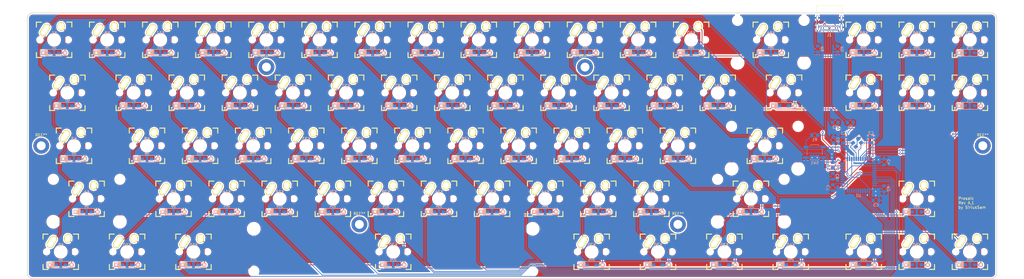
<source format=kicad_pcb>
(kicad_pcb (version 20171130) (host pcbnew "(5.1.6)-1")
  (title_block (title Prosaic) (date 2020-08-02) (rev A.1) (comment 1 "by SiriusSam") (comment 2 Keyboard))
  (layers (0 F.Cu signal) (31 B.Cu signal) (34 B.Paste user) (35 F.Paste user) (36 B.SilkS user) (37 F.SilkS user) (38 B.Mask user) (39 F.Mask user) (44 Edge.Cuts user))
  (net 0 "")
  (net 1 GND)
  (net 2 "Net-(C1-Pad1)")
  (net 3 "Net-(C2-Pad1)")
  (net 4 VCC)
  (net 5 "Net-(C8-Pad2)")
  (net 6 "Net-(D1-Pad2)")
  (net 7 /row0)
  (net 8 "Net-(D2-Pad2)")
  (net 9 "Net-(D3-Pad2)")
  (net 10 "Net-(D4-Pad2)")
  (net 11 "Net-(D5-Pad2)")
  (net 12 "Net-(D6-Pad2)")
  (net 13 "Net-(D7-Pad2)")
  (net 14 "Net-(D8-Pad2)")
  (net 15 "Net-(D9-Pad2)")
  (net 16 "Net-(D10-Pad2)")
  (net 17 "Net-(D11-Pad2)")
  (net 18 "Net-(D12-Pad2)")
  (net 19 "Net-(D13-Pad2)")
  (net 20 "Net-(D14-Pad2)")
  (net 21 "Net-(D15-Pad2)")
  (net 22 "Net-(D16-Pad2)")
  (net 23 /row2)
  (net 24 "Net-(D17-Pad2)")
  (net 25 "Net-(D18-Pad2)")
  (net 26 /row1)
  (net 27 "Net-(D19-Pad2)")
  (net 28 "Net-(D20-Pad2)")
  (net 29 "Net-(D21-Pad2)")
  (net 30 "Net-(D22-Pad2)")
  (net 31 "Net-(D23-Pad2)")
  (net 32 "Net-(D24-Pad2)")
  (net 33 "Net-(D25-Pad2)")
  (net 34 "Net-(D26-Pad2)")
  (net 35 "Net-(D27-Pad2)")
  (net 36 "Net-(D28-Pad2)")
  (net 37 "Net-(D29-Pad2)")
  (net 38 "Net-(D30-Pad2)")
  (net 39 "Net-(D31-Pad2)")
  (net 40 "Net-(D32-Pad2)")
  (net 41 "Net-(D33-Pad2)")
  (net 42 /row3)
  (net 43 "Net-(D34-Pad2)")
  (net 44 "Net-(D35-Pad2)")
  (net 45 "Net-(D36-Pad2)")
  (net 46 "Net-(D37-Pad2)")
  (net 47 "Net-(D38-Pad2)")
  (net 48 "Net-(D39-Pad2)")
  (net 49 "Net-(D40-Pad2)")
  (net 50 "Net-(D41-Pad2)")
  (net 51 "Net-(D42-Pad2)")
  (net 52 "Net-(D43-Pad2)")
  (net 53 "Net-(D44-Pad2)")
  (net 54 "Net-(D45-Pad2)")
  (net 55 "Net-(D46-Pad2)")
  (net 56 "Net-(D47-Pad2)")
  (net 57 "Net-(D48-Pad2)")
  (net 58 "Net-(D49-Pad2)")
  (net 59 "Net-(D50-Pad2)")
  (net 60 "Net-(D51-Pad2)")
  (net 61 "Net-(D52-Pad2)")
  (net 62 "Net-(D53-Pad2)")
  (net 63 "Net-(D54-Pad2)")
  (net 64 "Net-(D55-Pad2)")
  (net 65 "Net-(D56-Pad2)")
  (net 66 "Net-(D57-Pad2)")
  (net 67 "Net-(D58-Pad2)")
  (net 68 "Net-(D59-Pad2)")
  (net 69 "Net-(D60-Pad2)")
  (net 70 "Net-(D61-Pad2)")
  (net 71 /row4)
  (net 72 "Net-(D62-Pad2)")
  (net 73 "Net-(D63-Pad2)")
  (net 74 "Net-(D64-Pad2)")
  (net 75 "Net-(D65-Pad2)")
  (net 76 "Net-(D66-Pad2)")
  (net 77 "Net-(D67-Pad2)")
  (net 78 "Net-(D68-Pad2)")
  (net 79 "Net-(D69-Pad2)")
  (net 80 "Net-(D70-Pad2)")
  (net 81 "Net-(D71-Pad2)")
  (net 82 "Net-(J1-PadA5)")
  (net 83 "Net-(J1-PadA6)")
  (net 84 "Net-(J1-PadA7)")
  (net 85 "Net-(J1-PadA8)")
  (net 86 "Net-(J1-PadB5)")
  (net 87 "Net-(J1-PadB8)")
  (net 88 /col0)
  (net 89 /col1)
  (net 90 /col3)
  (net 91 /col4)
  (net 92 /col5)
  (net 93 /col6)
  (net 94 /col7)
  (net 95 /col8)
  (net 96 /col9)
  (net 97 /col10)
  (net 98 /col11)
  (net 99 /col12)
  (net 100 /col13)
  (net 101 /col14)
  (net 102 "Net-(R1-Pad1)")
  (net 103 "Net-(R2-Pad2)")
  (net 104 "Net-(U1-Pad1)")
  (net 105 /col2)
  (net 106 "Net-(U1-Pad42)")
  (net 107 /col15)
  (net 108 /col16)
  (net 109 "Net-(U1-Pad8)")
  (net 110 "Net-(U1-Pad41)")
  (net 111 "Net-(R3-Pad2)")
  (net 112 "Net-(R4-Pad2)")
  (module Connector_USB:USB_C_Receptacle_GCT_USB4085 (layer F.Cu) (at 336.04 76.44 180)
    (fp_text reference J1 (at 2.975 -1.8) (layer F.SilkS))
    (fp_text value USB_C_Receptacle_USB2.0)
    (pad A1 thru_hole circle (at 0 0 180) (size 0.7 0.7) (drill 0.4) (layers *.Cu *.Mask) (net 1 GND))
    (pad A4 thru_hole circle (at 0.85 0 180) (size 0.7 0.7) (drill 0.4) (layers *.Cu *.Mask) (net 4 VCC))
    (pad A5 thru_hole circle (at 1.7 0 180) (size 0.7 0.7) (drill 0.4) (layers *.Cu *.Mask) (net 82 "Net-(J1-PadA5)"))
    (pad A6 thru_hole circle (at 2.55 0 180) (size 0.7 0.7) (drill 0.4) (layers *.Cu *.Mask) (net 83 "Net-(J1-PadA6)"))
    (pad A7 thru_hole circle (at 3.4 0 180) (size 0.7 0.7) (drill 0.4) (layers *.Cu *.Mask) (net 84 "Net-(J1-PadA7)"))
    (pad A8 thru_hole circle (at 4.25 0 180) (size 0.7 0.7) (drill 0.4) (layers *.Cu *.Mask) (net 85 "Net-(J1-PadA8)"))
    (pad A9 thru_hole circle (at 5.1 0 180) (size 0.7 0.7) (drill 0.4) (layers *.Cu *.Mask) (net 4 VCC))
    (pad A12 thru_hole circle (at 5.95 0 180) (size 0.7 0.7) (drill 0.4) (layers *.Cu *.Mask) (net 1 GND))
    (pad B9 thru_hole circle (at 0.85 1.35 180) (size 0.7 0.7) (drill 0.4) (layers *.Cu *.Mask) (net 4 VCC))
    (pad B7 thru_hole circle (at 2.55 1.35 180) (size 0.7 0.7) (drill 0.4) (layers *.Cu *.Mask) (net 84 "Net-(J1-PadA7)"))
    (pad B8 thru_hole circle (at 1.7 1.35 180) (size 0.7 0.7) (drill 0.4) (layers *.Cu *.Mask) (net 87 "Net-(J1-PadB8)"))
    (pad B12 thru_hole circle (at 0 1.35 180) (size 0.7 0.7) (drill 0.4) (layers *.Cu *.Mask) (net 1 GND))
    (pad B5 thru_hole circle (at 4.25 1.35 180) (size 0.7 0.7) (drill 0.4) (layers *.Cu *.Mask) (net 86 "Net-(J1-PadB5)"))
    (pad B4 thru_hole circle (at 5.1 1.35 180) (size 0.7 0.7) (drill 0.4) (layers *.Cu *.Mask) (net 4 VCC))
    (pad B1 thru_hole circle (at 5.95 1.35 180) (size 0.7 0.7) (drill 0.4) (layers *.Cu *.Mask) (net 1 GND))
    (pad B6 thru_hole circle (at 3.4 1.35 180) (size 0.7 0.7) (drill 0.4) (layers *.Cu *.Mask) (net 83 "Net-(J1-PadA6)"))
    (pad S1 thru_hole oval (at -1.35 0.98 180) (size 0.9 2.4) (drill oval 0.6 2.1) (layers *.Cu *.Mask) (net 1 GND))
    (pad S1 thru_hole oval (at 7.3 0.98 180) (size 0.9 2.4) (drill oval 0.6 2.1) (layers *.Cu *.Mask) (net 1 GND))
    (pad S1 thru_hole oval (at -1.35 4.36 180) (size 0.9 1.7) (drill oval 0.6 1.4) (layers *.Cu *.Mask) (net 1 GND))
    (pad S1 thru_hole oval (at 7.3 4.36 180) (size 0.9 1.7) (drill oval 0.6 1.4) (layers *.Cu *.Mask) (net 1 GND))
  )
  (module MountingHole:MountingHole_3.2mm_M3_ISO7380_Pad (layer F.Cu) (at 388.126556 118.06166)
    (fp_text reference REF** (at 0 -3.85) (layer F.SilkS))
    (fp_text value MountingHole_3.2mm_M3_ISO7380_Pad)
    (pad 1 thru_hole circle (at 0 0) (size 5.7 5.7) (drill 3.2) (layers *.Cu *.Mask))
  )
  (module MountingHole:MountingHole_3.2mm_M3_ISO7380_Pad (layer F.Cu) (at 278.725056 146.33586)
    (fp_text reference REF** (at 0 -3.85) (layer F.SilkS))
    (fp_text value MountingHole_3.2mm_M3_ISO7380_Pad)
    (pad 1 thru_hole circle (at 0 0) (size 5.7 5.7) (drill 3.2) (layers *.Cu *.Mask))
  )
  (module MountingHole:MountingHole_3.2mm_M3_ISO7380_Pad (layer F.Cu) (at 245.388056 89.78586)
    (fp_text reference REF** (at 0 -3.85) (layer F.SilkS))
    (fp_text value MountingHole_3.2mm_M3_ISO7380_Pad)
    (pad 1 thru_hole circle (at 0 0) (size 5.7 5.7) (drill 3.2) (layers *.Cu *.Mask))
  )
  (module MountingHole:MountingHole_3.2mm_M3_ISO7380_Pad (layer F.Cu) (at 164.425056 146.33586)
    (fp_text reference REF** (at 0 -3.85) (layer F.SilkS))
    (fp_text value MountingHole_3.2mm_M3_ISO7380_Pad)
    (pad 1 thru_hole circle (at 0 0) (size 5.7 5.7) (drill 3.2) (layers *.Cu *.Mask))
  )
  (module MountingHole:MountingHole_3.2mm_M3_ISO7380_Pad (layer F.Cu) (at 131.087456 89.78586)
    (fp_text reference REF** (at 0 -3.85) (layer F.SilkS))
    (fp_text value MountingHole_3.2mm_M3_ISO7380_Pad)
    (pad 1 thru_hole circle (at 0 0) (size 5.7 5.7) (drill 3.2) (layers *.Cu *.Mask))
  )
  (module MountingHole:MountingHole_3.2mm_M3_ISO7380_Pad (layer F.Cu) (at 50.262641 118.06166)
    (fp_text reference REF** (at 0 -3.85) (layer F.SilkS))
    (fp_text value MountingHole_3.2mm_M3_ISO7380_Pad)
    (pad 1 thru_hole circle (at 0 0) (size 5.7 5.7) (drill 3.2) (layers *.Cu *.Mask))
  )
  (module keebs:Mx_Alps_275 (layer F.Cu) (at 304.914894 137.118967)
    (fp_text reference K59 (at 0 -2.54) (layer B.SilkS) (effects (font (thickness 0.2)) (justify mirror)))
    (fp_text value RSHIFT hide)
    (pad 2 thru_hole oval (at 2.52 -4.79 356.1) (size 2.5 3.08) (drill oval 1.5 2.08) (layers *.Cu *.Mask F.SilkS) (net 68 "Net-(D59-Pad2)"))
    (pad 1 thru_hole oval (at -3.255 -3.52 327.5) (size 2.5 4.75) (drill oval 1.5 3.75) (layers *.Cu *.Mask F.SilkS) (net 98 /col11))
    (pad HOLE np_thru_hole circle (at 11.938 8.255) (size 3.9878 3.9878) (drill 3.9878) (layers *.Cu))
    (pad HOLE np_thru_hole circle (at -11.938 8.255) (size 3.9878 3.9878) (drill 3.9878) (layers *.Cu))
    (pad HOLE np_thru_hole circle (at 11.938 -6.985) (size 3.048 3.048) (drill 3.048) (layers *.Cu))
    (pad HOLE np_thru_hole circle (at -11.938 -6.985) (size 3.048 3.048) (drill 3.048) (layers *.Cu))
    (pad HOLE np_thru_hole circle (at 5.08 0) (size 1.7018 1.7018) (drill 1.7018) (layers *.Cu))
    (pad HOLE np_thru_hole circle (at -5.08 0) (size 1.7018 1.7018) (drill 1.7018) (layers *.Cu))
    (pad HOLE np_thru_hole circle (at 0 0) (size 3.9878 3.9878) (drill 3.9878) (layers *.Cu))
  )
  (module keebs:Mx_Alps_225 (layer F.Cu) (at 309.920394 118.068917)
    (fp_text reference K62 (at 0 -2.54) (layer B.SilkS) (effects (font (thickness 0.2)) (justify mirror)))
    (fp_text value ENTER hide)
    (pad 2 thru_hole oval (at 2.52 -4.79 356.1) (size 2.5 3.08) (drill oval 1.5 2.08) (layers *.Cu *.Mask F.SilkS) (net 72 "Net-(D62-Pad2)"))
    (pad 1 thru_hole oval (at -3.255 -3.52 327.5) (size 2.5 4.75) (drill oval 1.5 3.75) (layers *.Cu *.Mask F.SilkS) (net 99 /col12))
    (pad HOLE np_thru_hole circle (at 11.938 8.255) (size 3.9878 3.9878) (drill 3.9878) (layers *.Cu))
    (pad HOLE np_thru_hole circle (at -11.938 8.255) (size 3.9878 3.9878) (drill 3.9878) (layers *.Cu))
    (pad HOLE np_thru_hole circle (at 11.938 -6.985) (size 3.048 3.048) (drill 3.048) (layers *.Cu))
    (pad HOLE np_thru_hole circle (at -11.938 -6.985) (size 3.048 3.048) (drill 3.048) (layers *.Cu))
    (pad HOLE np_thru_hole circle (at 5.08 0) (size 1.7018 1.7018) (drill 1.7018) (layers *.Cu))
    (pad HOLE np_thru_hole circle (at -5.08 0) (size 1.7018 1.7018) (drill 1.7018) (layers *.Cu))
    (pad HOLE np_thru_hole circle (at 0 0) (size 3.9878 3.9878) (drill 3.9878) (layers *.Cu))
  )
  (module keebs:Mx_Alps_225 (layer F.Cu) (at 66.546394 137.118967)
    (fp_text reference K4 (at 0 -2.54) (layer B.SilkS) (effects (font (thickness 0.2)) (justify mirror)))
    (fp_text value LSHIFT hide)
    (pad 2 thru_hole oval (at 2.52 -4.79 356.1) (size 2.5 3.08) (drill oval 1.5 2.08) (layers *.Cu *.Mask F.SilkS) (net 10 "Net-(D4-Pad2)"))
    (pad 1 thru_hole oval (at -3.255 -3.52 327.5) (size 2.5 4.75) (drill oval 1.5 3.75) (layers *.Cu *.Mask F.SilkS) (net 88 /col0))
    (pad HOLE np_thru_hole circle (at 11.938 8.255) (size 3.9878 3.9878) (drill 3.9878) (layers *.Cu))
    (pad HOLE np_thru_hole circle (at -11.938 8.255) (size 3.9878 3.9878) (drill 3.9878) (layers *.Cu))
    (pad HOLE np_thru_hole circle (at 11.938 -6.985) (size 3.048 3.048) (drill 3.048) (layers *.Cu))
    (pad HOLE np_thru_hole circle (at -11.938 -6.985) (size 3.048 3.048) (drill 3.048) (layers *.Cu))
    (pad HOLE np_thru_hole circle (at 5.08 0) (size 1.7018 1.7018) (drill 1.7018) (layers *.Cu))
    (pad HOLE np_thru_hole circle (at -5.08 0) (size 1.7018 1.7018) (drill 1.7018) (layers *.Cu))
    (pad HOLE np_thru_hole circle (at 0 0) (size 3.9878 3.9878) (drill 3.9878) (layers *.Cu))
  )
  (module keebs:Mx_Alps_200 (layer F.Cu) (at 312.058894 79.968917)
    (fp_text reference K64 (at 0 -2.54) (layer B.SilkS) (effects (font (thickness 0.2)) (justify mirror)))
    (fp_text value BCKSPC hide)
    (pad 2 thru_hole oval (at 2.52 -4.79 356.1) (size 2.5 3.08) (drill oval 1.5 2.08) (layers *.Cu *.Mask F.SilkS) (net 74 "Net-(D64-Pad2)"))
    (pad 1 thru_hole oval (at -3.255 -3.52 327.5) (size 2.5 4.75) (drill oval 1.5 3.75) (layers *.Cu *.Mask F.SilkS) (net 100 /col13))
    (pad HOLE np_thru_hole circle (at 11.938 8.255) (size 3.9878 3.9878) (drill 3.9878) (layers *.Cu))
    (pad HOLE np_thru_hole circle (at -11.938 8.255) (size 3.9878 3.9878) (drill 3.9878) (layers *.Cu))
    (pad HOLE np_thru_hole circle (at 11.938 -6.985) (size 3.048 3.048) (drill 3.048) (layers *.Cu))
    (pad HOLE np_thru_hole circle (at -11.938 -6.985) (size 3.048 3.048) (drill 3.048) (layers *.Cu))
    (pad HOLE np_thru_hole circle (at 5.08 0) (size 1.7018 1.7018) (drill 1.7018) (layers *.Cu))
    (pad HOLE np_thru_hole circle (at -5.08 0) (size 1.7018 1.7018) (drill 1.7018) (layers *.Cu))
    (pad HOLE np_thru_hole circle (at 0 0) (size 3.9878 3.9878) (drill 3.9878) (layers *.Cu))
  )
  (module keebs:Mx_Alps_175 (layer F.Cu) (at 62.026454 118.068317)
    (fp_text reference K3 (at 0 -2.54) (layer B.SilkS) (effects (font (thickness 0.2)) (justify mirror)))
    (fp_text value CAPSLK hide)
    (pad 2 thru_hole oval (at 2.52 -4.79 356.1) (size 2.5 3.08) (drill oval 1.5 2.08) (layers *.Cu *.Mask F.SilkS) (net 9 "Net-(D3-Pad2)"))
    (pad 1 thru_hole oval (at -3.255 -3.52 327.5) (size 2.5 4.75) (drill oval 1.5 3.75) (layers *.Cu *.Mask F.SilkS) (net 88 /col0))
    (pad HOLE np_thru_hole circle (at 5.08 0) (size 1.7018 1.7018) (drill 1.7018) (layers *.Cu))
    (pad HOLE np_thru_hole circle (at -5.08 0) (size 1.7018 1.7018) (drill 1.7018) (layers *.Cu))
    (pad HOLE np_thru_hole circle (at 0 0) (size 3.9878 3.9878) (drill 3.9878) (layers *.Cu))
  )
  (module keebs:Mx_Alps_150 (layer F.Cu) (at 59.645879 99.019067)
    (fp_text reference K2 (at 0 -2.54) (layer B.SilkS) (effects (font (thickness 0.2)) (justify mirror)))
    (fp_text value TAB hide)
    (pad 2 thru_hole oval (at 2.52 -4.79 356.1) (size 2.5 3.08) (drill oval 1.5 2.08) (layers *.Cu *.Mask F.SilkS) (net 8 "Net-(D2-Pad2)"))
    (pad 1 thru_hole oval (at -3.255 -3.52 327.5) (size 2.5 4.75) (drill oval 1.5 3.75) (layers *.Cu *.Mask F.SilkS) (net 88 /col0))
    (pad HOLE np_thru_hole circle (at 5.08 0) (size 1.7018 1.7018) (drill 1.7018) (layers *.Cu))
    (pad HOLE np_thru_hole circle (at -5.08 0) (size 1.7018 1.7018) (drill 1.7018) (layers *.Cu))
    (pad HOLE np_thru_hole circle (at 0 0) (size 3.9878 3.9878) (drill 3.9878) (layers *.Cu))
  )
  (module keebs:Mx_Alps_150 (layer F.Cu) (at 316.820894 99.019067)
    (fp_text reference K65 (at 0 -2.54) (layer B.SilkS) (effects (font (thickness 0.2)) (justify mirror)))
    (fp_text value \ hide)
    (pad 2 thru_hole oval (at 2.52 -4.79 356.1) (size 2.5 3.08) (drill oval 1.5 2.08) (layers *.Cu *.Mask F.SilkS) (net 75 "Net-(D65-Pad2)"))
    (pad 1 thru_hole oval (at -3.255 -3.52 327.5) (size 2.5 4.75) (drill oval 1.5 3.75) (layers *.Cu *.Mask F.SilkS) (net 100 /col13))
    (pad HOLE np_thru_hole circle (at 5.08 0) (size 1.7018 1.7018) (drill 1.7018) (layers *.Cu))
    (pad HOLE np_thru_hole circle (at -5.08 0) (size 1.7018 1.7018) (drill 1.7018) (layers *.Cu))
    (pad HOLE np_thru_hole circle (at 0 0) (size 3.9878 3.9878) (drill 3.9878) (layers *.Cu))
  )
  (module keebs:Mx_Alps_125 (layer F.Cu) (at 57.265344 156.168287)
    (fp_text reference K5 (at 0 -2.54) (layer B.SilkS) (effects (font (thickness 0.2)) (justify mirror)))
    (fp_text value LCTRL hide)
    (pad 2 thru_hole oval (at 2.52 -4.79 356.1) (size 2.5 3.08) (drill oval 1.5 2.08) (layers *.Cu *.Mask F.SilkS) (net 11 "Net-(D5-Pad2)"))
    (pad 1 thru_hole oval (at -3.255 -3.52 327.5) (size 2.5 4.75) (drill oval 1.5 3.75) (layers *.Cu *.Mask F.SilkS) (net 88 /col0))
    (pad HOLE np_thru_hole circle (at 5.08 0) (size 1.7018 1.7018) (drill 1.7018) (layers *.Cu))
    (pad HOLE np_thru_hole circle (at -5.08 0) (size 1.7018 1.7018) (drill 1.7018) (layers *.Cu))
    (pad HOLE np_thru_hole circle (at 0 0) (size 3.9878 3.9878) (drill 3.9878) (layers *.Cu))
  )
  (module keebs:Mx_Alps_125 (layer F.Cu) (at 81.076394 156.168287)
    (fp_text reference K10 (at 0 -2.54) (layer B.SilkS) (effects (font (thickness 0.2)) (justify mirror)))
    (fp_text value WIN hide)
    (pad 2 thru_hole oval (at 2.52 -4.79 356.1) (size 2.5 3.08) (drill oval 1.5 2.08) (layers *.Cu *.Mask F.SilkS) (net 16 "Net-(D10-Pad2)"))
    (pad 1 thru_hole oval (at -3.255 -3.52 327.5) (size 2.5 4.75) (drill oval 1.5 3.75) (layers *.Cu *.Mask F.SilkS) (net 89 /col1))
    (pad HOLE np_thru_hole circle (at 5.08 0) (size 1.7018 1.7018) (drill 1.7018) (layers *.Cu))
    (pad HOLE np_thru_hole circle (at -5.08 0) (size 1.7018 1.7018) (drill 1.7018) (layers *.Cu))
    (pad HOLE np_thru_hole circle (at 0 0) (size 3.9878 3.9878) (drill 3.9878) (layers *.Cu))
  )
  (module keebs:Mx_Alps_125 (layer F.Cu) (at 104.890294 156.168287)
    (fp_text reference K15 (at 0 -2.54) (layer B.SilkS) (effects (font (thickness 0.2)) (justify mirror)))
    (fp_text value LALT hide)
    (pad 2 thru_hole oval (at 2.52 -4.79 356.1) (size 2.5 3.08) (drill oval 1.5 2.08) (layers *.Cu *.Mask F.SilkS) (net 21 "Net-(D15-Pad2)"))
    (pad 1 thru_hole oval (at -3.255 -3.52 327.5) (size 2.5 4.75) (drill oval 1.5 3.75) (layers *.Cu *.Mask F.SilkS) (net 105 /col2))
    (pad HOLE np_thru_hole circle (at 5.08 0) (size 1.7018 1.7018) (drill 1.7018) (layers *.Cu))
    (pad HOLE np_thru_hole circle (at -5.08 0) (size 1.7018 1.7018) (drill 1.7018) (layers *.Cu))
    (pad HOLE np_thru_hole circle (at 0 0) (size 3.9878 3.9878) (drill 3.9878) (layers *.Cu))
  )
  (module keebs:Mx_Alps_125 (layer F.Cu) (at 247.765394 156.168287)
    (fp_text reference K25 (at 0 -2.54) (layer B.SilkS) (effects (font (thickness 0.2)) (justify mirror)))
    (fp_text value RALT hide)
    (pad 2 thru_hole oval (at 2.52 -4.79 356.1) (size 2.5 3.08) (drill oval 1.5 2.08) (layers *.Cu *.Mask F.SilkS) (net 33 "Net-(D25-Pad2)"))
    (pad 1 thru_hole oval (at -3.255 -3.52 327.5) (size 2.5 4.75) (drill oval 1.5 3.75) (layers *.Cu *.Mask F.SilkS) (net 96 /col9))
    (pad HOLE np_thru_hole circle (at 5.08 0) (size 1.7018 1.7018) (drill 1.7018) (layers *.Cu))
    (pad HOLE np_thru_hole circle (at -5.08 0) (size 1.7018 1.7018) (drill 1.7018) (layers *.Cu))
    (pad HOLE np_thru_hole circle (at 0 0) (size 3.9878 3.9878) (drill 3.9878) (layers *.Cu))
  )
  (module keebs:Mx_Alps_125 (layer F.Cu) (at 271.576394 156.168287)
    (fp_text reference K30 (at 0 -2.54) (layer B.SilkS) (effects (font (thickness 0.2)) (justify mirror)))
    (fp_text value FN hide)
    (pad 2 thru_hole oval (at 2.52 -4.79 356.1) (size 2.5 3.08) (drill oval 1.5 2.08) (layers *.Cu *.Mask F.SilkS) (net 38 "Net-(D30-Pad2)"))
    (pad 1 thru_hole oval (at -3.255 -3.52 327.5) (size 2.5 4.75) (drill oval 1.5 3.75) (layers *.Cu *.Mask F.SilkS) (net 97 /col10))
    (pad HOLE np_thru_hole circle (at 5.08 0) (size 1.7018 1.7018) (drill 1.7018) (layers *.Cu))
    (pad HOLE np_thru_hole circle (at -5.08 0) (size 1.7018 1.7018) (drill 1.7018) (layers *.Cu))
    (pad HOLE np_thru_hole circle (at 0 0) (size 3.9878 3.9878) (drill 3.9878) (layers *.Cu))
  )
  (module keebs:Mx_Alps_125 (layer F.Cu) (at 295.390394 156.168287)
    (fp_text reference K35 (at 0 -2.54) (layer B.SilkS) (effects (font (thickness 0.2)) (justify mirror)))
    (fp_text value MENU hide)
    (pad 2 thru_hole oval (at 2.52 -4.79 356.1) (size 2.5 3.08) (drill oval 1.5 2.08) (layers *.Cu *.Mask F.SilkS) (net 44 "Net-(D35-Pad2)"))
    (pad 1 thru_hole oval (at -3.255 -3.52 327.5) (size 2.5 4.75) (drill oval 1.5 3.75) (layers *.Cu *.Mask F.SilkS) (net 98 /col11))
    (pad HOLE np_thru_hole circle (at 5.08 0) (size 1.7018 1.7018) (drill 1.7018) (layers *.Cu))
    (pad HOLE np_thru_hole circle (at -5.08 0) (size 1.7018 1.7018) (drill 1.7018) (layers *.Cu))
    (pad HOLE np_thru_hole circle (at 0 0) (size 3.9878 3.9878) (drill 3.9878) (layers *.Cu))
  )
  (module keebs:Mx_Alps_125 (layer F.Cu) (at 319.201394 156.168287)
    (fp_text reference K40 (at 0 -2.54) (layer B.SilkS) (effects (font (thickness 0.2)) (justify mirror)))
    (fp_text value RCTRL hide)
    (pad 2 thru_hole oval (at 2.52 -4.79 356.1) (size 2.5 3.08) (drill oval 1.5 2.08) (layers *.Cu *.Mask F.SilkS) (net 49 "Net-(D40-Pad2)"))
    (pad 1 thru_hole oval (at -3.255 -3.52 327.5) (size 2.5 4.75) (drill oval 1.5 3.75) (layers *.Cu *.Mask F.SilkS) (net 99 /col12))
    (pad HOLE np_thru_hole circle (at 5.08 0) (size 1.7018 1.7018) (drill 1.7018) (layers *.Cu))
    (pad HOLE np_thru_hole circle (at -5.08 0) (size 1.7018 1.7018) (drill 1.7018) (layers *.Cu))
    (pad HOLE np_thru_hole circle (at 0 0) (size 3.9878 3.9878) (drill 3.9878) (layers *.Cu))
  )
  (module keebs:Mx_Alps_100 (layer F.Cu) (at 92.982594 79.969767)
    (fp_text reference K11 (at 0 -2.54) (layer B.SilkS) (effects (font (thickness 0.2)) (justify mirror)))
    (fp_text value 2 hide)
    (pad 2 thru_hole oval (at 2.52 -4.79 356.1) (size 2.5 3.08) (drill oval 1.5 2.08) (layers *.Cu *.Mask F.SilkS) (net 17 "Net-(D11-Pad2)"))
    (pad 1 thru_hole oval (at -3.255 -3.52 327.5) (size 2.5 4.75) (drill oval 1.5 3.75) (layers *.Cu *.Mask F.SilkS) (net 105 /col2))
    (pad HOLE np_thru_hole circle (at 5.08 0) (size 1.7018 1.7018) (drill 1.7018) (layers *.Cu))
    (pad HOLE np_thru_hole circle (at -5.08 0) (size 1.7018 1.7018) (drill 1.7018) (layers *.Cu))
    (pad HOLE np_thru_hole circle (at 0 0) (size 3.9878 3.9878) (drill 3.9878) (layers *.Cu))
  )
  (module keebs:Mx_Alps_100 (layer F.Cu) (at 73.933294 79.969767)
    (fp_text reference K6 (at 0 -2.54) (layer B.SilkS) (effects (font (thickness 0.2)) (justify mirror)))
    (fp_text value 1 hide)
    (pad 2 thru_hole oval (at 2.52 -4.79 356.1) (size 2.5 3.08) (drill oval 1.5 2.08) (layers *.Cu *.Mask F.SilkS) (net 12 "Net-(D6-Pad2)"))
    (pad 1 thru_hole oval (at -3.255 -3.52 327.5) (size 2.5 4.75) (drill oval 1.5 3.75) (layers *.Cu *.Mask F.SilkS) (net 89 /col1))
    (pad HOLE np_thru_hole circle (at 5.08 0) (size 1.7018 1.7018) (drill 1.7018) (layers *.Cu))
    (pad HOLE np_thru_hole circle (at -5.08 0) (size 1.7018 1.7018) (drill 1.7018) (layers *.Cu))
    (pad HOLE np_thru_hole circle (at 0 0) (size 3.9878 3.9878) (drill 3.9878) (layers *.Cu))
  )
  (module keebs:Mx_Alps_100 (layer F.Cu) (at 54.884064 79.969767)
    (fp_text reference K1 (at 0 -2.54) (layer B.SilkS) (effects (font (thickness 0.2)) (justify mirror)))
    (fp_text value ESC hide)
    (pad 2 thru_hole oval (at 2.52 -4.79 356.1) (size 2.5 3.08) (drill oval 1.5 2.08) (layers *.Cu *.Mask F.SilkS) (net 6 "Net-(D1-Pad2)"))
    (pad 1 thru_hole oval (at -3.255 -3.52 327.5) (size 2.5 4.75) (drill oval 1.5 3.75) (layers *.Cu *.Mask F.SilkS) (net 88 /col0))
    (pad HOLE np_thru_hole circle (at 5.08 0) (size 1.7018 1.7018) (drill 1.7018) (layers *.Cu))
    (pad HOLE np_thru_hole circle (at -5.08 0) (size 1.7018 1.7018) (drill 1.7018) (layers *.Cu))
    (pad HOLE np_thru_hole circle (at 0 0) (size 3.9878 3.9878) (drill 3.9878) (layers *.Cu))
  )
  (module keebs:Mx_Alps_100 (layer F.Cu) (at 112.032594 79.969767)
    (fp_text reference K16 (at 0 -2.54) (layer B.SilkS) (effects (font (thickness 0.2)) (justify mirror)))
    (fp_text value 3 hide)
    (pad 2 thru_hole oval (at 2.52 -4.79 356.1) (size 2.5 3.08) (drill oval 1.5 2.08) (layers *.Cu *.Mask F.SilkS) (net 22 "Net-(D16-Pad2)"))
    (pad 1 thru_hole oval (at -3.255 -3.52 327.5) (size 2.5 4.75) (drill oval 1.5 3.75) (layers *.Cu *.Mask F.SilkS) (net 90 /col3))
    (pad HOLE np_thru_hole circle (at 5.08 0) (size 1.7018 1.7018) (drill 1.7018) (layers *.Cu))
    (pad HOLE np_thru_hole circle (at -5.08 0) (size 1.7018 1.7018) (drill 1.7018) (layers *.Cu))
    (pad HOLE np_thru_hole circle (at 0 0) (size 3.9878 3.9878) (drill 3.9878) (layers *.Cu))
  )
  (module keebs:Mx_Alps_100 (layer F.Cu) (at 131.083294 79.969767)
    (fp_text reference K21 (at 0 -2.54) (layer B.SilkS) (effects (font (thickness 0.2)) (justify mirror)))
    (fp_text value 4 hide)
    (pad 2 thru_hole oval (at 2.52 -4.79 356.1) (size 2.5 3.08) (drill oval 1.5 2.08) (layers *.Cu *.Mask F.SilkS) (net 29 "Net-(D21-Pad2)"))
    (pad 1 thru_hole oval (at -3.255 -3.52 327.5) (size 2.5 4.75) (drill oval 1.5 3.75) (layers *.Cu *.Mask F.SilkS) (net 91 /col4))
    (pad HOLE np_thru_hole circle (at 5.08 0) (size 1.7018 1.7018) (drill 1.7018) (layers *.Cu))
    (pad HOLE np_thru_hole circle (at -5.08 0) (size 1.7018 1.7018) (drill 1.7018) (layers *.Cu))
    (pad HOLE np_thru_hole circle (at 0 0) (size 3.9878 3.9878) (drill 3.9878) (layers *.Cu))
  )
  (module keebs:Mx_Alps_100 (layer F.Cu) (at 150.132594 79.969767)
    (fp_text reference K26 (at 0 -2.54) (layer B.SilkS) (effects (font (thickness 0.2)) (justify mirror)))
    (fp_text value 5 hide)
    (pad 2 thru_hole oval (at 2.52 -4.79 356.1) (size 2.5 3.08) (drill oval 1.5 2.08) (layers *.Cu *.Mask F.SilkS) (net 34 "Net-(D26-Pad2)"))
    (pad 1 thru_hole oval (at -3.255 -3.52 327.5) (size 2.5 4.75) (drill oval 1.5 3.75) (layers *.Cu *.Mask F.SilkS) (net 92 /col5))
    (pad HOLE np_thru_hole circle (at 5.08 0) (size 1.7018 1.7018) (drill 1.7018) (layers *.Cu))
    (pad HOLE np_thru_hole circle (at -5.08 0) (size 1.7018 1.7018) (drill 1.7018) (layers *.Cu))
    (pad HOLE np_thru_hole circle (at 0 0) (size 3.9878 3.9878) (drill 3.9878) (layers *.Cu))
  )
  (module keebs:Mx_Alps_100 (layer F.Cu) (at 169.182894 79.969767)
    (fp_text reference K31 (at 0 -2.54) (layer B.SilkS) (effects (font (thickness 0.2)) (justify mirror)))
    (fp_text value 6 hide)
    (pad 2 thru_hole oval (at 2.52 -4.79 356.1) (size 2.5 3.08) (drill oval 1.5 2.08) (layers *.Cu *.Mask F.SilkS) (net 39 "Net-(D31-Pad2)"))
    (pad 1 thru_hole oval (at -3.255 -3.52 327.5) (size 2.5 4.75) (drill oval 1.5 3.75) (layers *.Cu *.Mask F.SilkS) (net 93 /col6))
    (pad HOLE np_thru_hole circle (at 5.08 0) (size 1.7018 1.7018) (drill 1.7018) (layers *.Cu))
    (pad HOLE np_thru_hole circle (at -5.08 0) (size 1.7018 1.7018) (drill 1.7018) (layers *.Cu))
    (pad HOLE np_thru_hole circle (at 0 0) (size 3.9878 3.9878) (drill 3.9878) (layers *.Cu))
  )
  (module keebs:Mx_Alps_100 (layer F.Cu) (at 188.233894 79.969767)
    (fp_text reference K36 (at 0 -2.54) (layer B.SilkS) (effects (font (thickness 0.2)) (justify mirror)))
    (fp_text value 7 hide)
    (pad 2 thru_hole oval (at 2.52 -4.79 356.1) (size 2.5 3.08) (drill oval 1.5 2.08) (layers *.Cu *.Mask F.SilkS) (net 45 "Net-(D36-Pad2)"))
    (pad 1 thru_hole oval (at -3.255 -3.52 327.5) (size 2.5 4.75) (drill oval 1.5 3.75) (layers *.Cu *.Mask F.SilkS) (net 94 /col7))
    (pad HOLE np_thru_hole circle (at 5.08 0) (size 1.7018 1.7018) (drill 1.7018) (layers *.Cu))
    (pad HOLE np_thru_hole circle (at -5.08 0) (size 1.7018 1.7018) (drill 1.7018) (layers *.Cu))
    (pad HOLE np_thru_hole circle (at 0 0) (size 3.9878 3.9878) (drill 3.9878) (layers *.Cu))
  )
  (module keebs:Mx_Alps_100 (layer F.Cu) (at 207.283894 79.969767)
    (fp_text reference K41 (at 0 -2.54) (layer B.SilkS) (effects (font (thickness 0.2)) (justify mirror)))
    (fp_text value 8 hide)
    (pad 2 thru_hole oval (at 2.52 -4.79 356.1) (size 2.5 3.08) (drill oval 1.5 2.08) (layers *.Cu *.Mask F.SilkS) (net 50 "Net-(D41-Pad2)"))
    (pad 1 thru_hole oval (at -3.255 -3.52 327.5) (size 2.5 4.75) (drill oval 1.5 3.75) (layers *.Cu *.Mask F.SilkS) (net 95 /col8))
    (pad HOLE np_thru_hole circle (at 5.08 0) (size 1.7018 1.7018) (drill 1.7018) (layers *.Cu))
    (pad HOLE np_thru_hole circle (at -5.08 0) (size 1.7018 1.7018) (drill 1.7018) (layers *.Cu))
    (pad HOLE np_thru_hole circle (at 0 0) (size 3.9878 3.9878) (drill 3.9878) (layers *.Cu))
  )
  (module keebs:Mx_Alps_100 (layer F.Cu) (at 226.333894 79.969767)
    (fp_text reference K46 (at 0 -2.54) (layer B.SilkS) (effects (font (thickness 0.2)) (justify mirror)))
    (fp_text value 9 hide)
    (pad 2 thru_hole oval (at 2.52 -4.79 356.1) (size 2.5 3.08) (drill oval 1.5 2.08) (layers *.Cu *.Mask F.SilkS) (net 55 "Net-(D46-Pad2)"))
    (pad 1 thru_hole oval (at -3.255 -3.52 327.5) (size 2.5 4.75) (drill oval 1.5 3.75) (layers *.Cu *.Mask F.SilkS) (net 96 /col9))
    (pad HOLE np_thru_hole circle (at 5.08 0) (size 1.7018 1.7018) (drill 1.7018) (layers *.Cu))
    (pad HOLE np_thru_hole circle (at -5.08 0) (size 1.7018 1.7018) (drill 1.7018) (layers *.Cu))
    (pad HOLE np_thru_hole circle (at 0 0) (size 3.9878 3.9878) (drill 3.9878) (layers *.Cu))
  )
  (module keebs:Mx_Alps_100 (layer F.Cu) (at 245.383894 79.969767)
    (fp_text reference K51 (at 0 -2.54) (layer B.SilkS) (effects (font (thickness 0.2)) (justify mirror)))
    (fp_text value 0 hide)
    (pad 2 thru_hole oval (at 2.52 -4.79 356.1) (size 2.5 3.08) (drill oval 1.5 2.08) (layers *.Cu *.Mask F.SilkS) (net 60 "Net-(D51-Pad2)"))
    (pad 1 thru_hole oval (at -3.255 -3.52 327.5) (size 2.5 4.75) (drill oval 1.5 3.75) (layers *.Cu *.Mask F.SilkS) (net 97 /col10))
    (pad HOLE np_thru_hole circle (at 5.08 0) (size 1.7018 1.7018) (drill 1.7018) (layers *.Cu))
    (pad HOLE np_thru_hole circle (at -5.08 0) (size 1.7018 1.7018) (drill 1.7018) (layers *.Cu))
    (pad HOLE np_thru_hole circle (at 0 0) (size 3.9878 3.9878) (drill 3.9878) (layers *.Cu))
  )
  (module keebs:Mx_Alps_100 (layer F.Cu) (at 264.433894 79.969767)
    (fp_text reference K56 (at 0 -2.54) (layer B.SilkS) (effects (font (thickness 0.2)) (justify mirror)))
    (fp_text value - hide)
    (pad 2 thru_hole oval (at 2.52 -4.79 356.1) (size 2.5 3.08) (drill oval 1.5 2.08) (layers *.Cu *.Mask F.SilkS) (net 65 "Net-(D56-Pad2)"))
    (pad 1 thru_hole oval (at -3.255 -3.52 327.5) (size 2.5 4.75) (drill oval 1.5 3.75) (layers *.Cu *.Mask F.SilkS) (net 98 /col11))
    (pad HOLE np_thru_hole circle (at 5.08 0) (size 1.7018 1.7018) (drill 1.7018) (layers *.Cu))
    (pad HOLE np_thru_hole circle (at -5.08 0) (size 1.7018 1.7018) (drill 1.7018) (layers *.Cu))
    (pad HOLE np_thru_hole circle (at 0 0) (size 3.9878 3.9878) (drill 3.9878) (layers *.Cu))
  )
  (module keebs:Mx_Alps_100 (layer F.Cu) (at 283.483894 79.969767)
    (fp_text reference K60 (at 0 -2.54) (layer B.SilkS) (effects (font (thickness 0.2)) (justify mirror)))
    (fp_text value = hide)
    (pad 2 thru_hole oval (at 2.52 -4.79 356.1) (size 2.5 3.08) (drill oval 1.5 2.08) (layers *.Cu *.Mask F.SilkS) (net 69 "Net-(D60-Pad2)"))
    (pad 1 thru_hole oval (at -3.255 -3.52 327.5) (size 2.5 4.75) (drill oval 1.5 3.75) (layers *.Cu *.Mask F.SilkS) (net 99 /col12))
    (pad HOLE np_thru_hole circle (at 5.08 0) (size 1.7018 1.7018) (drill 1.7018) (layers *.Cu))
    (pad HOLE np_thru_hole circle (at -5.08 0) (size 1.7018 1.7018) (drill 1.7018) (layers *.Cu))
    (pad HOLE np_thru_hole circle (at 0 0) (size 3.9878 3.9878) (drill 3.9878) (layers *.Cu))
  )
  (module keebs:Mx_Alps_100 (layer F.Cu) (at 345.395894 79.969767)
    (fp_text reference K68 (at 0 -2.54) (layer B.SilkS) (effects (font (thickness 0.2)) (justify mirror)))
    (fp_text value INS hide)
    (pad 2 thru_hole oval (at 2.52 -4.79 356.1) (size 2.5 3.08) (drill oval 1.5 2.08) (layers *.Cu *.Mask F.SilkS) (net 78 "Net-(D68-Pad2)"))
    (pad 1 thru_hole oval (at -3.255 -3.52 327.5) (size 2.5 4.75) (drill oval 1.5 3.75) (layers *.Cu *.Mask F.SilkS) (net 101 /col14))
    (pad HOLE np_thru_hole circle (at 5.08 0) (size 1.7018 1.7018) (drill 1.7018) (layers *.Cu))
    (pad HOLE np_thru_hole circle (at -5.08 0) (size 1.7018 1.7018) (drill 1.7018) (layers *.Cu))
    (pad HOLE np_thru_hole circle (at 0 0) (size 3.9878 3.9878) (drill 3.9878) (layers *.Cu))
  )
  (module keebs:Mx_Alps_100 (layer F.Cu) (at 364.445894 79.969767)
    (fp_text reference K66 (at 0 -2.54) (layer B.SilkS) (effects (font (thickness 0.2)) (justify mirror)))
    (fp_text value HOME hide)
    (pad 2 thru_hole oval (at 2.52 -4.79 356.1) (size 2.5 3.08) (drill oval 1.5 2.08) (layers *.Cu *.Mask F.SilkS) (net 76 "Net-(D66-Pad2)"))
    (pad 1 thru_hole oval (at -3.255 -3.52 327.5) (size 2.5 4.75) (drill oval 1.5 3.75) (layers *.Cu *.Mask F.SilkS) (net 107 /col15))
    (pad HOLE np_thru_hole circle (at 5.08 0) (size 1.7018 1.7018) (drill 1.7018) (layers *.Cu))
    (pad HOLE np_thru_hole circle (at -5.08 0) (size 1.7018 1.7018) (drill 1.7018) (layers *.Cu))
    (pad HOLE np_thru_hole circle (at 0 0) (size 3.9878 3.9878) (drill 3.9878) (layers *.Cu))
  )
  (module keebs:Mx_Alps_100 (layer F.Cu) (at 383.495894 79.969767)
    (fp_text reference K70 (at 0 -2.54) (layer B.SilkS) (effects (font (thickness 0.2)) (justify mirror)))
    (fp_text value PGUP hide)
    (pad 2 thru_hole oval (at 2.52 -4.79 356.1) (size 2.5 3.08) (drill oval 1.5 2.08) (layers *.Cu *.Mask F.SilkS) (net 80 "Net-(D70-Pad2)"))
    (pad 1 thru_hole oval (at -3.255 -3.52 327.5) (size 2.5 4.75) (drill oval 1.5 3.75) (layers *.Cu *.Mask F.SilkS) (net 108 /col16))
    (pad HOLE np_thru_hole circle (at 5.08 0) (size 1.7018 1.7018) (drill 1.7018) (layers *.Cu))
    (pad HOLE np_thru_hole circle (at -5.08 0) (size 1.7018 1.7018) (drill 1.7018) (layers *.Cu))
    (pad HOLE np_thru_hole circle (at 0 0) (size 3.9878 3.9878) (drill 3.9878) (layers *.Cu))
  )
  (module keebs:Mx_Alps_100 (layer F.Cu) (at 83.458994 99.019067)
    (fp_text reference K7 (at 0 -2.54) (layer B.SilkS) (effects (font (thickness 0.2)) (justify mirror)))
    (fp_text value Q hide)
    (pad 2 thru_hole oval (at 2.52 -4.79 356.1) (size 2.5 3.08) (drill oval 1.5 2.08) (layers *.Cu *.Mask F.SilkS) (net 13 "Net-(D7-Pad2)"))
    (pad 1 thru_hole oval (at -3.255 -3.52 327.5) (size 2.5 4.75) (drill oval 1.5 3.75) (layers *.Cu *.Mask F.SilkS) (net 89 /col1))
    (pad HOLE np_thru_hole circle (at 5.08 0) (size 1.7018 1.7018) (drill 1.7018) (layers *.Cu))
    (pad HOLE np_thru_hole circle (at -5.08 0) (size 1.7018 1.7018) (drill 1.7018) (layers *.Cu))
    (pad HOLE np_thru_hole circle (at 0 0) (size 3.9878 3.9878) (drill 3.9878) (layers *.Cu))
  )
  (module keebs:Mx_Alps_100 (layer F.Cu) (at 102.508994 99.019067)
    (fp_text reference K12 (at 0 -2.54) (layer B.SilkS) (effects (font (thickness 0.2)) (justify mirror)))
    (fp_text value W hide)
    (pad 2 thru_hole oval (at 2.52 -4.79 356.1) (size 2.5 3.08) (drill oval 1.5 2.08) (layers *.Cu *.Mask F.SilkS) (net 18 "Net-(D12-Pad2)"))
    (pad 1 thru_hole oval (at -3.255 -3.52 327.5) (size 2.5 4.75) (drill oval 1.5 3.75) (layers *.Cu *.Mask F.SilkS) (net 105 /col2))
    (pad HOLE np_thru_hole circle (at 5.08 0) (size 1.7018 1.7018) (drill 1.7018) (layers *.Cu))
    (pad HOLE np_thru_hole circle (at -5.08 0) (size 1.7018 1.7018) (drill 1.7018) (layers *.Cu))
    (pad HOLE np_thru_hole circle (at 0 0) (size 3.9878 3.9878) (drill 3.9878) (layers *.Cu))
  )
  (module keebs:Mx_Alps_100 (layer F.Cu) (at 121.558294 99.019067)
    (fp_text reference K17 (at 0 -2.54) (layer B.SilkS) (effects (font (thickness 0.2)) (justify mirror)))
    (fp_text value E hide)
    (pad 2 thru_hole oval (at 2.52 -4.79 356.1) (size 2.5 3.08) (drill oval 1.5 2.08) (layers *.Cu *.Mask F.SilkS) (net 24 "Net-(D17-Pad2)"))
    (pad 1 thru_hole oval (at -3.255 -3.52 327.5) (size 2.5 4.75) (drill oval 1.5 3.75) (layers *.Cu *.Mask F.SilkS) (net 90 /col3))
    (pad HOLE np_thru_hole circle (at 5.08 0) (size 1.7018 1.7018) (drill 1.7018) (layers *.Cu))
    (pad HOLE np_thru_hole circle (at -5.08 0) (size 1.7018 1.7018) (drill 1.7018) (layers *.Cu))
    (pad HOLE np_thru_hole circle (at 0 0) (size 3.9878 3.9878) (drill 3.9878) (layers *.Cu))
  )
  (module keebs:Mx_Alps_100 (layer F.Cu) (at 140.608094 99.019067)
    (fp_text reference K22 (at 0 -2.54) (layer B.SilkS) (effects (font (thickness 0.2)) (justify mirror)))
    (fp_text value R hide)
    (pad 2 thru_hole oval (at 2.52 -4.79 356.1) (size 2.5 3.08) (drill oval 1.5 2.08) (layers *.Cu *.Mask F.SilkS) (net 30 "Net-(D22-Pad2)"))
    (pad 1 thru_hole oval (at -3.255 -3.52 327.5) (size 2.5 4.75) (drill oval 1.5 3.75) (layers *.Cu *.Mask F.SilkS) (net 91 /col4))
    (pad HOLE np_thru_hole circle (at 5.08 0) (size 1.7018 1.7018) (drill 1.7018) (layers *.Cu))
    (pad HOLE np_thru_hole circle (at -5.08 0) (size 1.7018 1.7018) (drill 1.7018) (layers *.Cu))
    (pad HOLE np_thru_hole circle (at 0 0) (size 3.9878 3.9878) (drill 3.9878) (layers *.Cu))
  )
  (module keebs:Mx_Alps_100 (layer F.Cu) (at 159.657894 99.019067)
    (fp_text reference K27 (at 0 -2.54) (layer B.SilkS) (effects (font (thickness 0.2)) (justify mirror)))
    (fp_text value T hide)
    (pad 2 thru_hole oval (at 2.52 -4.79 356.1) (size 2.5 3.08) (drill oval 1.5 2.08) (layers *.Cu *.Mask F.SilkS) (net 35 "Net-(D27-Pad2)"))
    (pad 1 thru_hole oval (at -3.255 -3.52 327.5) (size 2.5 4.75) (drill oval 1.5 3.75) (layers *.Cu *.Mask F.SilkS) (net 92 /col5))
    (pad HOLE np_thru_hole circle (at 5.08 0) (size 1.7018 1.7018) (drill 1.7018) (layers *.Cu))
    (pad HOLE np_thru_hole circle (at -5.08 0) (size 1.7018 1.7018) (drill 1.7018) (layers *.Cu))
    (pad HOLE np_thru_hole circle (at 0 0) (size 3.9878 3.9878) (drill 3.9878) (layers *.Cu))
  )
  (module keebs:Mx_Alps_100 (layer F.Cu) (at 178.707894 99.019067)
    (fp_text reference K32 (at 0 -2.54) (layer B.SilkS) (effects (font (thickness 0.2)) (justify mirror)))
    (fp_text value Y hide)
    (pad 2 thru_hole oval (at 2.52 -4.79 356.1) (size 2.5 3.08) (drill oval 1.5 2.08) (layers *.Cu *.Mask F.SilkS) (net 40 "Net-(D32-Pad2)"))
    (pad 1 thru_hole oval (at -3.255 -3.52 327.5) (size 2.5 4.75) (drill oval 1.5 3.75) (layers *.Cu *.Mask F.SilkS) (net 93 /col6))
    (pad HOLE np_thru_hole circle (at 5.08 0) (size 1.7018 1.7018) (drill 1.7018) (layers *.Cu))
    (pad HOLE np_thru_hole circle (at -5.08 0) (size 1.7018 1.7018) (drill 1.7018) (layers *.Cu))
    (pad HOLE np_thru_hole circle (at 0 0) (size 3.9878 3.9878) (drill 3.9878) (layers *.Cu))
  )
  (module keebs:Mx_Alps_100 (layer F.Cu) (at 197.758894 99.019067)
    (fp_text reference K37 (at 0 -2.54) (layer B.SilkS) (effects (font (thickness 0.2)) (justify mirror)))
    (fp_text value U hide)
    (pad 2 thru_hole oval (at 2.52 -4.79 356.1) (size 2.5 3.08) (drill oval 1.5 2.08) (layers *.Cu *.Mask F.SilkS) (net 46 "Net-(D37-Pad2)"))
    (pad 1 thru_hole oval (at -3.255 -3.52 327.5) (size 2.5 4.75) (drill oval 1.5 3.75) (layers *.Cu *.Mask F.SilkS) (net 94 /col7))
    (pad HOLE np_thru_hole circle (at 5.08 0) (size 1.7018 1.7018) (drill 1.7018) (layers *.Cu))
    (pad HOLE np_thru_hole circle (at -5.08 0) (size 1.7018 1.7018) (drill 1.7018) (layers *.Cu))
    (pad HOLE np_thru_hole circle (at 0 0) (size 3.9878 3.9878) (drill 3.9878) (layers *.Cu))
  )
  (module keebs:Mx_Alps_100 (layer F.Cu) (at 216.808894 99.019067)
    (fp_text reference K42 (at 0 -2.54) (layer B.SilkS) (effects (font (thickness 0.2)) (justify mirror)))
    (fp_text value I hide)
    (pad 2 thru_hole oval (at 2.52 -4.79 356.1) (size 2.5 3.08) (drill oval 1.5 2.08) (layers *.Cu *.Mask F.SilkS) (net 51 "Net-(D42-Pad2)"))
    (pad 1 thru_hole oval (at -3.255 -3.52 327.5) (size 2.5 4.75) (drill oval 1.5 3.75) (layers *.Cu *.Mask F.SilkS) (net 95 /col8))
    (pad HOLE np_thru_hole circle (at 5.08 0) (size 1.7018 1.7018) (drill 1.7018) (layers *.Cu))
    (pad HOLE np_thru_hole circle (at -5.08 0) (size 1.7018 1.7018) (drill 1.7018) (layers *.Cu))
    (pad HOLE np_thru_hole circle (at 0 0) (size 3.9878 3.9878) (drill 3.9878) (layers *.Cu))
  )
  (module keebs:Mx_Alps_100 (layer F.Cu) (at 235.858894 99.019067)
    (fp_text reference K47 (at 0 -2.54) (layer B.SilkS) (effects (font (thickness 0.2)) (justify mirror)))
    (fp_text value O hide)
    (pad 2 thru_hole oval (at 2.52 -4.79 356.1) (size 2.5 3.08) (drill oval 1.5 2.08) (layers *.Cu *.Mask F.SilkS) (net 56 "Net-(D47-Pad2)"))
    (pad 1 thru_hole oval (at -3.255 -3.52 327.5) (size 2.5 4.75) (drill oval 1.5 3.75) (layers *.Cu *.Mask F.SilkS) (net 96 /col9))
    (pad HOLE np_thru_hole circle (at 5.08 0) (size 1.7018 1.7018) (drill 1.7018) (layers *.Cu))
    (pad HOLE np_thru_hole circle (at -5.08 0) (size 1.7018 1.7018) (drill 1.7018) (layers *.Cu))
    (pad HOLE np_thru_hole circle (at 0 0) (size 3.9878 3.9878) (drill 3.9878) (layers *.Cu))
  )
  (module keebs:Mx_Alps_100 (layer F.Cu) (at 254.908894 99.019067)
    (fp_text reference K52 (at 0 -2.54) (layer B.SilkS) (effects (font (thickness 0.2)) (justify mirror)))
    (fp_text value P hide)
    (pad 2 thru_hole oval (at 2.52 -4.79 356.1) (size 2.5 3.08) (drill oval 1.5 2.08) (layers *.Cu *.Mask F.SilkS) (net 61 "Net-(D52-Pad2)"))
    (pad 1 thru_hole oval (at -3.255 -3.52 327.5) (size 2.5 4.75) (drill oval 1.5 3.75) (layers *.Cu *.Mask F.SilkS) (net 97 /col10))
    (pad HOLE np_thru_hole circle (at 5.08 0) (size 1.7018 1.7018) (drill 1.7018) (layers *.Cu))
    (pad HOLE np_thru_hole circle (at -5.08 0) (size 1.7018 1.7018) (drill 1.7018) (layers *.Cu))
    (pad HOLE np_thru_hole circle (at 0 0) (size 3.9878 3.9878) (drill 3.9878) (layers *.Cu))
  )
  (module keebs:Mx_Alps_100 (layer F.Cu) (at 273.958894 99.019067)
    (fp_text reference K57 (at 0 -2.54) (layer B.SilkS) (effects (font (thickness 0.2)) (justify mirror)))
    (fp_text value [ hide)
    (pad 2 thru_hole oval (at 2.52 -4.79 356.1) (size 2.5 3.08) (drill oval 1.5 2.08) (layers *.Cu *.Mask F.SilkS) (net 66 "Net-(D57-Pad2)"))
    (pad 1 thru_hole oval (at -3.255 -3.52 327.5) (size 2.5 4.75) (drill oval 1.5 3.75) (layers *.Cu *.Mask F.SilkS) (net 98 /col11))
    (pad HOLE np_thru_hole circle (at 5.08 0) (size 1.7018 1.7018) (drill 1.7018) (layers *.Cu))
    (pad HOLE np_thru_hole circle (at -5.08 0) (size 1.7018 1.7018) (drill 1.7018) (layers *.Cu))
    (pad HOLE np_thru_hole circle (at 0 0) (size 3.9878 3.9878) (drill 3.9878) (layers *.Cu))
  )
  (module keebs:Mx_Alps_100 (layer F.Cu) (at 293.008394 99.019067)
    (fp_text reference K61 (at 0 -2.54) (layer B.SilkS) (effects (font (thickness 0.2)) (justify mirror)))
    (fp_text value ] hide)
    (pad 2 thru_hole oval (at 2.52 -4.79 356.1) (size 2.5 3.08) (drill oval 1.5 2.08) (layers *.Cu *.Mask F.SilkS) (net 70 "Net-(D61-Pad2)"))
    (pad 1 thru_hole oval (at -3.255 -3.52 327.5) (size 2.5 4.75) (drill oval 1.5 3.75) (layers *.Cu *.Mask F.SilkS) (net 99 /col12))
    (pad HOLE np_thru_hole circle (at 5.08 0) (size 1.7018 1.7018) (drill 1.7018) (layers *.Cu))
    (pad HOLE np_thru_hole circle (at -5.08 0) (size 1.7018 1.7018) (drill 1.7018) (layers *.Cu))
    (pad HOLE np_thru_hole circle (at 0 0) (size 3.9878 3.9878) (drill 3.9878) (layers *.Cu))
  )
  (module keebs:Mx_Alps_100 (layer F.Cu) (at 345.395894 99.019067)
    (fp_text reference K69 (at 0 -2.54) (layer B.SilkS) (effects (font (thickness 0.2)) (justify mirror)))
    (fp_text value DEL hide)
    (pad 2 thru_hole oval (at 2.52 -4.79 356.1) (size 2.5 3.08) (drill oval 1.5 2.08) (layers *.Cu *.Mask F.SilkS) (net 79 "Net-(D69-Pad2)"))
    (pad 1 thru_hole oval (at -3.255 -3.52 327.5) (size 2.5 4.75) (drill oval 1.5 3.75) (layers *.Cu *.Mask F.SilkS) (net 101 /col14))
    (pad HOLE np_thru_hole circle (at 5.08 0) (size 1.7018 1.7018) (drill 1.7018) (layers *.Cu))
    (pad HOLE np_thru_hole circle (at -5.08 0) (size 1.7018 1.7018) (drill 1.7018) (layers *.Cu))
    (pad HOLE np_thru_hole circle (at 0 0) (size 3.9878 3.9878) (drill 3.9878) (layers *.Cu))
  )
  (module keebs:Mx_Alps_100 (layer F.Cu) (at 364.445894 99.019067)
    (fp_text reference K67 (at 0 -2.54) (layer B.SilkS) (effects (font (thickness 0.2)) (justify mirror)))
    (fp_text value END hide)
    (pad 2 thru_hole oval (at 2.52 -4.79 356.1) (size 2.5 3.08) (drill oval 1.5 2.08) (layers *.Cu *.Mask F.SilkS) (net 77 "Net-(D67-Pad2)"))
    (pad 1 thru_hole oval (at -3.255 -3.52 327.5) (size 2.5 4.75) (drill oval 1.5 3.75) (layers *.Cu *.Mask F.SilkS) (net 107 /col15))
    (pad HOLE np_thru_hole circle (at 5.08 0) (size 1.7018 1.7018) (drill 1.7018) (layers *.Cu))
    (pad HOLE np_thru_hole circle (at -5.08 0) (size 1.7018 1.7018) (drill 1.7018) (layers *.Cu))
    (pad HOLE np_thru_hole circle (at 0 0) (size 3.9878 3.9878) (drill 3.9878) (layers *.Cu))
  )
  (module keebs:Mx_Alps_100 (layer F.Cu) (at 383.495894 99.019067)
    (fp_text reference K71 (at 0 -2.54) (layer B.SilkS) (effects (font (thickness 0.2)) (justify mirror)))
    (fp_text value PGDWN hide)
    (pad 2 thru_hole oval (at 2.52 -4.79 356.1) (size 2.5 3.08) (drill oval 1.5 2.08) (layers *.Cu *.Mask F.SilkS) (net 81 "Net-(D71-Pad2)"))
    (pad 1 thru_hole oval (at -3.255 -3.52 327.5) (size 2.5 4.75) (drill oval 1.5 3.75) (layers *.Cu *.Mask F.SilkS) (net 108 /col16))
    (pad HOLE np_thru_hole circle (at 5.08 0) (size 1.7018 1.7018) (drill 1.7018) (layers *.Cu))
    (pad HOLE np_thru_hole circle (at -5.08 0) (size 1.7018 1.7018) (drill 1.7018) (layers *.Cu))
    (pad HOLE np_thru_hole circle (at 0 0) (size 3.9878 3.9878) (drill 3.9878) (layers *.Cu))
  )
  (module keebs:Mx_Alps_100 (layer F.Cu) (at 88.220794 118.068317)
    (fp_text reference K8 (at 0 -2.54) (layer B.SilkS) (effects (font (thickness 0.2)) (justify mirror)))
    (fp_text value A hide)
    (pad 2 thru_hole oval (at 2.52 -4.79 356.1) (size 2.5 3.08) (drill oval 1.5 2.08) (layers *.Cu *.Mask F.SilkS) (net 14 "Net-(D8-Pad2)"))
    (pad 1 thru_hole oval (at -3.255 -3.52 327.5) (size 2.5 4.75) (drill oval 1.5 3.75) (layers *.Cu *.Mask F.SilkS) (net 89 /col1))
    (pad HOLE np_thru_hole circle (at 5.08 0) (size 1.7018 1.7018) (drill 1.7018) (layers *.Cu))
    (pad HOLE np_thru_hole circle (at -5.08 0) (size 1.7018 1.7018) (drill 1.7018) (layers *.Cu))
    (pad HOLE np_thru_hole circle (at 0 0) (size 3.9878 3.9878) (drill 3.9878) (layers *.Cu))
  )
  (module keebs:Mx_Alps_100 (layer F.Cu) (at 107.270794 118.068317)
    (fp_text reference K13 (at 0 -2.54) (layer B.SilkS) (effects (font (thickness 0.2)) (justify mirror)))
    (fp_text value S hide)
    (pad 2 thru_hole oval (at 2.52 -4.79 356.1) (size 2.5 3.08) (drill oval 1.5 2.08) (layers *.Cu *.Mask F.SilkS) (net 19 "Net-(D13-Pad2)"))
    (pad 1 thru_hole oval (at -3.255 -3.52 327.5) (size 2.5 4.75) (drill oval 1.5 3.75) (layers *.Cu *.Mask F.SilkS) (net 105 /col2))
    (pad HOLE np_thru_hole circle (at 5.08 0) (size 1.7018 1.7018) (drill 1.7018) (layers *.Cu))
    (pad HOLE np_thru_hole circle (at -5.08 0) (size 1.7018 1.7018) (drill 1.7018) (layers *.Cu))
    (pad HOLE np_thru_hole circle (at 0 0) (size 3.9878 3.9878) (drill 3.9878) (layers *.Cu))
  )
  (module keebs:Mx_Alps_100 (layer F.Cu) (at 126.320794 118.068317)
    (fp_text reference K18 (at 0 -2.54) (layer B.SilkS) (effects (font (thickness 0.2)) (justify mirror)))
    (fp_text value D hide)
    (pad 2 thru_hole oval (at 2.52 -4.79 356.1) (size 2.5 3.08) (drill oval 1.5 2.08) (layers *.Cu *.Mask F.SilkS) (net 25 "Net-(D18-Pad2)"))
    (pad 1 thru_hole oval (at -3.255 -3.52 327.5) (size 2.5 4.75) (drill oval 1.5 3.75) (layers *.Cu *.Mask F.SilkS) (net 90 /col3))
    (pad HOLE np_thru_hole circle (at 5.08 0) (size 1.7018 1.7018) (drill 1.7018) (layers *.Cu))
    (pad HOLE np_thru_hole circle (at -5.08 0) (size 1.7018 1.7018) (drill 1.7018) (layers *.Cu))
    (pad HOLE np_thru_hole circle (at 0 0) (size 3.9878 3.9878) (drill 3.9878) (layers *.Cu))
  )
  (module keebs:Mx_Alps_100 (layer F.Cu) (at 145.370844 118.068317)
    (fp_text reference K23 (at 0 -2.54) (layer B.SilkS) (effects (font (thickness 0.2)) (justify mirror)))
    (fp_text value F hide)
    (pad 2 thru_hole oval (at 2.52 -4.79 356.1) (size 2.5 3.08) (drill oval 1.5 2.08) (layers *.Cu *.Mask F.SilkS) (net 31 "Net-(D23-Pad2)"))
    (pad 1 thru_hole oval (at -3.255 -3.52 327.5) (size 2.5 4.75) (drill oval 1.5 3.75) (layers *.Cu *.Mask F.SilkS) (net 91 /col4))
    (pad HOLE np_thru_hole circle (at 5.08 0) (size 1.7018 1.7018) (drill 1.7018) (layers *.Cu))
    (pad HOLE np_thru_hole circle (at -5.08 0) (size 1.7018 1.7018) (drill 1.7018) (layers *.Cu))
    (pad HOLE np_thru_hole circle (at 0 0) (size 3.9878 3.9878) (drill 3.9878) (layers *.Cu))
  )
  (module keebs:Mx_Alps_100 (layer F.Cu) (at 164.420894 118.068317)
    (fp_text reference K28 (at 0 -2.54) (layer B.SilkS) (effects (font (thickness 0.2)) (justify mirror)))
    (fp_text value G hide)
    (pad 2 thru_hole oval (at 2.52 -4.79 356.1) (size 2.5 3.08) (drill oval 1.5 2.08) (layers *.Cu *.Mask F.SilkS) (net 36 "Net-(D28-Pad2)"))
    (pad 1 thru_hole oval (at -3.255 -3.52 327.5) (size 2.5 4.75) (drill oval 1.5 3.75) (layers *.Cu *.Mask F.SilkS) (net 92 /col5))
    (pad HOLE np_thru_hole circle (at 5.08 0) (size 1.7018 1.7018) (drill 1.7018) (layers *.Cu))
    (pad HOLE np_thru_hole circle (at -5.08 0) (size 1.7018 1.7018) (drill 1.7018) (layers *.Cu))
    (pad HOLE np_thru_hole circle (at 0 0) (size 3.9878 3.9878) (drill 3.9878) (layers *.Cu))
  )
  (module keebs:Mx_Alps_100 (layer F.Cu) (at 183.470894 118.068317)
    (fp_text reference K33 (at 0 -2.54) (layer B.SilkS) (effects (font (thickness 0.2)) (justify mirror)))
    (fp_text value H hide)
    (pad 2 thru_hole oval (at 2.52 -4.79 356.1) (size 2.5 3.08) (drill oval 1.5 2.08) (layers *.Cu *.Mask F.SilkS) (net 41 "Net-(D33-Pad2)"))
    (pad 1 thru_hole oval (at -3.255 -3.52 327.5) (size 2.5 4.75) (drill oval 1.5 3.75) (layers *.Cu *.Mask F.SilkS) (net 93 /col6))
    (pad HOLE np_thru_hole circle (at 5.08 0) (size 1.7018 1.7018) (drill 1.7018) (layers *.Cu))
    (pad HOLE np_thru_hole circle (at -5.08 0) (size 1.7018 1.7018) (drill 1.7018) (layers *.Cu))
    (pad HOLE np_thru_hole circle (at 0 0) (size 3.9878 3.9878) (drill 3.9878) (layers *.Cu))
  )
  (module keebs:Mx_Alps_100 (layer F.Cu) (at 202.520894 118.068317)
    (fp_text reference K38 (at 0 -2.54) (layer B.SilkS) (effects (font (thickness 0.2)) (justify mirror)))
    (fp_text value J hide)
    (pad 2 thru_hole oval (at 2.52 -4.79 356.1) (size 2.5 3.08) (drill oval 1.5 2.08) (layers *.Cu *.Mask F.SilkS) (net 47 "Net-(D38-Pad2)"))
    (pad 1 thru_hole oval (at -3.255 -3.52 327.5) (size 2.5 4.75) (drill oval 1.5 3.75) (layers *.Cu *.Mask F.SilkS) (net 94 /col7))
    (pad HOLE np_thru_hole circle (at 5.08 0) (size 1.7018 1.7018) (drill 1.7018) (layers *.Cu))
    (pad HOLE np_thru_hole circle (at -5.08 0) (size 1.7018 1.7018) (drill 1.7018) (layers *.Cu))
    (pad HOLE np_thru_hole circle (at 0 0) (size 3.9878 3.9878) (drill 3.9878) (layers *.Cu))
  )
  (module keebs:Mx_Alps_100 (layer F.Cu) (at 221.570894 118.068317)
    (fp_text reference K43 (at 0 -2.54) (layer B.SilkS) (effects (font (thickness 0.2)) (justify mirror)))
    (fp_text value K hide)
    (pad 2 thru_hole oval (at 2.52 -4.79 356.1) (size 2.5 3.08) (drill oval 1.5 2.08) (layers *.Cu *.Mask F.SilkS) (net 52 "Net-(D43-Pad2)"))
    (pad 1 thru_hole oval (at -3.255 -3.52 327.5) (size 2.5 4.75) (drill oval 1.5 3.75) (layers *.Cu *.Mask F.SilkS) (net 95 /col8))
    (pad HOLE np_thru_hole circle (at 5.08 0) (size 1.7018 1.7018) (drill 1.7018) (layers *.Cu))
    (pad HOLE np_thru_hole circle (at -5.08 0) (size 1.7018 1.7018) (drill 1.7018) (layers *.Cu))
    (pad HOLE np_thru_hole circle (at 0 0) (size 3.9878 3.9878) (drill 3.9878) (layers *.Cu))
  )
  (module keebs:Mx_Alps_100 (layer F.Cu) (at 240.620894 118.068317)
    (fp_text reference K48 (at 0 -2.54) (layer B.SilkS) (effects (font (thickness 0.2)) (justify mirror)))
    (fp_text value L hide)
    (pad 2 thru_hole oval (at 2.52 -4.79 356.1) (size 2.5 3.08) (drill oval 1.5 2.08) (layers *.Cu *.Mask F.SilkS) (net 57 "Net-(D48-Pad2)"))
    (pad 1 thru_hole oval (at -3.255 -3.52 327.5) (size 2.5 4.75) (drill oval 1.5 3.75) (layers *.Cu *.Mask F.SilkS) (net 96 /col9))
    (pad HOLE np_thru_hole circle (at 5.08 0) (size 1.7018 1.7018) (drill 1.7018) (layers *.Cu))
    (pad HOLE np_thru_hole circle (at -5.08 0) (size 1.7018 1.7018) (drill 1.7018) (layers *.Cu))
    (pad HOLE np_thru_hole circle (at 0 0) (size 3.9878 3.9878) (drill 3.9878) (layers *.Cu))
  )
  (module keebs:Mx_Alps_100 (layer F.Cu) (at 259.670894 118.068317)
    (fp_text reference K53 (at 0 -2.54) (layer B.SilkS) (effects (font (thickness 0.2)) (justify mirror)))
    (fp_text value ; hide)
    (pad 2 thru_hole oval (at 2.52 -4.79 356.1) (size 2.5 3.08) (drill oval 1.5 2.08) (layers *.Cu *.Mask F.SilkS) (net 62 "Net-(D53-Pad2)"))
    (pad 1 thru_hole oval (at -3.255 -3.52 327.5) (size 2.5 4.75) (drill oval 1.5 3.75) (layers *.Cu *.Mask F.SilkS) (net 97 /col10))
    (pad HOLE np_thru_hole circle (at 5.08 0) (size 1.7018 1.7018) (drill 1.7018) (layers *.Cu))
    (pad HOLE np_thru_hole circle (at -5.08 0) (size 1.7018 1.7018) (drill 1.7018) (layers *.Cu))
    (pad HOLE np_thru_hole circle (at 0 0) (size 3.9878 3.9878) (drill 3.9878) (layers *.Cu))
  )
  (module keebs:Mx_Alps_100 (layer F.Cu) (at 278.720894 118.068317)
    (fp_text reference K58 (at 0 -2.54) (layer B.SilkS) (effects (font (thickness 0.2)) (justify mirror)))
    (fp_text value ' hide)
    (pad 2 thru_hole oval (at 2.52 -4.79 356.1) (size 2.5 3.08) (drill oval 1.5 2.08) (layers *.Cu *.Mask F.SilkS) (net 67 "Net-(D58-Pad2)"))
    (pad 1 thru_hole oval (at -3.255 -3.52 327.5) (size 2.5 4.75) (drill oval 1.5 3.75) (layers *.Cu *.Mask F.SilkS) (net 98 /col11))
    (pad HOLE np_thru_hole circle (at 5.08 0) (size 1.7018 1.7018) (drill 1.7018) (layers *.Cu))
    (pad HOLE np_thru_hole circle (at -5.08 0) (size 1.7018 1.7018) (drill 1.7018) (layers *.Cu))
    (pad HOLE np_thru_hole circle (at 0 0) (size 3.9878 3.9878) (drill 3.9878) (layers *.Cu))
  )
  (module keebs:Mx_Alps_100 (layer F.Cu) (at 97.745794 137.118267)
    (fp_text reference K9 (at 0 -2.54) (layer B.SilkS) (effects (font (thickness 0.2)) (justify mirror)))
    (fp_text value Z hide)
    (pad 2 thru_hole oval (at 2.52 -4.79 356.1) (size 2.5 3.08) (drill oval 1.5 2.08) (layers *.Cu *.Mask F.SilkS) (net 15 "Net-(D9-Pad2)"))
    (pad 1 thru_hole oval (at -3.255 -3.52 327.5) (size 2.5 4.75) (drill oval 1.5 3.75) (layers *.Cu *.Mask F.SilkS) (net 89 /col1))
    (pad HOLE np_thru_hole circle (at 5.08 0) (size 1.7018 1.7018) (drill 1.7018) (layers *.Cu))
    (pad HOLE np_thru_hole circle (at -5.08 0) (size 1.7018 1.7018) (drill 1.7018) (layers *.Cu))
    (pad HOLE np_thru_hole circle (at 0 0) (size 3.9878 3.9878) (drill 3.9878) (layers *.Cu))
  )
  (module keebs:Mx_Alps_100 (layer F.Cu) (at 116.795794 137.118267)
    (fp_text reference K14 (at 0 -2.54) (layer B.SilkS) (effects (font (thickness 0.2)) (justify mirror)))
    (fp_text value X hide)
    (pad 2 thru_hole oval (at 2.52 -4.79 356.1) (size 2.5 3.08) (drill oval 1.5 2.08) (layers *.Cu *.Mask F.SilkS) (net 20 "Net-(D14-Pad2)"))
    (pad 1 thru_hole oval (at -3.255 -3.52 327.5) (size 2.5 4.75) (drill oval 1.5 3.75) (layers *.Cu *.Mask F.SilkS) (net 105 /col2))
    (pad HOLE np_thru_hole circle (at 5.08 0) (size 1.7018 1.7018) (drill 1.7018) (layers *.Cu))
    (pad HOLE np_thru_hole circle (at -5.08 0) (size 1.7018 1.7018) (drill 1.7018) (layers *.Cu))
    (pad HOLE np_thru_hole circle (at 0 0) (size 3.9878 3.9878) (drill 3.9878) (layers *.Cu))
  )
  (module keebs:Mx_Alps_100 (layer F.Cu) (at 135.845794 137.118267)
    (fp_text reference K19 (at 0 -2.54) (layer B.SilkS) (effects (font (thickness 0.2)) (justify mirror)))
    (fp_text value C hide)
    (pad 2 thru_hole oval (at 2.52 -4.79 356.1) (size 2.5 3.08) (drill oval 1.5 2.08) (layers *.Cu *.Mask F.SilkS) (net 27 "Net-(D19-Pad2)"))
    (pad 1 thru_hole oval (at -3.255 -3.52 327.5) (size 2.5 4.75) (drill oval 1.5 3.75) (layers *.Cu *.Mask F.SilkS) (net 90 /col3))
    (pad HOLE np_thru_hole circle (at 5.08 0) (size 1.7018 1.7018) (drill 1.7018) (layers *.Cu))
    (pad HOLE np_thru_hole circle (at -5.08 0) (size 1.7018 1.7018) (drill 1.7018) (layers *.Cu))
    (pad HOLE np_thru_hole circle (at 0 0) (size 3.9878 3.9878) (drill 3.9878) (layers *.Cu))
  )
  (module keebs:Mx_Alps_100 (layer F.Cu) (at 154.895894 137.118267)
    (fp_text reference K24 (at 0 -2.54) (layer B.SilkS) (effects (font (thickness 0.2)) (justify mirror)))
    (fp_text value V hide)
    (pad 2 thru_hole oval (at 2.52 -4.79 356.1) (size 2.5 3.08) (drill oval 1.5 2.08) (layers *.Cu *.Mask F.SilkS) (net 32 "Net-(D24-Pad2)"))
    (pad 1 thru_hole oval (at -3.255 -3.52 327.5) (size 2.5 4.75) (drill oval 1.5 3.75) (layers *.Cu *.Mask F.SilkS) (net 91 /col4))
    (pad HOLE np_thru_hole circle (at 5.08 0) (size 1.7018 1.7018) (drill 1.7018) (layers *.Cu))
    (pad HOLE np_thru_hole circle (at -5.08 0) (size 1.7018 1.7018) (drill 1.7018) (layers *.Cu))
    (pad HOLE np_thru_hole circle (at 0 0) (size 3.9878 3.9878) (drill 3.9878) (layers *.Cu))
  )
  (module keebs:Mx_Alps_100 (layer F.Cu) (at 173.945894 137.118267)
    (fp_text reference K29 (at 0 -2.54) (layer B.SilkS) (effects (font (thickness 0.2)) (justify mirror)))
    (fp_text value B hide)
    (pad 2 thru_hole oval (at 2.52 -4.79 356.1) (size 2.5 3.08) (drill oval 1.5 2.08) (layers *.Cu *.Mask F.SilkS) (net 37 "Net-(D29-Pad2)"))
    (pad 1 thru_hole oval (at -3.255 -3.52 327.5) (size 2.5 4.75) (drill oval 1.5 3.75) (layers *.Cu *.Mask F.SilkS) (net 92 /col5))
    (pad HOLE np_thru_hole circle (at 5.08 0) (size 1.7018 1.7018) (drill 1.7018) (layers *.Cu))
    (pad HOLE np_thru_hole circle (at -5.08 0) (size 1.7018 1.7018) (drill 1.7018) (layers *.Cu))
    (pad HOLE np_thru_hole circle (at 0 0) (size 3.9878 3.9878) (drill 3.9878) (layers *.Cu))
  )
  (module keebs:Mx_Alps_100 (layer F.Cu) (at 192.995894 137.118267)
    (fp_text reference K34 (at 0 -2.54) (layer B.SilkS) (effects (font (thickness 0.2)) (justify mirror)))
    (fp_text value N hide)
    (pad 2 thru_hole oval (at 2.52 -4.79 356.1) (size 2.5 3.08) (drill oval 1.5 2.08) (layers *.Cu *.Mask F.SilkS) (net 43 "Net-(D34-Pad2)"))
    (pad 1 thru_hole oval (at -3.255 -3.52 327.5) (size 2.5 4.75) (drill oval 1.5 3.75) (layers *.Cu *.Mask F.SilkS) (net 93 /col6))
    (pad HOLE np_thru_hole circle (at 5.08 0) (size 1.7018 1.7018) (drill 1.7018) (layers *.Cu))
    (pad HOLE np_thru_hole circle (at -5.08 0) (size 1.7018 1.7018) (drill 1.7018) (layers *.Cu))
    (pad HOLE np_thru_hole circle (at 0 0) (size 3.9878 3.9878) (drill 3.9878) (layers *.Cu))
  )
  (module keebs:Mx_Alps_100 (layer F.Cu) (at 212.045894 137.118267)
    (fp_text reference K39 (at 0 -2.54) (layer B.SilkS) (effects (font (thickness 0.2)) (justify mirror)))
    (fp_text value M hide)
    (pad 2 thru_hole oval (at 2.52 -4.79 356.1) (size 2.5 3.08) (drill oval 1.5 2.08) (layers *.Cu *.Mask F.SilkS) (net 48 "Net-(D39-Pad2)"))
    (pad 1 thru_hole oval (at -3.255 -3.52 327.5) (size 2.5 4.75) (drill oval 1.5 3.75) (layers *.Cu *.Mask F.SilkS) (net 94 /col7))
    (pad HOLE np_thru_hole circle (at 5.08 0) (size 1.7018 1.7018) (drill 1.7018) (layers *.Cu))
    (pad HOLE np_thru_hole circle (at -5.08 0) (size 1.7018 1.7018) (drill 1.7018) (layers *.Cu))
    (pad HOLE np_thru_hole circle (at 0 0) (size 3.9878 3.9878) (drill 3.9878) (layers *.Cu))
  )
  (module keebs:Mx_Alps_100 (layer F.Cu) (at 231.095894 137.118267)
    (fp_text reference K44 (at 0 -2.54) (layer B.SilkS) (effects (font (thickness 0.2)) (justify mirror)))
    (fp_text value , hide)
    (pad 2 thru_hole oval (at 2.52 -4.79 356.1) (size 2.5 3.08) (drill oval 1.5 2.08) (layers *.Cu *.Mask F.SilkS) (net 53 "Net-(D44-Pad2)"))
    (pad 1 thru_hole oval (at -3.255 -3.52 327.5) (size 2.5 4.75) (drill oval 1.5 3.75) (layers *.Cu *.Mask F.SilkS) (net 95 /col8))
    (pad HOLE np_thru_hole circle (at 5.08 0) (size 1.7018 1.7018) (drill 1.7018) (layers *.Cu))
    (pad HOLE np_thru_hole circle (at -5.08 0) (size 1.7018 1.7018) (drill 1.7018) (layers *.Cu))
    (pad HOLE np_thru_hole circle (at 0 0) (size 3.9878 3.9878) (drill 3.9878) (layers *.Cu))
  )
  (module keebs:Mx_Alps_100 (layer F.Cu) (at 250.145894 137.118267)
    (fp_text reference K49 (at 0 -2.54) (layer B.SilkS) (effects (font (thickness 0.2)) (justify mirror)))
    (fp_text value . hide)
    (pad 2 thru_hole oval (at 2.52 -4.79 356.1) (size 2.5 3.08) (drill oval 1.5 2.08) (layers *.Cu *.Mask F.SilkS) (net 58 "Net-(D49-Pad2)"))
    (pad 1 thru_hole oval (at -3.255 -3.52 327.5) (size 2.5 4.75) (drill oval 1.5 3.75) (layers *.Cu *.Mask F.SilkS) (net 96 /col9))
    (pad HOLE np_thru_hole circle (at 5.08 0) (size 1.7018 1.7018) (drill 1.7018) (layers *.Cu))
    (pad HOLE np_thru_hole circle (at -5.08 0) (size 1.7018 1.7018) (drill 1.7018) (layers *.Cu))
    (pad HOLE np_thru_hole circle (at 0 0) (size 3.9878 3.9878) (drill 3.9878) (layers *.Cu))
  )
  (module keebs:Mx_Alps_100 (layer F.Cu) (at 269.195894 137.118267)
    (fp_text reference K54 (at 0 -2.54) (layer B.SilkS) (effects (font (thickness 0.2)) (justify mirror)))
    (fp_text value / hide)
    (pad 2 thru_hole oval (at 2.52 -4.79 356.1) (size 2.5 3.08) (drill oval 1.5 2.08) (layers *.Cu *.Mask F.SilkS) (net 63 "Net-(D54-Pad2)"))
    (pad 1 thru_hole oval (at -3.255 -3.52 327.5) (size 2.5 4.75) (drill oval 1.5 3.75) (layers *.Cu *.Mask F.SilkS) (net 97 /col10))
    (pad HOLE np_thru_hole circle (at 5.08 0) (size 1.7018 1.7018) (drill 1.7018) (layers *.Cu))
    (pad HOLE np_thru_hole circle (at -5.08 0) (size 1.7018 1.7018) (drill 1.7018) (layers *.Cu))
    (pad HOLE np_thru_hole circle (at 0 0) (size 3.9878 3.9878) (drill 3.9878) (layers *.Cu))
  )
  (module keebs:Mx_Alps_100 (layer F.Cu) (at 364.445894 137.118267)
    (fp_text reference K63 (at 0 -2.54) (layer B.SilkS) (effects (font (thickness 0.2)) (justify mirror)))
    (fp_text value UP hide)
    (pad 2 thru_hole oval (at 2.52 -4.79 356.1) (size 2.5 3.08) (drill oval 1.5 2.08) (layers *.Cu *.Mask F.SilkS) (net 73 "Net-(D63-Pad2)"))
    (pad 1 thru_hole oval (at -3.255 -3.52 327.5) (size 2.5 4.75) (drill oval 1.5 3.75) (layers *.Cu *.Mask F.SilkS) (net 107 /col15))
    (pad HOLE np_thru_hole circle (at 5.08 0) (size 1.7018 1.7018) (drill 1.7018) (layers *.Cu))
    (pad HOLE np_thru_hole circle (at -5.08 0) (size 1.7018 1.7018) (drill 1.7018) (layers *.Cu))
    (pad HOLE np_thru_hole circle (at 0 0) (size 3.9878 3.9878) (drill 3.9878) (layers *.Cu))
  )
  (module keebs:Mx_Alps_100 (layer F.Cu) (at 345.395894 156.168287)
    (fp_text reference K45 (at 0 -2.54) (layer B.SilkS) (effects (font (thickness 0.2)) (justify mirror)))
    (fp_text value LEFT hide)
    (pad 2 thru_hole oval (at 2.52 -4.79 356.1) (size 2.5 3.08) (drill oval 1.5 2.08) (layers *.Cu *.Mask F.SilkS) (net 54 "Net-(D45-Pad2)"))
    (pad 1 thru_hole oval (at -3.255 -3.52 327.5) (size 2.5 4.75) (drill oval 1.5 3.75) (layers *.Cu *.Mask F.SilkS) (net 108 /col16))
    (pad HOLE np_thru_hole circle (at 5.08 0) (size 1.7018 1.7018) (drill 1.7018) (layers *.Cu))
    (pad HOLE np_thru_hole circle (at -5.08 0) (size 1.7018 1.7018) (drill 1.7018) (layers *.Cu))
    (pad HOLE np_thru_hole circle (at 0 0) (size 3.9878 3.9878) (drill 3.9878) (layers *.Cu))
  )
  (module keebs:Mx_Alps_100 (layer F.Cu) (at 364.445894 156.168287)
    (fp_text reference K50 (at 0 -2.54) (layer B.SilkS) (effects (font (thickness 0.2)) (justify mirror)))
    (fp_text value DOWN hide)
    (pad 2 thru_hole oval (at 2.52 -4.79 356.1) (size 2.5 3.08) (drill oval 1.5 2.08) (layers *.Cu *.Mask F.SilkS) (net 59 "Net-(D50-Pad2)"))
    (pad 1 thru_hole oval (at -3.255 -3.52 327.5) (size 2.5 4.75) (drill oval 1.5 3.75) (layers *.Cu *.Mask F.SilkS) (net 107 /col15))
    (pad HOLE np_thru_hole circle (at 5.08 0) (size 1.7018 1.7018) (drill 1.7018) (layers *.Cu))
    (pad HOLE np_thru_hole circle (at -5.08 0) (size 1.7018 1.7018) (drill 1.7018) (layers *.Cu))
    (pad HOLE np_thru_hole circle (at 0 0) (size 3.9878 3.9878) (drill 3.9878) (layers *.Cu))
  )
  (module keebs:Mx_Alps_100 (layer F.Cu) (at 383.495894 156.168287)
    (fp_text reference K55 (at 0 -2.54) (layer B.SilkS) (effects (font (thickness 0.2)) (justify mirror)))
    (fp_text value RIGHT hide)
    (pad 2 thru_hole oval (at 2.52 -4.79 356.1) (size 2.5 3.08) (drill oval 1.5 2.08) (layers *.Cu *.Mask F.SilkS) (net 64 "Net-(D55-Pad2)"))
    (pad 1 thru_hole oval (at -3.255 -3.52 327.5) (size 2.5 4.75) (drill oval 1.5 3.75) (layers *.Cu *.Mask F.SilkS) (net 108 /col16))
    (pad HOLE np_thru_hole circle (at 5.08 0) (size 1.7018 1.7018) (drill 1.7018) (layers *.Cu))
    (pad HOLE np_thru_hole circle (at -5.08 0) (size 1.7018 1.7018) (drill 1.7018) (layers *.Cu))
    (pad HOLE np_thru_hole circle (at 0 0) (size 3.9878 3.9878) (drill 3.9878) (layers *.Cu))
  )
  (module Capacitor_SMD:C_0805_2012Metric_Pad1.15x1.40mm_HandSolder (layer B.Cu) (at 338 116.025 90)
    (fp_text reference C1 (at 2.5 0 180) (layer B.SilkS) (effects (justify mirror)))
    (fp_text value 22p)
    (pad 2 smd roundrect (at 1.025 0 90) (size 1.15 1.4) (layers B.Cu B.Paste B.Mask) (roundrect_rratio 0.217391) (net 1 GND))
    (pad 1 smd roundrect (at -1.025 0 90) (size 1.15 1.4) (layers B.Cu B.Paste B.Mask) (roundrect_rratio 0.217391) (net 2 "Net-(C1-Pad1)"))
  )
  (module Capacitor_SMD:C_0805_2012Metric_Pad1.15x1.40mm_HandSolder (layer B.Cu) (at 348 116.025 90)
    (fp_text reference C2 (at 2.5 0 180) (layer B.SilkS) (effects (justify mirror)))
    (fp_text value 22p)
    (pad 2 smd roundrect (at 1.025 0 90) (size 1.15 1.4) (layers B.Cu B.Paste B.Mask) (roundrect_rratio 0.217391) (net 1 GND))
    (pad 1 smd roundrect (at -1.025 0 90) (size 1.15 1.4) (layers B.Cu B.Paste B.Mask) (roundrect_rratio 0.217391) (net 3 "Net-(C2-Pad1)"))
  )
  (module Capacitor_SMD:C_0805_2012Metric_Pad1.15x1.40mm_HandSolder (layer B.Cu) (at 349.8 137.7)
    (fp_text reference C3 (at 0 1.65) (layer B.SilkS) (effects (justify mirror)))
    (fp_text value 0.1u)
    (pad 2 smd roundrect (at 1.025 0) (size 1.15 1.4) (layers B.Cu B.Paste B.Mask) (roundrect_rratio 0.217391) (net 1 GND))
    (pad 1 smd roundrect (at -1.025 0) (size 1.15 1.4) (layers B.Cu B.Paste B.Mask) (roundrect_rratio 0.217391) (net 4 VCC))
  )
  (module Capacitor_SMD:C_0805_2012Metric_Pad1.15x1.40mm_HandSolder (layer B.Cu) (at 352.69 123.865 90)
    (fp_text reference C4 (at 0 1.65 90) (layer B.SilkS) (effects (justify mirror)))
    (fp_text value 0.1u)
    (pad 2 smd roundrect (at 1.025 0 90) (size 1.15 1.4) (layers B.Cu B.Paste B.Mask) (roundrect_rratio 0.217391) (net 1 GND))
    (pad 1 smd roundrect (at -1.025 0 90) (size 1.15 1.4) (layers B.Cu B.Paste B.Mask) (roundrect_rratio 0.217391) (net 4 VCC))
  )
  (module Capacitor_SMD:C_0805_2012Metric_Pad1.15x1.40mm_HandSolder (layer B.Cu) (at 334.3 125.075 90)
    (fp_text reference C5 (at 0 1.65 90) (layer B.SilkS) (effects (justify mirror)))
    (fp_text value 0.1u)
    (pad 2 smd roundrect (at 1.025 0 90) (size 1.15 1.4) (layers B.Cu B.Paste B.Mask) (roundrect_rratio 0.217391) (net 1 GND))
    (pad 1 smd roundrect (at -1.025 0 90) (size 1.15 1.4) (layers B.Cu B.Paste B.Mask) (roundrect_rratio 0.217391) (net 4 VCC))
  )
  (module Capacitor_SMD:C_0805_2012Metric_Pad1.15x1.40mm_HandSolder (layer B.Cu) (at 334.5 116.025 90)
    (fp_text reference C6 (at 0 1.65 90) (layer B.SilkS) (effects (justify mirror)))
    (fp_text value 0.1u)
    (pad 2 smd roundrect (at 1.025 0 90) (size 1.15 1.4) (layers B.Cu B.Paste B.Mask) (roundrect_rratio 0.217391) (net 1 GND))
    (pad 1 smd roundrect (at -1.025 0 90) (size 1.15 1.4) (layers B.Cu B.Paste B.Mask) (roundrect_rratio 0.217391) (net 4 VCC))
  )
  (module Capacitor_SMD:C_0805_2012Metric_Pad1.15x1.40mm_HandSolder (layer B.Cu) (at 334.3 133.125 270)
    (fp_text reference C7 (at 0 1.65 90) (layer B.SilkS) (effects (justify mirror)))
    (fp_text value 4.7u)
    (pad 2 smd roundrect (at 1.025 0 270) (size 1.15 1.4) (layers B.Cu B.Paste B.Mask) (roundrect_rratio 0.217391) (net 1 GND))
    (pad 1 smd roundrect (at -1.025 0 270) (size 1.15 1.4) (layers B.Cu B.Paste B.Mask) (roundrect_rratio 0.217391) (net 4 VCC))
  )
  (module Capacitor_SMD:C_0805_2012Metric_Pad1.15x1.40mm_HandSolder (layer B.Cu) (at 334.3 129.075 90)
    (fp_text reference C8 (at 0 1.65 90) (layer B.SilkS) (effects (justify mirror)))
    (fp_text value 1u)
    (pad 2 smd roundrect (at 1.025 0 90) (size 1.15 1.4) (layers B.Cu B.Paste B.Mask) (roundrect_rratio 0.217391) (net 5 "Net-(C8-Pad2)"))
    (pad 1 smd roundrect (at -1.025 0 90) (size 1.15 1.4) (layers B.Cu B.Paste B.Mask) (roundrect_rratio 0.217391) (net 1 GND))
  )
  (module keyboard_parts:D_SOD123_axial (layer B.Cu) (at 54.884064 84.669767)
    (fp_text reference D1 (at 0 -1.925) (layer B.SilkS) (effects (font (size 0.8 0.8)) (justify mirror)))
    (fp_text value D hide)
    (pad 2 smd rect (at 2.7 0) (size 2.5 0.5) (layers B.Cu) (net 6 "Net-(D1-Pad2)"))
    (pad 1 smd rect (at -2.7 0) (size 2.5 0.5) (layers B.Cu) (net 7 /row0))
    (pad 2 thru_hole circle (at 3.9 0) (size 1.6 1.6) (drill 0.7) (layers *.Cu *.Mask B.SilkS) (net 6 "Net-(D1-Pad2)"))
    (pad 1 thru_hole rect (at -3.9 0) (size 1.6 1.6) (drill 0.7) (layers *.Cu *.Mask B.SilkS) (net 7 /row0))
    (pad 1 smd rect (at -1.575 0) (size 1.2 1.2) (layers B.Cu B.Paste B.Mask) (net 7 /row0))
    (pad 2 smd rect (at 1.575 0) (size 1.2 1.2) (layers B.Cu B.Paste B.Mask) (net 6 "Net-(D1-Pad2)"))
  )
  (module keyboard_parts:D_SOD123_axial (layer B.Cu) (at 73.933294 84.669767)
    (fp_text reference D6 (at 0 -1.925) (layer B.SilkS) (effects (font (size 0.8 0.8)) (justify mirror)))
    (fp_text value D hide)
    (pad 2 smd rect (at 2.7 0) (size 2.5 0.5) (layers B.Cu) (net 12 "Net-(D6-Pad2)"))
    (pad 1 smd rect (at -2.7 0) (size 2.5 0.5) (layers B.Cu) (net 7 /row0))
    (pad 2 thru_hole circle (at 3.9 0) (size 1.6 1.6) (drill 0.7) (layers *.Cu *.Mask B.SilkS) (net 12 "Net-(D6-Pad2)"))
    (pad 1 thru_hole rect (at -3.9 0) (size 1.6 1.6) (drill 0.7) (layers *.Cu *.Mask B.SilkS) (net 7 /row0))
    (pad 1 smd rect (at -1.575 0) (size 1.2 1.2) (layers B.Cu B.Paste B.Mask) (net 7 /row0))
    (pad 2 smd rect (at 1.575 0) (size 1.2 1.2) (layers B.Cu B.Paste B.Mask) (net 12 "Net-(D6-Pad2)"))
  )
  (module keyboard_parts:D_SOD123_axial (layer B.Cu) (at 92.982594 84.669767)
    (fp_text reference D11 (at 0 -1.925) (layer B.SilkS) (effects (font (size 0.8 0.8)) (justify mirror)))
    (fp_text value D hide)
    (pad 2 smd rect (at 2.7 0) (size 2.5 0.5) (layers B.Cu) (net 17 "Net-(D11-Pad2)"))
    (pad 1 smd rect (at -2.7 0) (size 2.5 0.5) (layers B.Cu) (net 7 /row0))
    (pad 2 thru_hole circle (at 3.9 0) (size 1.6 1.6) (drill 0.7) (layers *.Cu *.Mask B.SilkS) (net 17 "Net-(D11-Pad2)"))
    (pad 1 thru_hole rect (at -3.9 0) (size 1.6 1.6) (drill 0.7) (layers *.Cu *.Mask B.SilkS) (net 7 /row0))
    (pad 1 smd rect (at -1.575 0) (size 1.2 1.2) (layers B.Cu B.Paste B.Mask) (net 7 /row0))
    (pad 2 smd rect (at 1.575 0) (size 1.2 1.2) (layers B.Cu B.Paste B.Mask) (net 17 "Net-(D11-Pad2)"))
  )
  (module keyboard_parts:D_SOD123_axial (layer B.Cu) (at 112.032594 84.669767)
    (fp_text reference D16 (at 0 -1.925) (layer B.SilkS) (effects (font (size 0.8 0.8)) (justify mirror)))
    (fp_text value D hide)
    (pad 2 smd rect (at 2.7 0) (size 2.5 0.5) (layers B.Cu) (net 22 "Net-(D16-Pad2)"))
    (pad 1 smd rect (at -2.7 0) (size 2.5 0.5) (layers B.Cu) (net 7 /row0))
    (pad 2 thru_hole circle (at 3.9 0) (size 1.6 1.6) (drill 0.7) (layers *.Cu *.Mask B.SilkS) (net 22 "Net-(D16-Pad2)"))
    (pad 1 thru_hole rect (at -3.9 0) (size 1.6 1.6) (drill 0.7) (layers *.Cu *.Mask B.SilkS) (net 7 /row0))
    (pad 1 smd rect (at -1.575 0) (size 1.2 1.2) (layers B.Cu B.Paste B.Mask) (net 7 /row0))
    (pad 2 smd rect (at 1.575 0) (size 1.2 1.2) (layers B.Cu B.Paste B.Mask) (net 22 "Net-(D16-Pad2)"))
  )
  (module keyboard_parts:D_SOD123_axial (layer B.Cu) (at 131.083294 84.669767)
    (fp_text reference D21 (at 0 -1.925) (layer B.SilkS) (effects (font (size 0.8 0.8)) (justify mirror)))
    (fp_text value D hide)
    (pad 2 smd rect (at 2.7 0) (size 2.5 0.5) (layers B.Cu) (net 29 "Net-(D21-Pad2)"))
    (pad 1 smd rect (at -2.7 0) (size 2.5 0.5) (layers B.Cu) (net 7 /row0))
    (pad 2 thru_hole circle (at 3.9 0) (size 1.6 1.6) (drill 0.7) (layers *.Cu *.Mask B.SilkS) (net 29 "Net-(D21-Pad2)"))
    (pad 1 thru_hole rect (at -3.9 0) (size 1.6 1.6) (drill 0.7) (layers *.Cu *.Mask B.SilkS) (net 7 /row0))
    (pad 1 smd rect (at -1.575 0) (size 1.2 1.2) (layers B.Cu B.Paste B.Mask) (net 7 /row0))
    (pad 2 smd rect (at 1.575 0) (size 1.2 1.2) (layers B.Cu B.Paste B.Mask) (net 29 "Net-(D21-Pad2)"))
  )
  (module keyboard_parts:D_SOD123_axial (layer B.Cu) (at 150.132594 84.669767)
    (fp_text reference D26 (at 0 -1.925) (layer B.SilkS) (effects (font (size 0.8 0.8)) (justify mirror)))
    (fp_text value D hide)
    (pad 2 smd rect (at 2.7 0) (size 2.5 0.5) (layers B.Cu) (net 34 "Net-(D26-Pad2)"))
    (pad 1 smd rect (at -2.7 0) (size 2.5 0.5) (layers B.Cu) (net 7 /row0))
    (pad 2 thru_hole circle (at 3.9 0) (size 1.6 1.6) (drill 0.7) (layers *.Cu *.Mask B.SilkS) (net 34 "Net-(D26-Pad2)"))
    (pad 1 thru_hole rect (at -3.9 0) (size 1.6 1.6) (drill 0.7) (layers *.Cu *.Mask B.SilkS) (net 7 /row0))
    (pad 1 smd rect (at -1.575 0) (size 1.2 1.2) (layers B.Cu B.Paste B.Mask) (net 7 /row0))
    (pad 2 smd rect (at 1.575 0) (size 1.2 1.2) (layers B.Cu B.Paste B.Mask) (net 34 "Net-(D26-Pad2)"))
  )
  (module keyboard_parts:D_SOD123_axial (layer B.Cu) (at 169.182894 84.669767)
    (fp_text reference D31 (at 0 -1.925) (layer B.SilkS) (effects (font (size 0.8 0.8)) (justify mirror)))
    (fp_text value D hide)
    (pad 2 smd rect (at 2.7 0) (size 2.5 0.5) (layers B.Cu) (net 39 "Net-(D31-Pad2)"))
    (pad 1 smd rect (at -2.7 0) (size 2.5 0.5) (layers B.Cu) (net 7 /row0))
    (pad 2 thru_hole circle (at 3.9 0) (size 1.6 1.6) (drill 0.7) (layers *.Cu *.Mask B.SilkS) (net 39 "Net-(D31-Pad2)"))
    (pad 1 thru_hole rect (at -3.9 0) (size 1.6 1.6) (drill 0.7) (layers *.Cu *.Mask B.SilkS) (net 7 /row0))
    (pad 1 smd rect (at -1.575 0) (size 1.2 1.2) (layers B.Cu B.Paste B.Mask) (net 7 /row0))
    (pad 2 smd rect (at 1.575 0) (size 1.2 1.2) (layers B.Cu B.Paste B.Mask) (net 39 "Net-(D31-Pad2)"))
  )
  (module keyboard_parts:D_SOD123_axial (layer B.Cu) (at 188.233894 84.669767)
    (fp_text reference D36 (at 0 -1.925) (layer B.SilkS) (effects (font (size 0.8 0.8)) (justify mirror)))
    (fp_text value D hide)
    (pad 2 smd rect (at 2.7 0) (size 2.5 0.5) (layers B.Cu) (net 45 "Net-(D36-Pad2)"))
    (pad 1 smd rect (at -2.7 0) (size 2.5 0.5) (layers B.Cu) (net 7 /row0))
    (pad 2 thru_hole circle (at 3.9 0) (size 1.6 1.6) (drill 0.7) (layers *.Cu *.Mask B.SilkS) (net 45 "Net-(D36-Pad2)"))
    (pad 1 thru_hole rect (at -3.9 0) (size 1.6 1.6) (drill 0.7) (layers *.Cu *.Mask B.SilkS) (net 7 /row0))
    (pad 1 smd rect (at -1.575 0) (size 1.2 1.2) (layers B.Cu B.Paste B.Mask) (net 7 /row0))
    (pad 2 smd rect (at 1.575 0) (size 1.2 1.2) (layers B.Cu B.Paste B.Mask) (net 45 "Net-(D36-Pad2)"))
  )
  (module keyboard_parts:D_SOD123_axial (layer B.Cu) (at 207.283894 84.669767)
    (fp_text reference D41 (at 0 -1.925) (layer B.SilkS) (effects (font (size 0.8 0.8)) (justify mirror)))
    (fp_text value D hide)
    (pad 2 smd rect (at 2.7 0) (size 2.5 0.5) (layers B.Cu) (net 50 "Net-(D41-Pad2)"))
    (pad 1 smd rect (at -2.7 0) (size 2.5 0.5) (layers B.Cu) (net 7 /row0))
    (pad 2 thru_hole circle (at 3.9 0) (size 1.6 1.6) (drill 0.7) (layers *.Cu *.Mask B.SilkS) (net 50 "Net-(D41-Pad2)"))
    (pad 1 thru_hole rect (at -3.9 0) (size 1.6 1.6) (drill 0.7) (layers *.Cu *.Mask B.SilkS) (net 7 /row0))
    (pad 1 smd rect (at -1.575 0) (size 1.2 1.2) (layers B.Cu B.Paste B.Mask) (net 7 /row0))
    (pad 2 smd rect (at 1.575 0) (size 1.2 1.2) (layers B.Cu B.Paste B.Mask) (net 50 "Net-(D41-Pad2)"))
  )
  (module keyboard_parts:D_SOD123_axial (layer B.Cu) (at 226.333894 84.669767)
    (fp_text reference D46 (at 0 -1.925) (layer B.SilkS) (effects (font (size 0.8 0.8)) (justify mirror)))
    (fp_text value D hide)
    (pad 2 smd rect (at 2.7 0) (size 2.5 0.5) (layers B.Cu) (net 55 "Net-(D46-Pad2)"))
    (pad 1 smd rect (at -2.7 0) (size 2.5 0.5) (layers B.Cu) (net 7 /row0))
    (pad 2 thru_hole circle (at 3.9 0) (size 1.6 1.6) (drill 0.7) (layers *.Cu *.Mask B.SilkS) (net 55 "Net-(D46-Pad2)"))
    (pad 1 thru_hole rect (at -3.9 0) (size 1.6 1.6) (drill 0.7) (layers *.Cu *.Mask B.SilkS) (net 7 /row0))
    (pad 1 smd rect (at -1.575 0) (size 1.2 1.2) (layers B.Cu B.Paste B.Mask) (net 7 /row0))
    (pad 2 smd rect (at 1.575 0) (size 1.2 1.2) (layers B.Cu B.Paste B.Mask) (net 55 "Net-(D46-Pad2)"))
  )
  (module keyboard_parts:D_SOD123_axial (layer B.Cu) (at 245.383894 84.669767)
    (fp_text reference D51 (at 0 -1.925) (layer B.SilkS) (effects (font (size 0.8 0.8)) (justify mirror)))
    (fp_text value D hide)
    (pad 2 smd rect (at 2.7 0) (size 2.5 0.5) (layers B.Cu) (net 60 "Net-(D51-Pad2)"))
    (pad 1 smd rect (at -2.7 0) (size 2.5 0.5) (layers B.Cu) (net 7 /row0))
    (pad 2 thru_hole circle (at 3.9 0) (size 1.6 1.6) (drill 0.7) (layers *.Cu *.Mask B.SilkS) (net 60 "Net-(D51-Pad2)"))
    (pad 1 thru_hole rect (at -3.9 0) (size 1.6 1.6) (drill 0.7) (layers *.Cu *.Mask B.SilkS) (net 7 /row0))
    (pad 1 smd rect (at -1.575 0) (size 1.2 1.2) (layers B.Cu B.Paste B.Mask) (net 7 /row0))
    (pad 2 smd rect (at 1.575 0) (size 1.2 1.2) (layers B.Cu B.Paste B.Mask) (net 60 "Net-(D51-Pad2)"))
  )
  (module keyboard_parts:D_SOD123_axial (layer B.Cu) (at 264.433894 84.669767)
    (fp_text reference D56 (at 0 -1.925) (layer B.SilkS) (effects (font (size 0.8 0.8)) (justify mirror)))
    (fp_text value D hide)
    (pad 2 smd rect (at 2.7 0) (size 2.5 0.5) (layers B.Cu) (net 65 "Net-(D56-Pad2)"))
    (pad 1 smd rect (at -2.7 0) (size 2.5 0.5) (layers B.Cu) (net 7 /row0))
    (pad 2 thru_hole circle (at 3.9 0) (size 1.6 1.6) (drill 0.7) (layers *.Cu *.Mask B.SilkS) (net 65 "Net-(D56-Pad2)"))
    (pad 1 thru_hole rect (at -3.9 0) (size 1.6 1.6) (drill 0.7) (layers *.Cu *.Mask B.SilkS) (net 7 /row0))
    (pad 1 smd rect (at -1.575 0) (size 1.2 1.2) (layers B.Cu B.Paste B.Mask) (net 7 /row0))
    (pad 2 smd rect (at 1.575 0) (size 1.2 1.2) (layers B.Cu B.Paste B.Mask) (net 65 "Net-(D56-Pad2)"))
  )
  (module keyboard_parts:D_SOD123_axial (layer B.Cu) (at 283.483894 84.669767)
    (fp_text reference D60 (at 0 -1.925) (layer B.SilkS) (effects (font (size 0.8 0.8)) (justify mirror)))
    (fp_text value D hide)
    (pad 2 smd rect (at 2.7 0) (size 2.5 0.5) (layers B.Cu) (net 69 "Net-(D60-Pad2)"))
    (pad 1 smd rect (at -2.7 0) (size 2.5 0.5) (layers B.Cu) (net 7 /row0))
    (pad 2 thru_hole circle (at 3.9 0) (size 1.6 1.6) (drill 0.7) (layers *.Cu *.Mask B.SilkS) (net 69 "Net-(D60-Pad2)"))
    (pad 1 thru_hole rect (at -3.9 0) (size 1.6 1.6) (drill 0.7) (layers *.Cu *.Mask B.SilkS) (net 7 /row0))
    (pad 1 smd rect (at -1.575 0) (size 1.2 1.2) (layers B.Cu B.Paste B.Mask) (net 7 /row0))
    (pad 2 smd rect (at 1.575 0) (size 1.2 1.2) (layers B.Cu B.Paste B.Mask) (net 69 "Net-(D60-Pad2)"))
  )
  (module keyboard_parts:D_SOD123_axial (layer B.Cu) (at 312.058894 84.668917)
    (fp_text reference D64 (at 0 -1.925) (layer B.SilkS) (effects (font (size 0.8 0.8)) (justify mirror)))
    (fp_text value D hide)
    (pad 2 smd rect (at 2.7 0) (size 2.5 0.5) (layers B.Cu) (net 74 "Net-(D64-Pad2)"))
    (pad 1 smd rect (at -2.7 0) (size 2.5 0.5) (layers B.Cu) (net 7 /row0))
    (pad 2 thru_hole circle (at 3.9 0) (size 1.6 1.6) (drill 0.7) (layers *.Cu *.Mask B.SilkS) (net 74 "Net-(D64-Pad2)"))
    (pad 1 thru_hole rect (at -3.9 0) (size 1.6 1.6) (drill 0.7) (layers *.Cu *.Mask B.SilkS) (net 7 /row0))
    (pad 1 smd rect (at -1.575 0) (size 1.2 1.2) (layers B.Cu B.Paste B.Mask) (net 7 /row0))
    (pad 2 smd rect (at 1.575 0) (size 1.2 1.2) (layers B.Cu B.Paste B.Mask) (net 74 "Net-(D64-Pad2)"))
  )
  (module keyboard_parts:D_SOD123_axial (layer B.Cu) (at 345.395894 84.669767)
    (fp_text reference D68 (at 0 -1.925) (layer B.SilkS) (effects (font (size 0.8 0.8)) (justify mirror)))
    (fp_text value D hide)
    (pad 2 smd rect (at 2.7 0) (size 2.5 0.5) (layers B.Cu) (net 78 "Net-(D68-Pad2)"))
    (pad 1 smd rect (at -2.7 0) (size 2.5 0.5) (layers B.Cu) (net 7 /row0))
    (pad 2 thru_hole circle (at 3.9 0) (size 1.6 1.6) (drill 0.7) (layers *.Cu *.Mask B.SilkS) (net 78 "Net-(D68-Pad2)"))
    (pad 1 thru_hole rect (at -3.9 0) (size 1.6 1.6) (drill 0.7) (layers *.Cu *.Mask B.SilkS) (net 7 /row0))
    (pad 1 smd rect (at -1.575 0) (size 1.2 1.2) (layers B.Cu B.Paste B.Mask) (net 7 /row0))
    (pad 2 smd rect (at 1.575 0) (size 1.2 1.2) (layers B.Cu B.Paste B.Mask) (net 78 "Net-(D68-Pad2)"))
  )
  (module keyboard_parts:D_SOD123_axial (layer B.Cu) (at 364.445894 84.669767)
    (fp_text reference D66 (at 0 -1.925) (layer B.SilkS) (effects (font (size 0.8 0.8)) (justify mirror)))
    (fp_text value D hide)
    (pad 2 smd rect (at 2.7 0) (size 2.5 0.5) (layers B.Cu) (net 76 "Net-(D66-Pad2)"))
    (pad 1 smd rect (at -2.7 0) (size 2.5 0.5) (layers B.Cu) (net 7 /row0))
    (pad 2 thru_hole circle (at 3.9 0) (size 1.6 1.6) (drill 0.7) (layers *.Cu *.Mask B.SilkS) (net 76 "Net-(D66-Pad2)"))
    (pad 1 thru_hole rect (at -3.9 0) (size 1.6 1.6) (drill 0.7) (layers *.Cu *.Mask B.SilkS) (net 7 /row0))
    (pad 1 smd rect (at -1.575 0) (size 1.2 1.2) (layers B.Cu B.Paste B.Mask) (net 7 /row0))
    (pad 2 smd rect (at 1.575 0) (size 1.2 1.2) (layers B.Cu B.Paste B.Mask) (net 76 "Net-(D66-Pad2)"))
  )
  (module keyboard_parts:D_SOD123_axial (layer B.Cu) (at 383.495894 84.669767)
    (fp_text reference D70 (at 0 -1.925) (layer B.SilkS) (effects (font (size 0.8 0.8)) (justify mirror)))
    (fp_text value D hide)
    (pad 2 smd rect (at 2.7 0) (size 2.5 0.5) (layers B.Cu) (net 80 "Net-(D70-Pad2)"))
    (pad 1 smd rect (at -2.7 0) (size 2.5 0.5) (layers B.Cu) (net 7 /row0))
    (pad 2 thru_hole circle (at 3.9 0) (size 1.6 1.6) (drill 0.7) (layers *.Cu *.Mask B.SilkS) (net 80 "Net-(D70-Pad2)"))
    (pad 1 thru_hole rect (at -3.9 0) (size 1.6 1.6) (drill 0.7) (layers *.Cu *.Mask B.SilkS) (net 7 /row0))
    (pad 1 smd rect (at -1.575 0) (size 1.2 1.2) (layers B.Cu B.Paste B.Mask) (net 7 /row0))
    (pad 2 smd rect (at 1.575 0) (size 1.2 1.2) (layers B.Cu B.Paste B.Mask) (net 80 "Net-(D70-Pad2)"))
  )
  (module keyboard_parts:D_SOD123_axial (layer B.Cu) (at 59.645879 103.719067)
    (fp_text reference D2 (at 0 -1.925) (layer B.SilkS) (effects (font (size 0.8 0.8)) (justify mirror)))
    (fp_text value D hide)
    (pad 2 smd rect (at 2.7 0) (size 2.5 0.5) (layers B.Cu) (net 8 "Net-(D2-Pad2)"))
    (pad 1 smd rect (at -2.7 0) (size 2.5 0.5) (layers B.Cu) (net 26 /row1))
    (pad 2 thru_hole circle (at 3.9 0) (size 1.6 1.6) (drill 0.7) (layers *.Cu *.Mask B.SilkS) (net 8 "Net-(D2-Pad2)"))
    (pad 1 thru_hole rect (at -3.9 0) (size 1.6 1.6) (drill 0.7) (layers *.Cu *.Mask B.SilkS) (net 26 /row1))
    (pad 1 smd rect (at -1.575 0) (size 1.2 1.2) (layers B.Cu B.Paste B.Mask) (net 26 /row1))
    (pad 2 smd rect (at 1.575 0) (size 1.2 1.2) (layers B.Cu B.Paste B.Mask) (net 8 "Net-(D2-Pad2)"))
  )
  (module keyboard_parts:D_SOD123_axial (layer B.Cu) (at 83.458994 103.719067)
    (fp_text reference D7 (at 0 -1.925) (layer B.SilkS) (effects (font (size 0.8 0.8)) (justify mirror)))
    (fp_text value D hide)
    (pad 2 smd rect (at 2.7 0) (size 2.5 0.5) (layers B.Cu) (net 13 "Net-(D7-Pad2)"))
    (pad 1 smd rect (at -2.7 0) (size 2.5 0.5) (layers B.Cu) (net 26 /row1))
    (pad 2 thru_hole circle (at 3.9 0) (size 1.6 1.6) (drill 0.7) (layers *.Cu *.Mask B.SilkS) (net 13 "Net-(D7-Pad2)"))
    (pad 1 thru_hole rect (at -3.9 0) (size 1.6 1.6) (drill 0.7) (layers *.Cu *.Mask B.SilkS) (net 26 /row1))
    (pad 1 smd rect (at -1.575 0) (size 1.2 1.2) (layers B.Cu B.Paste B.Mask) (net 26 /row1))
    (pad 2 smd rect (at 1.575 0) (size 1.2 1.2) (layers B.Cu B.Paste B.Mask) (net 13 "Net-(D7-Pad2)"))
  )
  (module keyboard_parts:D_SOD123_axial (layer B.Cu) (at 102.508994 103.719067)
    (fp_text reference D12 (at 0 -1.925) (layer B.SilkS) (effects (font (size 0.8 0.8)) (justify mirror)))
    (fp_text value D hide)
    (pad 2 smd rect (at 2.7 0) (size 2.5 0.5) (layers B.Cu) (net 18 "Net-(D12-Pad2)"))
    (pad 1 smd rect (at -2.7 0) (size 2.5 0.5) (layers B.Cu) (net 26 /row1))
    (pad 2 thru_hole circle (at 3.9 0) (size 1.6 1.6) (drill 0.7) (layers *.Cu *.Mask B.SilkS) (net 18 "Net-(D12-Pad2)"))
    (pad 1 thru_hole rect (at -3.9 0) (size 1.6 1.6) (drill 0.7) (layers *.Cu *.Mask B.SilkS) (net 26 /row1))
    (pad 1 smd rect (at -1.575 0) (size 1.2 1.2) (layers B.Cu B.Paste B.Mask) (net 26 /row1))
    (pad 2 smd rect (at 1.575 0) (size 1.2 1.2) (layers B.Cu B.Paste B.Mask) (net 18 "Net-(D12-Pad2)"))
  )
  (module keyboard_parts:D_SOD123_axial (layer B.Cu) (at 121.558294 103.719067)
    (fp_text reference D17 (at 0 -1.925) (layer B.SilkS) (effects (font (size 0.8 0.8)) (justify mirror)))
    (fp_text value D hide)
    (pad 2 smd rect (at 2.7 0) (size 2.5 0.5) (layers B.Cu) (net 24 "Net-(D17-Pad2)"))
    (pad 1 smd rect (at -2.7 0) (size 2.5 0.5) (layers B.Cu) (net 26 /row1))
    (pad 2 thru_hole circle (at 3.9 0) (size 1.6 1.6) (drill 0.7) (layers *.Cu *.Mask B.SilkS) (net 24 "Net-(D17-Pad2)"))
    (pad 1 thru_hole rect (at -3.9 0) (size 1.6 1.6) (drill 0.7) (layers *.Cu *.Mask B.SilkS) (net 26 /row1))
    (pad 1 smd rect (at -1.575 0) (size 1.2 1.2) (layers B.Cu B.Paste B.Mask) (net 26 /row1))
    (pad 2 smd rect (at 1.575 0) (size 1.2 1.2) (layers B.Cu B.Paste B.Mask) (net 24 "Net-(D17-Pad2)"))
  )
  (module keyboard_parts:D_SOD123_axial (layer B.Cu) (at 140.608094 103.719067)
    (fp_text reference D22 (at 0 -1.925) (layer B.SilkS) (effects (font (size 0.8 0.8)) (justify mirror)))
    (fp_text value D hide)
    (pad 2 smd rect (at 2.7 0) (size 2.5 0.5) (layers B.Cu) (net 30 "Net-(D22-Pad2)"))
    (pad 1 smd rect (at -2.7 0) (size 2.5 0.5) (layers B.Cu) (net 26 /row1))
    (pad 2 thru_hole circle (at 3.9 0) (size 1.6 1.6) (drill 0.7) (layers *.Cu *.Mask B.SilkS) (net 30 "Net-(D22-Pad2)"))
    (pad 1 thru_hole rect (at -3.9 0) (size 1.6 1.6) (drill 0.7) (layers *.Cu *.Mask B.SilkS) (net 26 /row1))
    (pad 1 smd rect (at -1.575 0) (size 1.2 1.2) (layers B.Cu B.Paste B.Mask) (net 26 /row1))
    (pad 2 smd rect (at 1.575 0) (size 1.2 1.2) (layers B.Cu B.Paste B.Mask) (net 30 "Net-(D22-Pad2)"))
  )
  (module keyboard_parts:D_SOD123_axial (layer B.Cu) (at 159.657894 103.719067)
    (fp_text reference D27 (at 0 -1.925) (layer B.SilkS) (effects (font (size 0.8 0.8)) (justify mirror)))
    (fp_text value D hide)
    (pad 2 smd rect (at 2.7 0) (size 2.5 0.5) (layers B.Cu) (net 35 "Net-(D27-Pad2)"))
    (pad 1 smd rect (at -2.7 0) (size 2.5 0.5) (layers B.Cu) (net 26 /row1))
    (pad 2 thru_hole circle (at 3.9 0) (size 1.6 1.6) (drill 0.7) (layers *.Cu *.Mask B.SilkS) (net 35 "Net-(D27-Pad2)"))
    (pad 1 thru_hole rect (at -3.9 0) (size 1.6 1.6) (drill 0.7) (layers *.Cu *.Mask B.SilkS) (net 26 /row1))
    (pad 1 smd rect (at -1.575 0) (size 1.2 1.2) (layers B.Cu B.Paste B.Mask) (net 26 /row1))
    (pad 2 smd rect (at 1.575 0) (size 1.2 1.2) (layers B.Cu B.Paste B.Mask) (net 35 "Net-(D27-Pad2)"))
  )
  (module keyboard_parts:D_SOD123_axial (layer B.Cu) (at 178.707894 103.719067)
    (fp_text reference D32 (at 0 -1.925) (layer B.SilkS) (effects (font (size 0.8 0.8)) (justify mirror)))
    (fp_text value D hide)
    (pad 2 smd rect (at 2.7 0) (size 2.5 0.5) (layers B.Cu) (net 40 "Net-(D32-Pad2)"))
    (pad 1 smd rect (at -2.7 0) (size 2.5 0.5) (layers B.Cu) (net 26 /row1))
    (pad 2 thru_hole circle (at 3.9 0) (size 1.6 1.6) (drill 0.7) (layers *.Cu *.Mask B.SilkS) (net 40 "Net-(D32-Pad2)"))
    (pad 1 thru_hole rect (at -3.9 0) (size 1.6 1.6) (drill 0.7) (layers *.Cu *.Mask B.SilkS) (net 26 /row1))
    (pad 1 smd rect (at -1.575 0) (size 1.2 1.2) (layers B.Cu B.Paste B.Mask) (net 26 /row1))
    (pad 2 smd rect (at 1.575 0) (size 1.2 1.2) (layers B.Cu B.Paste B.Mask) (net 40 "Net-(D32-Pad2)"))
  )
  (module keyboard_parts:D_SOD123_axial (layer B.Cu) (at 197.758894 103.719067)
    (fp_text reference D37 (at 0 -1.925) (layer B.SilkS) (effects (font (size 0.8 0.8)) (justify mirror)))
    (fp_text value D hide)
    (pad 2 smd rect (at 2.7 0) (size 2.5 0.5) (layers B.Cu) (net 46 "Net-(D37-Pad2)"))
    (pad 1 smd rect (at -2.7 0) (size 2.5 0.5) (layers B.Cu) (net 26 /row1))
    (pad 2 thru_hole circle (at 3.9 0) (size 1.6 1.6) (drill 0.7) (layers *.Cu *.Mask B.SilkS) (net 46 "Net-(D37-Pad2)"))
    (pad 1 thru_hole rect (at -3.9 0) (size 1.6 1.6) (drill 0.7) (layers *.Cu *.Mask B.SilkS) (net 26 /row1))
    (pad 1 smd rect (at -1.575 0) (size 1.2 1.2) (layers B.Cu B.Paste B.Mask) (net 26 /row1))
    (pad 2 smd rect (at 1.575 0) (size 1.2 1.2) (layers B.Cu B.Paste B.Mask) (net 46 "Net-(D37-Pad2)"))
  )
  (module keyboard_parts:D_SOD123_axial (layer B.Cu) (at 216.808894 103.719067)
    (fp_text reference D42 (at 0 -1.925) (layer B.SilkS) (effects (font (size 0.8 0.8)) (justify mirror)))
    (fp_text value D hide)
    (pad 2 smd rect (at 2.7 0) (size 2.5 0.5) (layers B.Cu) (net 51 "Net-(D42-Pad2)"))
    (pad 1 smd rect (at -2.7 0) (size 2.5 0.5) (layers B.Cu) (net 26 /row1))
    (pad 2 thru_hole circle (at 3.9 0) (size 1.6 1.6) (drill 0.7) (layers *.Cu *.Mask B.SilkS) (net 51 "Net-(D42-Pad2)"))
    (pad 1 thru_hole rect (at -3.9 0) (size 1.6 1.6) (drill 0.7) (layers *.Cu *.Mask B.SilkS) (net 26 /row1))
    (pad 1 smd rect (at -1.575 0) (size 1.2 1.2) (layers B.Cu B.Paste B.Mask) (net 26 /row1))
    (pad 2 smd rect (at 1.575 0) (size 1.2 1.2) (layers B.Cu B.Paste B.Mask) (net 51 "Net-(D42-Pad2)"))
  )
  (module keyboard_parts:D_SOD123_axial (layer B.Cu) (at 235.858894 103.719067)
    (fp_text reference D47 (at 0 -1.925) (layer B.SilkS) (effects (font (size 0.8 0.8)) (justify mirror)))
    (fp_text value D hide)
    (pad 2 smd rect (at 2.7 0) (size 2.5 0.5) (layers B.Cu) (net 56 "Net-(D47-Pad2)"))
    (pad 1 smd rect (at -2.7 0) (size 2.5 0.5) (layers B.Cu) (net 26 /row1))
    (pad 2 thru_hole circle (at 3.9 0) (size 1.6 1.6) (drill 0.7) (layers *.Cu *.Mask B.SilkS) (net 56 "Net-(D47-Pad2)"))
    (pad 1 thru_hole rect (at -3.9 0) (size 1.6 1.6) (drill 0.7) (layers *.Cu *.Mask B.SilkS) (net 26 /row1))
    (pad 1 smd rect (at -1.575 0) (size 1.2 1.2) (layers B.Cu B.Paste B.Mask) (net 26 /row1))
    (pad 2 smd rect (at 1.575 0) (size 1.2 1.2) (layers B.Cu B.Paste B.Mask) (net 56 "Net-(D47-Pad2)"))
  )
  (module keyboard_parts:D_SOD123_axial (layer B.Cu) (at 254.908894 103.719067)
    (fp_text reference D52 (at 0 -1.925) (layer B.SilkS) (effects (font (size 0.8 0.8)) (justify mirror)))
    (fp_text value D hide)
    (pad 2 smd rect (at 2.7 0) (size 2.5 0.5) (layers B.Cu) (net 61 "Net-(D52-Pad2)"))
    (pad 1 smd rect (at -2.7 0) (size 2.5 0.5) (layers B.Cu) (net 26 /row1))
    (pad 2 thru_hole circle (at 3.9 0) (size 1.6 1.6) (drill 0.7) (layers *.Cu *.Mask B.SilkS) (net 61 "Net-(D52-Pad2)"))
    (pad 1 thru_hole rect (at -3.9 0) (size 1.6 1.6) (drill 0.7) (layers *.Cu *.Mask B.SilkS) (net 26 /row1))
    (pad 1 smd rect (at -1.575 0) (size 1.2 1.2) (layers B.Cu B.Paste B.Mask) (net 26 /row1))
    (pad 2 smd rect (at 1.575 0) (size 1.2 1.2) (layers B.Cu B.Paste B.Mask) (net 61 "Net-(D52-Pad2)"))
  )
  (module keyboard_parts:D_SOD123_axial (layer B.Cu) (at 273.958894 103.719067)
    (fp_text reference D57 (at 0 -1.925) (layer B.SilkS) (effects (font (size 0.8 0.8)) (justify mirror)))
    (fp_text value D hide)
    (pad 2 smd rect (at 2.7 0) (size 2.5 0.5) (layers B.Cu) (net 66 "Net-(D57-Pad2)"))
    (pad 1 smd rect (at -2.7 0) (size 2.5 0.5) (layers B.Cu) (net 26 /row1))
    (pad 2 thru_hole circle (at 3.9 0) (size 1.6 1.6) (drill 0.7) (layers *.Cu *.Mask B.SilkS) (net 66 "Net-(D57-Pad2)"))
    (pad 1 thru_hole rect (at -3.9 0) (size 1.6 1.6) (drill 0.7) (layers *.Cu *.Mask B.SilkS) (net 26 /row1))
    (pad 1 smd rect (at -1.575 0) (size 1.2 1.2) (layers B.Cu B.Paste B.Mask) (net 26 /row1))
    (pad 2 smd rect (at 1.575 0) (size 1.2 1.2) (layers B.Cu B.Paste B.Mask) (net 66 "Net-(D57-Pad2)"))
  )
  (module keyboard_parts:D_SOD123_axial (layer B.Cu) (at 293.008394 103.719067)
    (fp_text reference D61 (at 0 -1.925) (layer B.SilkS) (effects (font (size 0.8 0.8)) (justify mirror)))
    (fp_text value D hide)
    (pad 2 smd rect (at 2.7 0) (size 2.5 0.5) (layers B.Cu) (net 70 "Net-(D61-Pad2)"))
    (pad 1 smd rect (at -2.7 0) (size 2.5 0.5) (layers B.Cu) (net 26 /row1))
    (pad 2 thru_hole circle (at 3.9 0) (size 1.6 1.6) (drill 0.7) (layers *.Cu *.Mask B.SilkS) (net 70 "Net-(D61-Pad2)"))
    (pad 1 thru_hole rect (at -3.9 0) (size 1.6 1.6) (drill 0.7) (layers *.Cu *.Mask B.SilkS) (net 26 /row1))
    (pad 1 smd rect (at -1.575 0) (size 1.2 1.2) (layers B.Cu B.Paste B.Mask) (net 26 /row1))
    (pad 2 smd rect (at 1.575 0) (size 1.2 1.2) (layers B.Cu B.Paste B.Mask) (net 70 "Net-(D61-Pad2)"))
  )
  (module keyboard_parts:D_SOD123_axial (layer B.Cu) (at 316.820894 103.719067)
    (fp_text reference D65 (at 0 -1.925) (layer B.SilkS) (effects (font (size 0.8 0.8)) (justify mirror)))
    (fp_text value D hide)
    (pad 2 smd rect (at 2.7 0) (size 2.5 0.5) (layers B.Cu) (net 75 "Net-(D65-Pad2)"))
    (pad 1 smd rect (at -2.7 0) (size 2.5 0.5) (layers B.Cu) (net 26 /row1))
    (pad 2 thru_hole circle (at 3.9 0) (size 1.6 1.6) (drill 0.7) (layers *.Cu *.Mask B.SilkS) (net 75 "Net-(D65-Pad2)"))
    (pad 1 thru_hole rect (at -3.9 0) (size 1.6 1.6) (drill 0.7) (layers *.Cu *.Mask B.SilkS) (net 26 /row1))
    (pad 1 smd rect (at -1.575 0) (size 1.2 1.2) (layers B.Cu B.Paste B.Mask) (net 26 /row1))
    (pad 2 smd rect (at 1.575 0) (size 1.2 1.2) (layers B.Cu B.Paste B.Mask) (net 75 "Net-(D65-Pad2)"))
  )
  (module keyboard_parts:D_SOD123_axial (layer B.Cu) (at 345.395894 103.719067)
    (fp_text reference D69 (at 0 -1.925) (layer B.SilkS) (effects (font (size 0.8 0.8)) (justify mirror)))
    (fp_text value D hide)
    (pad 2 smd rect (at 2.7 0) (size 2.5 0.5) (layers B.Cu) (net 79 "Net-(D69-Pad2)"))
    (pad 1 smd rect (at -2.7 0) (size 2.5 0.5) (layers B.Cu) (net 26 /row1))
    (pad 2 thru_hole circle (at 3.9 0) (size 1.6 1.6) (drill 0.7) (layers *.Cu *.Mask B.SilkS) (net 79 "Net-(D69-Pad2)"))
    (pad 1 thru_hole rect (at -3.9 0) (size 1.6 1.6) (drill 0.7) (layers *.Cu *.Mask B.SilkS) (net 26 /row1))
    (pad 1 smd rect (at -1.575 0) (size 1.2 1.2) (layers B.Cu B.Paste B.Mask) (net 26 /row1))
    (pad 2 smd rect (at 1.575 0) (size 1.2 1.2) (layers B.Cu B.Paste B.Mask) (net 79 "Net-(D69-Pad2)"))
  )
  (module keyboard_parts:D_SOD123_axial (layer B.Cu) (at 364.445894 103.719067)
    (fp_text reference D67 (at 0 -1.925) (layer B.SilkS) (effects (font (size 0.8 0.8)) (justify mirror)))
    (fp_text value D hide)
    (pad 2 smd rect (at 2.7 0) (size 2.5 0.5) (layers B.Cu) (net 77 "Net-(D67-Pad2)"))
    (pad 1 smd rect (at -2.7 0) (size 2.5 0.5) (layers B.Cu) (net 26 /row1))
    (pad 2 thru_hole circle (at 3.9 0) (size 1.6 1.6) (drill 0.7) (layers *.Cu *.Mask B.SilkS) (net 77 "Net-(D67-Pad2)"))
    (pad 1 thru_hole rect (at -3.9 0) (size 1.6 1.6) (drill 0.7) (layers *.Cu *.Mask B.SilkS) (net 26 /row1))
    (pad 1 smd rect (at -1.575 0) (size 1.2 1.2) (layers B.Cu B.Paste B.Mask) (net 26 /row1))
    (pad 2 smd rect (at 1.575 0) (size 1.2 1.2) (layers B.Cu B.Paste B.Mask) (net 77 "Net-(D67-Pad2)"))
  )
  (module keyboard_parts:D_SOD123_axial (layer B.Cu) (at 383.495894 103.719067)
    (fp_text reference D71 (at 0 -1.925) (layer B.SilkS) (effects (font (size 0.8 0.8)) (justify mirror)))
    (fp_text value D hide)
    (pad 2 smd rect (at 2.7 0) (size 2.5 0.5) (layers B.Cu) (net 81 "Net-(D71-Pad2)"))
    (pad 1 smd rect (at -2.7 0) (size 2.5 0.5) (layers B.Cu) (net 26 /row1))
    (pad 2 thru_hole circle (at 3.9 0) (size 1.6 1.6) (drill 0.7) (layers *.Cu *.Mask B.SilkS) (net 81 "Net-(D71-Pad2)"))
    (pad 1 thru_hole rect (at -3.9 0) (size 1.6 1.6) (drill 0.7) (layers *.Cu *.Mask B.SilkS) (net 26 /row1))
    (pad 1 smd rect (at -1.575 0) (size 1.2 1.2) (layers B.Cu B.Paste B.Mask) (net 26 /row1))
    (pad 2 smd rect (at 1.575 0) (size 1.2 1.2) (layers B.Cu B.Paste B.Mask) (net 81 "Net-(D71-Pad2)"))
  )
  (module keyboard_parts:D_SOD123_axial (layer B.Cu) (at 62.026454 122.768317)
    (fp_text reference D3 (at 0 -1.925) (layer B.SilkS) (effects (font (size 0.8 0.8)) (justify mirror)))
    (fp_text value D hide)
    (pad 2 smd rect (at 2.7 0) (size 2.5 0.5) (layers B.Cu) (net 9 "Net-(D3-Pad2)"))
    (pad 1 smd rect (at -2.7 0) (size 2.5 0.5) (layers B.Cu) (net 23 /row2))
    (pad 2 thru_hole circle (at 3.9 0) (size 1.6 1.6) (drill 0.7) (layers *.Cu *.Mask B.SilkS) (net 9 "Net-(D3-Pad2)"))
    (pad 1 thru_hole rect (at -3.9 0) (size 1.6 1.6) (drill 0.7) (layers *.Cu *.Mask B.SilkS) (net 23 /row2))
    (pad 1 smd rect (at -1.575 0) (size 1.2 1.2) (layers B.Cu B.Paste B.Mask) (net 23 /row2))
    (pad 2 smd rect (at 1.575 0) (size 1.2 1.2) (layers B.Cu B.Paste B.Mask) (net 9 "Net-(D3-Pad2)"))
  )
  (module keyboard_parts:D_SOD123_axial (layer B.Cu) (at 88.220794 122.768317)
    (fp_text reference D8 (at 0 -1.925) (layer B.SilkS) (effects (font (size 0.8 0.8)) (justify mirror)))
    (fp_text value D hide)
    (pad 2 smd rect (at 2.7 0) (size 2.5 0.5) (layers B.Cu) (net 14 "Net-(D8-Pad2)"))
    (pad 1 smd rect (at -2.7 0) (size 2.5 0.5) (layers B.Cu) (net 23 /row2))
    (pad 2 thru_hole circle (at 3.9 0) (size 1.6 1.6) (drill 0.7) (layers *.Cu *.Mask B.SilkS) (net 14 "Net-(D8-Pad2)"))
    (pad 1 thru_hole rect (at -3.9 0) (size 1.6 1.6) (drill 0.7) (layers *.Cu *.Mask B.SilkS) (net 23 /row2))
    (pad 1 smd rect (at -1.575 0) (size 1.2 1.2) (layers B.Cu B.Paste B.Mask) (net 23 /row2))
    (pad 2 smd rect (at 1.575 0) (size 1.2 1.2) (layers B.Cu B.Paste B.Mask) (net 14 "Net-(D8-Pad2)"))
  )
  (module keyboard_parts:D_SOD123_axial (layer B.Cu) (at 107.270794 122.768317)
    (fp_text reference D13 (at 0 -1.925) (layer B.SilkS) (effects (font (size 0.8 0.8)) (justify mirror)))
    (fp_text value D hide)
    (pad 2 smd rect (at 2.7 0) (size 2.5 0.5) (layers B.Cu) (net 19 "Net-(D13-Pad2)"))
    (pad 1 smd rect (at -2.7 0) (size 2.5 0.5) (layers B.Cu) (net 23 /row2))
    (pad 2 thru_hole circle (at 3.9 0) (size 1.6 1.6) (drill 0.7) (layers *.Cu *.Mask B.SilkS) (net 19 "Net-(D13-Pad2)"))
    (pad 1 thru_hole rect (at -3.9 0) (size 1.6 1.6) (drill 0.7) (layers *.Cu *.Mask B.SilkS) (net 23 /row2))
    (pad 1 smd rect (at -1.575 0) (size 1.2 1.2) (layers B.Cu B.Paste B.Mask) (net 23 /row2))
    (pad 2 smd rect (at 1.575 0) (size 1.2 1.2) (layers B.Cu B.Paste B.Mask) (net 19 "Net-(D13-Pad2)"))
  )
  (module keyboard_parts:D_SOD123_axial (layer B.Cu) (at 126.320794 122.768317)
    (fp_text reference D18 (at 0 -1.925) (layer B.SilkS) (effects (font (size 0.8 0.8)) (justify mirror)))
    (fp_text value D hide)
    (pad 2 smd rect (at 2.7 0) (size 2.5 0.5) (layers B.Cu) (net 25 "Net-(D18-Pad2)"))
    (pad 1 smd rect (at -2.7 0) (size 2.5 0.5) (layers B.Cu) (net 23 /row2))
    (pad 2 thru_hole circle (at 3.9 0) (size 1.6 1.6) (drill 0.7) (layers *.Cu *.Mask B.SilkS) (net 25 "Net-(D18-Pad2)"))
    (pad 1 thru_hole rect (at -3.9 0) (size 1.6 1.6) (drill 0.7) (layers *.Cu *.Mask B.SilkS) (net 23 /row2))
    (pad 1 smd rect (at -1.575 0) (size 1.2 1.2) (layers B.Cu B.Paste B.Mask) (net 23 /row2))
    (pad 2 smd rect (at 1.575 0) (size 1.2 1.2) (layers B.Cu B.Paste B.Mask) (net 25 "Net-(D18-Pad2)"))
  )
  (module keyboard_parts:D_SOD123_axial (layer B.Cu) (at 145.370844 122.768317)
    (fp_text reference D23 (at 0 -1.925) (layer B.SilkS) (effects (font (size 0.8 0.8)) (justify mirror)))
    (fp_text value D hide)
    (pad 2 smd rect (at 2.7 0) (size 2.5 0.5) (layers B.Cu) (net 31 "Net-(D23-Pad2)"))
    (pad 1 smd rect (at -2.7 0) (size 2.5 0.5) (layers B.Cu) (net 23 /row2))
    (pad 2 thru_hole circle (at 3.9 0) (size 1.6 1.6) (drill 0.7) (layers *.Cu *.Mask B.SilkS) (net 31 "Net-(D23-Pad2)"))
    (pad 1 thru_hole rect (at -3.9 0) (size 1.6 1.6) (drill 0.7) (layers *.Cu *.Mask B.SilkS) (net 23 /row2))
    (pad 1 smd rect (at -1.575 0) (size 1.2 1.2) (layers B.Cu B.Paste B.Mask) (net 23 /row2))
    (pad 2 smd rect (at 1.575 0) (size 1.2 1.2) (layers B.Cu B.Paste B.Mask) (net 31 "Net-(D23-Pad2)"))
  )
  (module keyboard_parts:D_SOD123_axial (layer B.Cu) (at 164.420894 122.768317)
    (fp_text reference D28 (at 0 -1.925) (layer B.SilkS) (effects (font (size 0.8 0.8)) (justify mirror)))
    (fp_text value D hide)
    (pad 2 smd rect (at 2.7 0) (size 2.5 0.5) (layers B.Cu) (net 36 "Net-(D28-Pad2)"))
    (pad 1 smd rect (at -2.7 0) (size 2.5 0.5) (layers B.Cu) (net 23 /row2))
    (pad 2 thru_hole circle (at 3.9 0) (size 1.6 1.6) (drill 0.7) (layers *.Cu *.Mask B.SilkS) (net 36 "Net-(D28-Pad2)"))
    (pad 1 thru_hole rect (at -3.9 0) (size 1.6 1.6) (drill 0.7) (layers *.Cu *.Mask B.SilkS) (net 23 /row2))
    (pad 1 smd rect (at -1.575 0) (size 1.2 1.2) (layers B.Cu B.Paste B.Mask) (net 23 /row2))
    (pad 2 smd rect (at 1.575 0) (size 1.2 1.2) (layers B.Cu B.Paste B.Mask) (net 36 "Net-(D28-Pad2)"))
  )
  (module keyboard_parts:D_SOD123_axial (layer B.Cu) (at 183.470894 122.768317)
    (fp_text reference D33 (at 0 -1.925) (layer B.SilkS) (effects (font (size 0.8 0.8)) (justify mirror)))
    (fp_text value D hide)
    (pad 2 smd rect (at 2.7 0) (size 2.5 0.5) (layers B.Cu) (net 41 "Net-(D33-Pad2)"))
    (pad 1 smd rect (at -2.7 0) (size 2.5 0.5) (layers B.Cu) (net 23 /row2))
    (pad 2 thru_hole circle (at 3.9 0) (size 1.6 1.6) (drill 0.7) (layers *.Cu *.Mask B.SilkS) (net 41 "Net-(D33-Pad2)"))
    (pad 1 thru_hole rect (at -3.9 0) (size 1.6 1.6) (drill 0.7) (layers *.Cu *.Mask B.SilkS) (net 23 /row2))
    (pad 1 smd rect (at -1.575 0) (size 1.2 1.2) (layers B.Cu B.Paste B.Mask) (net 23 /row2))
    (pad 2 smd rect (at 1.575 0) (size 1.2 1.2) (layers B.Cu B.Paste B.Mask) (net 41 "Net-(D33-Pad2)"))
  )
  (module keyboard_parts:D_SOD123_axial (layer B.Cu) (at 202.520894 122.768317)
    (fp_text reference D38 (at 0 -1.925) (layer B.SilkS) (effects (font (size 0.8 0.8)) (justify mirror)))
    (fp_text value D hide)
    (pad 2 smd rect (at 2.7 0) (size 2.5 0.5) (layers B.Cu) (net 47 "Net-(D38-Pad2)"))
    (pad 1 smd rect (at -2.7 0) (size 2.5 0.5) (layers B.Cu) (net 23 /row2))
    (pad 2 thru_hole circle (at 3.9 0) (size 1.6 1.6) (drill 0.7) (layers *.Cu *.Mask B.SilkS) (net 47 "Net-(D38-Pad2)"))
    (pad 1 thru_hole rect (at -3.9 0) (size 1.6 1.6) (drill 0.7) (layers *.Cu *.Mask B.SilkS) (net 23 /row2))
    (pad 1 smd rect (at -1.575 0) (size 1.2 1.2) (layers B.Cu B.Paste B.Mask) (net 23 /row2))
    (pad 2 smd rect (at 1.575 0) (size 1.2 1.2) (layers B.Cu B.Paste B.Mask) (net 47 "Net-(D38-Pad2)"))
  )
  (module keyboard_parts:D_SOD123_axial (layer B.Cu) (at 221.570894 122.768317)
    (fp_text reference D43 (at 0 -1.925) (layer B.SilkS) (effects (font (size 0.8 0.8)) (justify mirror)))
    (fp_text value D hide)
    (pad 2 smd rect (at 2.7 0) (size 2.5 0.5) (layers B.Cu) (net 52 "Net-(D43-Pad2)"))
    (pad 1 smd rect (at -2.7 0) (size 2.5 0.5) (layers B.Cu) (net 23 /row2))
    (pad 2 thru_hole circle (at 3.9 0) (size 1.6 1.6) (drill 0.7) (layers *.Cu *.Mask B.SilkS) (net 52 "Net-(D43-Pad2)"))
    (pad 1 thru_hole rect (at -3.9 0) (size 1.6 1.6) (drill 0.7) (layers *.Cu *.Mask B.SilkS) (net 23 /row2))
    (pad 1 smd rect (at -1.575 0) (size 1.2 1.2) (layers B.Cu B.Paste B.Mask) (net 23 /row2))
    (pad 2 smd rect (at 1.575 0) (size 1.2 1.2) (layers B.Cu B.Paste B.Mask) (net 52 "Net-(D43-Pad2)"))
  )
  (module keyboard_parts:D_SOD123_axial (layer B.Cu) (at 240.620894 122.768317)
    (fp_text reference D48 (at 0 -1.925) (layer B.SilkS) (effects (font (size 0.8 0.8)) (justify mirror)))
    (fp_text value D hide)
    (pad 2 smd rect (at 2.7 0) (size 2.5 0.5) (layers B.Cu) (net 57 "Net-(D48-Pad2)"))
    (pad 1 smd rect (at -2.7 0) (size 2.5 0.5) (layers B.Cu) (net 23 /row2))
    (pad 2 thru_hole circle (at 3.9 0) (size 1.6 1.6) (drill 0.7) (layers *.Cu *.Mask B.SilkS) (net 57 "Net-(D48-Pad2)"))
    (pad 1 thru_hole rect (at -3.9 0) (size 1.6 1.6) (drill 0.7) (layers *.Cu *.Mask B.SilkS) (net 23 /row2))
    (pad 1 smd rect (at -1.575 0) (size 1.2 1.2) (layers B.Cu B.Paste B.Mask) (net 23 /row2))
    (pad 2 smd rect (at 1.575 0) (size 1.2 1.2) (layers B.Cu B.Paste B.Mask) (net 57 "Net-(D48-Pad2)"))
  )
  (module keyboard_parts:D_SOD123_axial (layer B.Cu) (at 259.670894 122.768317)
    (fp_text reference D53 (at 0 -1.925) (layer B.SilkS) (effects (font (size 0.8 0.8)) (justify mirror)))
    (fp_text value D hide)
    (pad 2 smd rect (at 2.7 0) (size 2.5 0.5) (layers B.Cu) (net 62 "Net-(D53-Pad2)"))
    (pad 1 smd rect (at -2.7 0) (size 2.5 0.5) (layers B.Cu) (net 23 /row2))
    (pad 2 thru_hole circle (at 3.9 0) (size 1.6 1.6) (drill 0.7) (layers *.Cu *.Mask B.SilkS) (net 62 "Net-(D53-Pad2)"))
    (pad 1 thru_hole rect (at -3.9 0) (size 1.6 1.6) (drill 0.7) (layers *.Cu *.Mask B.SilkS) (net 23 /row2))
    (pad 1 smd rect (at -1.575 0) (size 1.2 1.2) (layers B.Cu B.Paste B.Mask) (net 23 /row2))
    (pad 2 smd rect (at 1.575 0) (size 1.2 1.2) (layers B.Cu B.Paste B.Mask) (net 62 "Net-(D53-Pad2)"))
  )
  (module keyboard_parts:D_SOD123_axial (layer B.Cu) (at 278.720894 122.768317)
    (fp_text reference D58 (at 0 -1.925) (layer B.SilkS) (effects (font (size 0.8 0.8)) (justify mirror)))
    (fp_text value D hide)
    (pad 2 smd rect (at 2.7 0) (size 2.5 0.5) (layers B.Cu) (net 67 "Net-(D58-Pad2)"))
    (pad 1 smd rect (at -2.7 0) (size 2.5 0.5) (layers B.Cu) (net 23 /row2))
    (pad 2 thru_hole circle (at 3.9 0) (size 1.6 1.6) (drill 0.7) (layers *.Cu *.Mask B.SilkS) (net 67 "Net-(D58-Pad2)"))
    (pad 1 thru_hole rect (at -3.9 0) (size 1.6 1.6) (drill 0.7) (layers *.Cu *.Mask B.SilkS) (net 23 /row2))
    (pad 1 smd rect (at -1.575 0) (size 1.2 1.2) (layers B.Cu B.Paste B.Mask) (net 23 /row2))
    (pad 2 smd rect (at 1.575 0) (size 1.2 1.2) (layers B.Cu B.Paste B.Mask) (net 67 "Net-(D58-Pad2)"))
  )
  (module keyboard_parts:D_SOD123_axial (layer B.Cu) (at 309.920394 122.768917)
    (fp_text reference D62 (at 0 -1.925) (layer B.SilkS) (effects (font (size 0.8 0.8)) (justify mirror)))
    (fp_text value D hide)
    (pad 2 smd rect (at 2.7 0) (size 2.5 0.5) (layers B.Cu) (net 72 "Net-(D62-Pad2)"))
    (pad 1 smd rect (at -2.7 0) (size 2.5 0.5) (layers B.Cu) (net 23 /row2))
    (pad 2 thru_hole circle (at 3.9 0) (size 1.6 1.6) (drill 0.7) (layers *.Cu *.Mask B.SilkS) (net 72 "Net-(D62-Pad2)"))
    (pad 1 thru_hole rect (at -3.9 0) (size 1.6 1.6) (drill 0.7) (layers *.Cu *.Mask B.SilkS) (net 23 /row2))
    (pad 1 smd rect (at -1.575 0) (size 1.2 1.2) (layers B.Cu B.Paste B.Mask) (net 23 /row2))
    (pad 2 smd rect (at 1.575 0) (size 1.2 1.2) (layers B.Cu B.Paste B.Mask) (net 72 "Net-(D62-Pad2)"))
  )
  (module keyboard_parts:D_SOD123_axial (layer B.Cu) (at 66.546394 141.818967)
    (fp_text reference D4 (at 0 -1.925) (layer B.SilkS) (effects (font (size 0.8 0.8)) (justify mirror)))
    (fp_text value D hide)
    (pad 2 smd rect (at 2.7 0) (size 2.5 0.5) (layers B.Cu) (net 10 "Net-(D4-Pad2)"))
    (pad 1 smd rect (at -2.7 0) (size 2.5 0.5) (layers B.Cu) (net 42 /row3))
    (pad 2 thru_hole circle (at 3.9 0) (size 1.6 1.6) (drill 0.7) (layers *.Cu *.Mask B.SilkS) (net 10 "Net-(D4-Pad2)"))
    (pad 1 thru_hole rect (at -3.9 0) (size 1.6 1.6) (drill 0.7) (layers *.Cu *.Mask B.SilkS) (net 42 /row3))
    (pad 1 smd rect (at -1.575 0) (size 1.2 1.2) (layers B.Cu B.Paste B.Mask) (net 42 /row3))
    (pad 2 smd rect (at 1.575 0) (size 1.2 1.2) (layers B.Cu B.Paste B.Mask) (net 10 "Net-(D4-Pad2)"))
  )
  (module keyboard_parts:D_SOD123_axial (layer B.Cu) (at 97.745794 141.818267)
    (fp_text reference D9 (at 0 -1.925) (layer B.SilkS) (effects (font (size 0.8 0.8)) (justify mirror)))
    (fp_text value D hide)
    (pad 2 smd rect (at 2.7 0) (size 2.5 0.5) (layers B.Cu) (net 15 "Net-(D9-Pad2)"))
    (pad 1 smd rect (at -2.7 0) (size 2.5 0.5) (layers B.Cu) (net 42 /row3))
    (pad 2 thru_hole circle (at 3.9 0) (size 1.6 1.6) (drill 0.7) (layers *.Cu *.Mask B.SilkS) (net 15 "Net-(D9-Pad2)"))
    (pad 1 thru_hole rect (at -3.9 0) (size 1.6 1.6) (drill 0.7) (layers *.Cu *.Mask B.SilkS) (net 42 /row3))
    (pad 1 smd rect (at -1.575 0) (size 1.2 1.2) (layers B.Cu B.Paste B.Mask) (net 42 /row3))
    (pad 2 smd rect (at 1.575 0) (size 1.2 1.2) (layers B.Cu B.Paste B.Mask) (net 15 "Net-(D9-Pad2)"))
  )
  (module keyboard_parts:D_SOD123_axial (layer B.Cu) (at 116.795794 141.818267)
    (fp_text reference D14 (at 0 -1.925) (layer B.SilkS) (effects (font (size 0.8 0.8)) (justify mirror)))
    (fp_text value D hide)
    (pad 2 smd rect (at 2.7 0) (size 2.5 0.5) (layers B.Cu) (net 20 "Net-(D14-Pad2)"))
    (pad 1 smd rect (at -2.7 0) (size 2.5 0.5) (layers B.Cu) (net 42 /row3))
    (pad 2 thru_hole circle (at 3.9 0) (size 1.6 1.6) (drill 0.7) (layers *.Cu *.Mask B.SilkS) (net 20 "Net-(D14-Pad2)"))
    (pad 1 thru_hole rect (at -3.9 0) (size 1.6 1.6) (drill 0.7) (layers *.Cu *.Mask B.SilkS) (net 42 /row3))
    (pad 1 smd rect (at -1.575 0) (size 1.2 1.2) (layers B.Cu B.Paste B.Mask) (net 42 /row3))
    (pad 2 smd rect (at 1.575 0) (size 1.2 1.2) (layers B.Cu B.Paste B.Mask) (net 20 "Net-(D14-Pad2)"))
  )
  (module keyboard_parts:D_SOD123_axial (layer B.Cu) (at 135.845794 141.818267)
    (fp_text reference D19 (at 0 -1.925) (layer B.SilkS) (effects (font (size 0.8 0.8)) (justify mirror)))
    (fp_text value D hide)
    (pad 2 smd rect (at 2.7 0) (size 2.5 0.5) (layers B.Cu) (net 27 "Net-(D19-Pad2)"))
    (pad 1 smd rect (at -2.7 0) (size 2.5 0.5) (layers B.Cu) (net 42 /row3))
    (pad 2 thru_hole circle (at 3.9 0) (size 1.6 1.6) (drill 0.7) (layers *.Cu *.Mask B.SilkS) (net 27 "Net-(D19-Pad2)"))
    (pad 1 thru_hole rect (at -3.9 0) (size 1.6 1.6) (drill 0.7) (layers *.Cu *.Mask B.SilkS) (net 42 /row3))
    (pad 1 smd rect (at -1.575 0) (size 1.2 1.2) (layers B.Cu B.Paste B.Mask) (net 42 /row3))
    (pad 2 smd rect (at 1.575 0) (size 1.2 1.2) (layers B.Cu B.Paste B.Mask) (net 27 "Net-(D19-Pad2)"))
  )
  (module keyboard_parts:D_SOD123_axial (layer B.Cu) (at 154.895894 141.818267)
    (fp_text reference D24 (at 0 -1.925) (layer B.SilkS) (effects (font (size 0.8 0.8)) (justify mirror)))
    (fp_text value D hide)
    (pad 2 smd rect (at 2.7 0) (size 2.5 0.5) (layers B.Cu) (net 32 "Net-(D24-Pad2)"))
    (pad 1 smd rect (at -2.7 0) (size 2.5 0.5) (layers B.Cu) (net 42 /row3))
    (pad 2 thru_hole circle (at 3.9 0) (size 1.6 1.6) (drill 0.7) (layers *.Cu *.Mask B.SilkS) (net 32 "Net-(D24-Pad2)"))
    (pad 1 thru_hole rect (at -3.9 0) (size 1.6 1.6) (drill 0.7) (layers *.Cu *.Mask B.SilkS) (net 42 /row3))
    (pad 1 smd rect (at -1.575 0) (size 1.2 1.2) (layers B.Cu B.Paste B.Mask) (net 42 /row3))
    (pad 2 smd rect (at 1.575 0) (size 1.2 1.2) (layers B.Cu B.Paste B.Mask) (net 32 "Net-(D24-Pad2)"))
  )
  (module keyboard_parts:D_SOD123_axial (layer B.Cu) (at 173.945894 141.818267)
    (fp_text reference D29 (at 0 -1.925) (layer B.SilkS) (effects (font (size 0.8 0.8)) (justify mirror)))
    (fp_text value D hide)
    (pad 2 smd rect (at 2.7 0) (size 2.5 0.5) (layers B.Cu) (net 37 "Net-(D29-Pad2)"))
    (pad 1 smd rect (at -2.7 0) (size 2.5 0.5) (layers B.Cu) (net 42 /row3))
    (pad 2 thru_hole circle (at 3.9 0) (size 1.6 1.6) (drill 0.7) (layers *.Cu *.Mask B.SilkS) (net 37 "Net-(D29-Pad2)"))
    (pad 1 thru_hole rect (at -3.9 0) (size 1.6 1.6) (drill 0.7) (layers *.Cu *.Mask B.SilkS) (net 42 /row3))
    (pad 1 smd rect (at -1.575 0) (size 1.2 1.2) (layers B.Cu B.Paste B.Mask) (net 42 /row3))
    (pad 2 smd rect (at 1.575 0) (size 1.2 1.2) (layers B.Cu B.Paste B.Mask) (net 37 "Net-(D29-Pad2)"))
  )
  (module keyboard_parts:D_SOD123_axial (layer B.Cu) (at 192.995894 141.818267)
    (fp_text reference D34 (at 0 -1.925) (layer B.SilkS) (effects (font (size 0.8 0.8)) (justify mirror)))
    (fp_text value D hide)
    (pad 2 smd rect (at 2.7 0) (size 2.5 0.5) (layers B.Cu) (net 43 "Net-(D34-Pad2)"))
    (pad 1 smd rect (at -2.7 0) (size 2.5 0.5) (layers B.Cu) (net 42 /row3))
    (pad 2 thru_hole circle (at 3.9 0) (size 1.6 1.6) (drill 0.7) (layers *.Cu *.Mask B.SilkS) (net 43 "Net-(D34-Pad2)"))
    (pad 1 thru_hole rect (at -3.9 0) (size 1.6 1.6) (drill 0.7) (layers *.Cu *.Mask B.SilkS) (net 42 /row3))
    (pad 1 smd rect (at -1.575 0) (size 1.2 1.2) (layers B.Cu B.Paste B.Mask) (net 42 /row3))
    (pad 2 smd rect (at 1.575 0) (size 1.2 1.2) (layers B.Cu B.Paste B.Mask) (net 43 "Net-(D34-Pad2)"))
  )
  (module keyboard_parts:D_SOD123_axial (layer B.Cu) (at 212.045894 141.818267)
    (fp_text reference D39 (at 0 -1.925) (layer B.SilkS) (effects (font (size 0.8 0.8)) (justify mirror)))
    (fp_text value D hide)
    (pad 2 smd rect (at 2.7 0) (size 2.5 0.5) (layers B.Cu) (net 48 "Net-(D39-Pad2)"))
    (pad 1 smd rect (at -2.7 0) (size 2.5 0.5) (layers B.Cu) (net 42 /row3))
    (pad 2 thru_hole circle (at 3.9 0) (size 1.6 1.6) (drill 0.7) (layers *.Cu *.Mask B.SilkS) (net 48 "Net-(D39-Pad2)"))
    (pad 1 thru_hole rect (at -3.9 0) (size 1.6 1.6) (drill 0.7) (layers *.Cu *.Mask B.SilkS) (net 42 /row3))
    (pad 1 smd rect (at -1.575 0) (size 1.2 1.2) (layers B.Cu B.Paste B.Mask) (net 42 /row3))
    (pad 2 smd rect (at 1.575 0) (size 1.2 1.2) (layers B.Cu B.Paste B.Mask) (net 48 "Net-(D39-Pad2)"))
  )
  (module keyboard_parts:D_SOD123_axial (layer B.Cu) (at 231.095894 141.818267)
    (fp_text reference D44 (at 0 -1.925) (layer B.SilkS) (effects (font (size 0.8 0.8)) (justify mirror)))
    (fp_text value D hide)
    (pad 2 smd rect (at 2.7 0) (size 2.5 0.5) (layers B.Cu) (net 53 "Net-(D44-Pad2)"))
    (pad 1 smd rect (at -2.7 0) (size 2.5 0.5) (layers B.Cu) (net 42 /row3))
    (pad 2 thru_hole circle (at 3.9 0) (size 1.6 1.6) (drill 0.7) (layers *.Cu *.Mask B.SilkS) (net 53 "Net-(D44-Pad2)"))
    (pad 1 thru_hole rect (at -3.9 0) (size 1.6 1.6) (drill 0.7) (layers *.Cu *.Mask B.SilkS) (net 42 /row3))
    (pad 1 smd rect (at -1.575 0) (size 1.2 1.2) (layers B.Cu B.Paste B.Mask) (net 42 /row3))
    (pad 2 smd rect (at 1.575 0) (size 1.2 1.2) (layers B.Cu B.Paste B.Mask) (net 53 "Net-(D44-Pad2)"))
  )
  (module keyboard_parts:D_SOD123_axial (layer B.Cu) (at 250.145894 141.818267)
    (fp_text reference D49 (at 0 -1.925) (layer B.SilkS) (effects (font (size 0.8 0.8)) (justify mirror)))
    (fp_text value D hide)
    (pad 2 smd rect (at 2.7 0) (size 2.5 0.5) (layers B.Cu) (net 58 "Net-(D49-Pad2)"))
    (pad 1 smd rect (at -2.7 0) (size 2.5 0.5) (layers B.Cu) (net 42 /row3))
    (pad 2 thru_hole circle (at 3.9 0) (size 1.6 1.6) (drill 0.7) (layers *.Cu *.Mask B.SilkS) (net 58 "Net-(D49-Pad2)"))
    (pad 1 thru_hole rect (at -3.9 0) (size 1.6 1.6) (drill 0.7) (layers *.Cu *.Mask B.SilkS) (net 42 /row3))
    (pad 1 smd rect (at -1.575 0) (size 1.2 1.2) (layers B.Cu B.Paste B.Mask) (net 42 /row3))
    (pad 2 smd rect (at 1.575 0) (size 1.2 1.2) (layers B.Cu B.Paste B.Mask) (net 58 "Net-(D49-Pad2)"))
  )
  (module keyboard_parts:D_SOD123_axial (layer B.Cu) (at 269.195894 141.818267)
    (fp_text reference D54 (at 0 -1.925) (layer B.SilkS) (effects (font (size 0.8 0.8)) (justify mirror)))
    (fp_text value D hide)
    (pad 2 smd rect (at 2.7 0) (size 2.5 0.5) (layers B.Cu) (net 63 "Net-(D54-Pad2)"))
    (pad 1 smd rect (at -2.7 0) (size 2.5 0.5) (layers B.Cu) (net 42 /row3))
    (pad 2 thru_hole circle (at 3.9 0) (size 1.6 1.6) (drill 0.7) (layers *.Cu *.Mask B.SilkS) (net 63 "Net-(D54-Pad2)"))
    (pad 1 thru_hole rect (at -3.9 0) (size 1.6 1.6) (drill 0.7) (layers *.Cu *.Mask B.SilkS) (net 42 /row3))
    (pad 1 smd rect (at -1.575 0) (size 1.2 1.2) (layers B.Cu B.Paste B.Mask) (net 42 /row3))
    (pad 2 smd rect (at 1.575 0) (size 1.2 1.2) (layers B.Cu B.Paste B.Mask) (net 63 "Net-(D54-Pad2)"))
  )
  (module keyboard_parts:D_SOD123_axial (layer B.Cu) (at 304.914894 141.818967)
    (fp_text reference D59 (at 0 -1.925) (layer B.SilkS) (effects (font (size 0.8 0.8)) (justify mirror)))
    (fp_text value D hide)
    (pad 2 smd rect (at 2.7 0) (size 2.5 0.5) (layers B.Cu) (net 68 "Net-(D59-Pad2)"))
    (pad 1 smd rect (at -2.7 0) (size 2.5 0.5) (layers B.Cu) (net 42 /row3))
    (pad 2 thru_hole circle (at 3.9 0) (size 1.6 1.6) (drill 0.7) (layers *.Cu *.Mask B.SilkS) (net 68 "Net-(D59-Pad2)"))
    (pad 1 thru_hole rect (at -3.9 0) (size 1.6 1.6) (drill 0.7) (layers *.Cu *.Mask B.SilkS) (net 42 /row3))
    (pad 1 smd rect (at -1.575 0) (size 1.2 1.2) (layers B.Cu B.Paste B.Mask) (net 42 /row3))
    (pad 2 smd rect (at 1.575 0) (size 1.2 1.2) (layers B.Cu B.Paste B.Mask) (net 68 "Net-(D59-Pad2)"))
  )
  (module keyboard_parts:D_SOD123_axial (layer B.Cu) (at 364.445894 141.818267)
    (fp_text reference D63 (at 0 -1.925) (layer B.SilkS) (effects (font (size 0.8 0.8)) (justify mirror)))
    (fp_text value D hide)
    (pad 2 smd rect (at 2.7 0) (size 2.5 0.5) (layers B.Cu) (net 73 "Net-(D63-Pad2)"))
    (pad 1 smd rect (at -2.7 0) (size 2.5 0.5) (layers B.Cu) (net 42 /row3))
    (pad 2 thru_hole circle (at 3.9 0) (size 1.6 1.6) (drill 0.7) (layers *.Cu *.Mask B.SilkS) (net 73 "Net-(D63-Pad2)"))
    (pad 1 thru_hole rect (at -3.9 0) (size 1.6 1.6) (drill 0.7) (layers *.Cu *.Mask B.SilkS) (net 42 /row3))
    (pad 1 smd rect (at -1.575 0) (size 1.2 1.2) (layers B.Cu B.Paste B.Mask) (net 42 /row3))
    (pad 2 smd rect (at 1.575 0) (size 1.2 1.2) (layers B.Cu B.Paste B.Mask) (net 73 "Net-(D63-Pad2)"))
  )
  (module keyboard_parts:D_SOD123_axial (layer B.Cu) (at 57.265344 160.868287)
    (fp_text reference D5 (at 0 -1.925) (layer B.SilkS) (effects (font (size 0.8 0.8)) (justify mirror)))
    (fp_text value D hide)
    (pad 2 smd rect (at 2.7 0) (size 2.5 0.5) (layers B.Cu) (net 11 "Net-(D5-Pad2)"))
    (pad 1 smd rect (at -2.7 0) (size 2.5 0.5) (layers B.Cu) (net 71 /row4))
    (pad 2 thru_hole circle (at 3.9 0) (size 1.6 1.6) (drill 0.7) (layers *.Cu *.Mask B.SilkS) (net 11 "Net-(D5-Pad2)"))
    (pad 1 thru_hole rect (at -3.9 0) (size 1.6 1.6) (drill 0.7) (layers *.Cu *.Mask B.SilkS) (net 71 /row4))
    (pad 1 smd rect (at -1.575 0) (size 1.2 1.2) (layers B.Cu B.Paste B.Mask) (net 71 /row4))
    (pad 2 smd rect (at 1.575 0) (size 1.2 1.2) (layers B.Cu B.Paste B.Mask) (net 11 "Net-(D5-Pad2)"))
  )
  (module keyboard_parts:D_SOD123_axial (layer B.Cu) (at 81.076394 160.868287)
    (fp_text reference D10 (at 0 -1.925) (layer B.SilkS) (effects (font (size 0.8 0.8)) (justify mirror)))
    (fp_text value D hide)
    (pad 2 smd rect (at 2.7 0) (size 2.5 0.5) (layers B.Cu) (net 16 "Net-(D10-Pad2)"))
    (pad 1 smd rect (at -2.7 0) (size 2.5 0.5) (layers B.Cu) (net 71 /row4))
    (pad 2 thru_hole circle (at 3.9 0) (size 1.6 1.6) (drill 0.7) (layers *.Cu *.Mask B.SilkS) (net 16 "Net-(D10-Pad2)"))
    (pad 1 thru_hole rect (at -3.9 0) (size 1.6 1.6) (drill 0.7) (layers *.Cu *.Mask B.SilkS) (net 71 /row4))
    (pad 1 smd rect (at -1.575 0) (size 1.2 1.2) (layers B.Cu B.Paste B.Mask) (net 71 /row4))
    (pad 2 smd rect (at 1.575 0) (size 1.2 1.2) (layers B.Cu B.Paste B.Mask) (net 16 "Net-(D10-Pad2)"))
  )
  (module keyboard_parts:D_SOD123_axial (layer B.Cu) (at 104.890294 160.868287)
    (fp_text reference D15 (at 0 -1.925) (layer B.SilkS) (effects (font (size 0.8 0.8)) (justify mirror)))
    (fp_text value D hide)
    (pad 2 smd rect (at 2.7 0) (size 2.5 0.5) (layers B.Cu) (net 21 "Net-(D15-Pad2)"))
    (pad 1 smd rect (at -2.7 0) (size 2.5 0.5) (layers B.Cu) (net 71 /row4))
    (pad 2 thru_hole circle (at 3.9 0) (size 1.6 1.6) (drill 0.7) (layers *.Cu *.Mask B.SilkS) (net 21 "Net-(D15-Pad2)"))
    (pad 1 thru_hole rect (at -3.9 0) (size 1.6 1.6) (drill 0.7) (layers *.Cu *.Mask B.SilkS) (net 71 /row4))
    (pad 1 smd rect (at -1.575 0) (size 1.2 1.2) (layers B.Cu B.Paste B.Mask) (net 71 /row4))
    (pad 2 smd rect (at 1.575 0) (size 1.2 1.2) (layers B.Cu B.Paste B.Mask) (net 21 "Net-(D15-Pad2)"))
  )
  (module keyboard_parts:D_SOD123_axial (layer B.Cu) (at 176.570394 160.868962)
    (fp_text reference D20 (at 0 -1.925) (layer B.SilkS) (effects (font (size 0.8 0.8)) (justify mirror)))
    (fp_text value D hide)
    (pad 2 smd rect (at 2.7 0) (size 2.5 0.5) (layers B.Cu) (net 28 "Net-(D20-Pad2)"))
    (pad 1 smd rect (at -2.7 0) (size 2.5 0.5) (layers B.Cu) (net 71 /row4))
    (pad 2 thru_hole circle (at 3.9 0) (size 1.6 1.6) (drill 0.7) (layers *.Cu *.Mask B.SilkS) (net 28 "Net-(D20-Pad2)"))
    (pad 1 thru_hole rect (at -3.9 0) (size 1.6 1.6) (drill 0.7) (layers *.Cu *.Mask B.SilkS) (net 71 /row4))
    (pad 1 smd rect (at -1.575 0) (size 1.2 1.2) (layers B.Cu B.Paste B.Mask) (net 71 /row4))
    (pad 2 smd rect (at 1.575 0) (size 1.2 1.2) (layers B.Cu B.Paste B.Mask) (net 28 "Net-(D20-Pad2)"))
  )
  (module keyboard_parts:D_SOD123_axial (layer B.Cu) (at 247.765394 160.868287)
    (fp_text reference D25 (at 0 -1.925) (layer B.SilkS) (effects (font (size 0.8 0.8)) (justify mirror)))
    (fp_text value D hide)
    (pad 2 smd rect (at 2.7 0) (size 2.5 0.5) (layers B.Cu) (net 33 "Net-(D25-Pad2)"))
    (pad 1 smd rect (at -2.7 0) (size 2.5 0.5) (layers B.Cu) (net 71 /row4))
    (pad 2 thru_hole circle (at 3.9 0) (size 1.6 1.6) (drill 0.7) (layers *.Cu *.Mask B.SilkS) (net 33 "Net-(D25-Pad2)"))
    (pad 1 thru_hole rect (at -3.9 0) (size 1.6 1.6) (drill 0.7) (layers *.Cu *.Mask B.SilkS) (net 71 /row4))
    (pad 1 smd rect (at -1.575 0) (size 1.2 1.2) (layers B.Cu B.Paste B.Mask) (net 71 /row4))
    (pad 2 smd rect (at 1.575 0) (size 1.2 1.2) (layers B.Cu B.Paste B.Mask) (net 33 "Net-(D25-Pad2)"))
  )
  (module keyboard_parts:D_SOD123_axial (layer B.Cu) (at 271.576394 160.868287)
    (fp_text reference D30 (at 0 -1.925) (layer B.SilkS) (effects (font (size 0.8 0.8)) (justify mirror)))
    (fp_text value D hide)
    (pad 2 smd rect (at 2.7 0) (size 2.5 0.5) (layers B.Cu) (net 38 "Net-(D30-Pad2)"))
    (pad 1 smd rect (at -2.7 0) (size 2.5 0.5) (layers B.Cu) (net 71 /row4))
    (pad 2 thru_hole circle (at 3.9 0) (size 1.6 1.6) (drill 0.7) (layers *.Cu *.Mask B.SilkS) (net 38 "Net-(D30-Pad2)"))
    (pad 1 thru_hole rect (at -3.9 0) (size 1.6 1.6) (drill 0.7) (layers *.Cu *.Mask B.SilkS) (net 71 /row4))
    (pad 1 smd rect (at -1.575 0) (size 1.2 1.2) (layers B.Cu B.Paste B.Mask) (net 71 /row4))
    (pad 2 smd rect (at 1.575 0) (size 1.2 1.2) (layers B.Cu B.Paste B.Mask) (net 38 "Net-(D30-Pad2)"))
  )
  (module keyboard_parts:D_SOD123_axial (layer B.Cu) (at 295.390394 160.868287)
    (fp_text reference D35 (at 0 -1.925) (layer B.SilkS) (effects (font (size 0.8 0.8)) (justify mirror)))
    (fp_text value D hide)
    (pad 2 smd rect (at 2.7 0) (size 2.5 0.5) (layers B.Cu) (net 44 "Net-(D35-Pad2)"))
    (pad 1 smd rect (at -2.7 0) (size 2.5 0.5) (layers B.Cu) (net 71 /row4))
    (pad 2 thru_hole circle (at 3.9 0) (size 1.6 1.6) (drill 0.7) (layers *.Cu *.Mask B.SilkS) (net 44 "Net-(D35-Pad2)"))
    (pad 1 thru_hole rect (at -3.9 0) (size 1.6 1.6) (drill 0.7) (layers *.Cu *.Mask B.SilkS) (net 71 /row4))
    (pad 1 smd rect (at -1.575 0) (size 1.2 1.2) (layers B.Cu B.Paste B.Mask) (net 71 /row4))
    (pad 2 smd rect (at 1.575 0) (size 1.2 1.2) (layers B.Cu B.Paste B.Mask) (net 44 "Net-(D35-Pad2)"))
  )
  (module keyboard_parts:D_SOD123_axial (layer B.Cu) (at 319.201394 160.868287)
    (fp_text reference D40 (at 0 -1.925) (layer B.SilkS) (effects (font (size 0.8 0.8)) (justify mirror)))
    (fp_text value D hide)
    (pad 2 smd rect (at 2.7 0) (size 2.5 0.5) (layers B.Cu) (net 49 "Net-(D40-Pad2)"))
    (pad 1 smd rect (at -2.7 0) (size 2.5 0.5) (layers B.Cu) (net 71 /row4))
    (pad 2 thru_hole circle (at 3.9 0) (size 1.6 1.6) (drill 0.7) (layers *.Cu *.Mask B.SilkS) (net 49 "Net-(D40-Pad2)"))
    (pad 1 thru_hole rect (at -3.9 0) (size 1.6 1.6) (drill 0.7) (layers *.Cu *.Mask B.SilkS) (net 71 /row4))
    (pad 1 smd rect (at -1.575 0) (size 1.2 1.2) (layers B.Cu B.Paste B.Mask) (net 71 /row4))
    (pad 2 smd rect (at 1.575 0) (size 1.2 1.2) (layers B.Cu B.Paste B.Mask) (net 49 "Net-(D40-Pad2)"))
  )
  (module keyboard_parts:D_SOD123_axial (layer B.Cu) (at 345.395894 160.868287)
    (fp_text reference D45 (at 0 -1.925) (layer B.SilkS) (effects (font (size 0.8 0.8)) (justify mirror)))
    (fp_text value D hide)
    (pad 2 smd rect (at 2.7 0) (size 2.5 0.5) (layers B.Cu) (net 54 "Net-(D45-Pad2)"))
    (pad 1 smd rect (at -2.7 0) (size 2.5 0.5) (layers B.Cu) (net 71 /row4))
    (pad 2 thru_hole circle (at 3.9 0) (size 1.6 1.6) (drill 0.7) (layers *.Cu *.Mask B.SilkS) (net 54 "Net-(D45-Pad2)"))
    (pad 1 thru_hole rect (at -3.9 0) (size 1.6 1.6) (drill 0.7) (layers *.Cu *.Mask B.SilkS) (net 71 /row4))
    (pad 1 smd rect (at -1.575 0) (size 1.2 1.2) (layers B.Cu B.Paste B.Mask) (net 71 /row4))
    (pad 2 smd rect (at 1.575 0) (size 1.2 1.2) (layers B.Cu B.Paste B.Mask) (net 54 "Net-(D45-Pad2)"))
  )
  (module keyboard_parts:D_SOD123_axial (layer B.Cu) (at 364.445894 160.868287)
    (fp_text reference D50 (at 0 -1.925) (layer B.SilkS) (effects (font (size 0.8 0.8)) (justify mirror)))
    (fp_text value D hide)
    (pad 2 smd rect (at 2.7 0) (size 2.5 0.5) (layers B.Cu) (net 59 "Net-(D50-Pad2)"))
    (pad 1 smd rect (at -2.7 0) (size 2.5 0.5) (layers B.Cu) (net 71 /row4))
    (pad 2 thru_hole circle (at 3.9 0) (size 1.6 1.6) (drill 0.7) (layers *.Cu *.Mask B.SilkS) (net 59 "Net-(D50-Pad2)"))
    (pad 1 thru_hole rect (at -3.9 0) (size 1.6 1.6) (drill 0.7) (layers *.Cu *.Mask B.SilkS) (net 71 /row4))
    (pad 1 smd rect (at -1.575 0) (size 1.2 1.2) (layers B.Cu B.Paste B.Mask) (net 71 /row4))
    (pad 2 smd rect (at 1.575 0) (size 1.2 1.2) (layers B.Cu B.Paste B.Mask) (net 59 "Net-(D50-Pad2)"))
  )
  (module keyboard_parts:D_SOD123_axial (layer B.Cu) (at 383.495894 160.868287)
    (fp_text reference D55 (at 0 -1.925) (layer B.SilkS) (effects (font (size 0.8 0.8)) (justify mirror)))
    (fp_text value D hide)
    (pad 2 smd rect (at 2.7 0) (size 2.5 0.5) (layers B.Cu) (net 64 "Net-(D55-Pad2)"))
    (pad 1 smd rect (at -2.7 0) (size 2.5 0.5) (layers B.Cu) (net 42 /row3))
    (pad 2 thru_hole circle (at 3.9 0) (size 1.6 1.6) (drill 0.7) (layers *.Cu *.Mask B.SilkS) (net 64 "Net-(D55-Pad2)"))
    (pad 1 thru_hole rect (at -3.9 0) (size 1.6 1.6) (drill 0.7) (layers *.Cu *.Mask B.SilkS) (net 42 /row3))
    (pad 1 smd rect (at -1.575 0) (size 1.2 1.2) (layers B.Cu B.Paste B.Mask) (net 42 /row3))
    (pad 2 smd rect (at 1.575 0) (size 1.2 1.2) (layers B.Cu B.Paste B.Mask) (net 64 "Net-(D55-Pad2)"))
  )
  (module Resistor_SMD:R_0805_2012Metric_Pad1.15x1.40mm_HandSolder (layer B.Cu) (at 327.8 114.25)
    (fp_text reference R1 (at 0 1.65) (layer B.SilkS) (effects (justify mirror)))
    (fp_text value 10k)
    (pad 2 smd roundrect (at 1.025 0) (size 1.15 1.4) (layers B.Cu B.Paste B.Mask) (roundrect_rratio 0.217391) (net 4 VCC))
    (pad 1 smd roundrect (at -1.025 0) (size 1.15 1.4) (layers B.Cu B.Paste B.Mask) (roundrect_rratio 0.217391) (net 102 "Net-(R1-Pad1)"))
  )
  (module Resistor_SMD:R_0805_2012Metric_Pad1.15x1.40mm_HandSolder (layer B.Cu) (at 352.7 133.5 90)
    (fp_text reference R2 (at 0 1.65 90) (layer B.SilkS) (effects (justify mirror)))
    (fp_text value 10k)
    (pad 2 smd roundrect (at 1.025 0 90) (size 1.15 1.4) (layers B.Cu B.Paste B.Mask) (roundrect_rratio 0.217391) (net 103 "Net-(R2-Pad2)"))
    (pad 1 smd roundrect (at -1.025 0 90) (size 1.15 1.4) (layers B.Cu B.Paste B.Mask) (roundrect_rratio 0.217391) (net 1 GND))
  )
  (module Resistor_SMD:R_0805_2012Metric_Pad1.15x1.40mm_HandSolder (layer B.Cu) (at 335.155 109.71)
    (fp_text reference R3 (at 0 1.65) (layer B.SilkS) (effects (justify mirror)))
    (fp_text value 22)
    (pad 1 smd roundrect (at -1.025 0) (size 1.15 1.4) (layers B.Cu B.Paste B.Mask) (roundrect_rratio 0.217391) (net 84 "Net-(J1-PadA7)"))
    (pad 2 smd roundrect (at 1.025 0) (size 1.15 1.4) (layers B.Cu B.Paste B.Mask) (roundrect_rratio 0.217391) (net 111 "Net-(R3-Pad2)"))
  )
  (module Resistor_SMD:R_0805_2012Metric_Pad1.15x1.40mm_HandSolder (layer B.Cu) (at 340.555 109.69)
    (fp_text reference R4 (at 0 1.65) (layer B.SilkS) (effects (justify mirror)))
    (fp_text value 22)
    (pad 2 smd roundrect (at 1.025 0) (size 1.15 1.4) (layers B.Cu B.Paste B.Mask) (roundrect_rratio 0.217391) (net 112 "Net-(R4-Pad2)"))
    (pad 1 smd roundrect (at -1.025 0) (size 1.15 1.4) (layers B.Cu B.Paste B.Mask) (roundrect_rratio 0.217391) (net 83 "Net-(J1-PadA6)"))
  )
  (module Button_Switch_SMD:SW_SPST_TL3342 (layer B.Cu) (at 327.79 120.44)
    (fp_text reference SW1 (at 0 3.75) (layer B.SilkS) (effects (justify mirror)))
    (fp_text value SW_PUSH)
    (pad 2 smd rect (at 3.15 -1.9) (size 1.7 1) (layers B.Cu B.Paste B.Mask) (net 102 "Net-(R1-Pad1)"))
    (pad 2 smd rect (at -3.15 -1.9) (size 1.7 1) (layers B.Cu B.Paste B.Mask) (net 102 "Net-(R1-Pad1)"))
    (pad 1 smd rect (at 3.15 1.9) (size 1.7 1) (layers B.Cu B.Paste B.Mask) (net 1 GND))
    (pad 1 smd rect (at -3.15 1.9) (size 1.7 1) (layers B.Cu B.Paste B.Mask) (net 1 GND))
  )
  (module Package_QFP:TQFP-44_10x10mm_P0.8mm (layer B.Cu) (at 343.5 128.5)
    (fp_text reference U1 (at 0 7.45) (layer B.SilkS) (effects (justify mirror)))
    (fp_text value ATMEGA32U4)
    (pad 44 smd rect (at -4 5.7 270) (size 1.5 0.55) (layers B.Cu B.Paste B.Mask) (net 4 VCC))
    (pad 43 smd rect (at -3.2 5.7 270) (size 1.5 0.55) (layers B.Cu B.Paste B.Mask) (net 1 GND))
    (pad 42 smd rect (at -2.4 5.7 270) (size 1.5 0.55) (layers B.Cu B.Paste B.Mask) (net 106 "Net-(U1-Pad42)"))
    (pad 41 smd rect (at -1.6 5.7 270) (size 1.5 0.55) (layers B.Cu B.Paste B.Mask) (net 110 "Net-(U1-Pad41)"))
    (pad 40 smd rect (at -0.8 5.7 270) (size 1.5 0.55) (layers B.Cu B.Paste B.Mask) (net 97 /col10))
    (pad 39 smd rect (at 0 5.7 270) (size 1.5 0.55) (layers B.Cu B.Paste B.Mask) (net 96 /col9))
    (pad 38 smd rect (at 0.8 5.7 270) (size 1.5 0.55) (layers B.Cu B.Paste B.Mask) (net 95 /col8))
    (pad 37 smd rect (at 1.6 5.7 270) (size 1.5 0.55) (layers B.Cu B.Paste B.Mask) (net 94 /col7))
    (pad 36 smd rect (at 2.4 5.7 270) (size 1.5 0.55) (layers B.Cu B.Paste B.Mask) (net 93 /col6))
    (pad 35 smd rect (at 3.2 5.7 270) (size 1.5 0.55) (layers B.Cu B.Paste B.Mask) (net 1 GND))
    (pad 34 smd rect (at 4 5.7 270) (size 1.5 0.55) (layers B.Cu B.Paste B.Mask) (net 4 VCC))
    (pad 33 smd rect (at 5.7 4) (size 1.5 0.55) (layers B.Cu B.Paste B.Mask) (net 103 "Net-(R2-Pad2)"))
    (pad 32 smd rect (at 5.7 3.2) (size 1.5 0.55) (layers B.Cu B.Paste B.Mask) (net 92 /col5))
    (pad 31 smd rect (at 5.7 2.4) (size 1.5 0.55) (layers B.Cu B.Paste B.Mask) (net 91 /col4))
    (pad 30 smd rect (at 5.7 1.6) (size 1.5 0.55) (layers B.Cu B.Paste B.Mask) (net 90 /col3))
    (pad 29 smd rect (at 5.7 0.8) (size 1.5 0.55) (layers B.Cu B.Paste B.Mask) (net 105 /col2))
    (pad 28 smd rect (at 5.7 0) (size 1.5 0.55) (layers B.Cu B.Paste B.Mask) (net 98 /col11))
    (pad 27 smd rect (at 5.7 -0.8) (size 1.5 0.55) (layers B.Cu B.Paste B.Mask) (net 99 /col12))
    (pad 26 smd rect (at 5.7 -1.6) (size 1.5 0.55) (layers B.Cu B.Paste B.Mask) (net 42 /row3))
    (pad 25 smd rect (at 5.7 -2.4) (size 1.5 0.55) (layers B.Cu B.Paste B.Mask) (net 71 /row4))
    (pad 24 smd rect (at 5.7 -3.2) (size 1.5 0.55) (layers B.Cu B.Paste B.Mask) (net 4 VCC))
    (pad 23 smd rect (at 5.7 -4) (size 1.5 0.55) (layers B.Cu B.Paste B.Mask) (net 1 GND))
    (pad 22 smd rect (at 4 -5.7 270) (size 1.5 0.55) (layers B.Cu B.Paste B.Mask) (net 26 /row1))
    (pad 21 smd rect (at 3.2 -5.7 270) (size 1.5 0.55) (layers B.Cu B.Paste B.Mask) (net 7 /row0))
    (pad 20 smd rect (at 2.4 -5.7 270) (size 1.5 0.55) (layers B.Cu B.Paste B.Mask) (net 108 /col16))
    (pad 19 smd rect (at 1.6 -5.7 270) (size 1.5 0.55) (layers B.Cu B.Paste B.Mask) (net 107 /col15))
    (pad 18 smd rect (at 0.8 -5.7 270) (size 1.5 0.55) (layers B.Cu B.Paste B.Mask) (net 101 /col14))
    (pad 17 smd rect (at 0 -5.7 270) (size 1.5 0.55) (layers B.Cu B.Paste B.Mask) (net 3 "Net-(C2-Pad1)"))
    (pad 16 smd rect (at -0.8 -5.7 270) (size 1.5 0.55) (layers B.Cu B.Paste B.Mask) (net 2 "Net-(C1-Pad1)"))
    (pad 15 smd rect (at -1.6 -5.7 270) (size 1.5 0.55) (layers B.Cu B.Paste B.Mask) (net 1 GND))
    (pad 14 smd rect (at -2.4 -5.7 270) (size 1.5 0.55) (layers B.Cu B.Paste B.Mask) (net 4 VCC))
    (pad 13 smd rect (at -3.2 -5.7 270) (size 1.5 0.55) (layers B.Cu B.Paste B.Mask) (net 102 "Net-(R1-Pad1)"))
    (pad 12 smd rect (at -4 -5.7 270) (size 1.5 0.55) (layers B.Cu B.Paste B.Mask) (net 100 /col13))
    (pad 11 smd rect (at -5.7 -4) (size 1.5 0.55) (layers B.Cu B.Paste B.Mask) (net 23 /row2))
    (pad 10 smd rect (at -5.7 -3.2) (size 1.5 0.55) (layers B.Cu B.Paste B.Mask) (net 88 /col0))
    (pad 9 smd rect (at -5.7 -2.4) (size 1.5 0.55) (layers B.Cu B.Paste B.Mask) (net 89 /col1))
    (pad 8 smd rect (at -5.7 -1.6) (size 1.5 0.55) (layers B.Cu B.Paste B.Mask) (net 109 "Net-(U1-Pad8)"))
    (pad 7 smd rect (at -5.7 -0.8) (size 1.5 0.55) (layers B.Cu B.Paste B.Mask) (net 4 VCC))
    (pad 6 smd rect (at -5.7 0) (size 1.5 0.55) (layers B.Cu B.Paste B.Mask) (net 5 "Net-(C8-Pad2)"))
    (pad 5 smd rect (at -5.7 0.8) (size 1.5 0.55) (layers B.Cu B.Paste B.Mask) (net 1 GND))
    (pad 4 smd rect (at -5.7 1.6) (size 1.5 0.55) (layers B.Cu B.Paste B.Mask) (net 112 "Net-(R4-Pad2)"))
    (pad 3 smd rect (at -5.7 2.4) (size 1.5 0.55) (layers B.Cu B.Paste B.Mask) (net 111 "Net-(R3-Pad2)"))
    (pad 2 smd rect (at -5.7 3.2) (size 1.5 0.55) (layers B.Cu B.Paste B.Mask) (net 4 VCC))
    (pad 1 smd rect (at -5.7 4) (size 1.5 0.55) (layers B.Cu B.Paste B.Mask) (net 104 "Net-(U1-Pad1)"))
  )
  (module keyboard_parts:FA-238 (layer B.Cu) (at 343 117 37)
    (fp_text reference X1 hide)
    (fp_text value XTAL_GND hide)
    (pad 3 smd rect (at 1.1 -0.8 37) (size 1.4 1.2) (drill (offset 0.1 -0.05)) (layers B.Cu B.Paste B.Mask) (net 1 GND) (clearance 0.2))
    (pad 1 smd rect (at -1.1 -0.8 37) (size 1.4 1.2) (drill (offset -0.1 -0.05)) (layers B.Cu B.Paste B.Mask) (net 2 "Net-(C1-Pad1)") (clearance 0.2))
    (pad 2 smd rect (at 1.1 0.8 37) (size 1.4 1.2) (drill (offset 0.1 0.05)) (layers B.Cu B.Paste B.Mask) (net 3 "Net-(C2-Pad1)") (clearance 0.2))
    (pad 3 smd rect (at -1.1 0.8 37) (size 1.4 1.2) (drill (offset -0.1 0.05)) (layers B.Cu B.Paste B.Mask) (net 1 GND) (clearance 0.2))
  )
  (module keebs:Mx_Alps_625_reverse (layer F.Cu) (at 176.570394 156.168962)
    (fp_text reference K20 (at 0 -2.54) (layer B.SilkS) (effects (font (thickness 0.2)) (justify mirror)))
    (fp_text value SPACE hide)
    (pad 2 thru_hole oval (at 2.52 -4.79 356.1) (size 2.5 3.08) (drill oval 1.5 2.08) (layers *.Cu *.Mask F.SilkS) (net 28 "Net-(D20-Pad2)"))
    (pad 1 thru_hole oval (at -3.255 -3.52 327.5) (size 2.5 4.75) (drill oval 1.5 3.75) (layers *.Cu *.Mask F.SilkS) (net 92 /col5))
    (pad HOLE np_thru_hole circle (at -50.038 -8.255 180) (size 3.9878 3.9878) (drill 3.9878) (layers *.Cu))
    (pad HOLE np_thru_hole circle (at 50.038 -8.255 180) (size 3.9878 3.9878) (drill 3.9878) (layers *.Cu))
    (pad HOLE np_thru_hole circle (at -50.038 6.985 180) (size 3.048 3.048) (drill 3.048) (layers *.Cu))
    (pad HOLE np_thru_hole circle (at 50.038 6.985 180) (size 3.048 3.048) (drill 3.048) (layers *.Cu))
    (pad HOLE np_thru_hole circle (at 5.08 0) (size 1.7018 1.7018) (drill 1.7018) (layers *.Cu))
    (pad HOLE np_thru_hole circle (at -5.08 0) (size 1.7018 1.7018) (drill 1.7018) (layers *.Cu))
    (pad HOLE np_thru_hole circle (at 0 0 180) (size 3.9878 3.9878) (drill 3.9878) (layers *.Cu))
  )
  (module Resistor_SMD:R_0805_2012Metric_Pad1.15x1.40mm_HandSolder (layer B.Cu) (at 336.01 83.265 90)
    (fp_text reference R5 (at 0 1.65 270) (layer B.SilkS) (effects (justify mirror)))
    (fp_text value 5.1k)
    (pad 2 smd roundrect (at 1.025 0 90) (size 1.15 1.4) (layers B.Cu B.Paste B.Mask) (roundrect_rratio 0.217391) (net 82 "Net-(J1-PadA5)"))
    (pad 1 smd roundrect (at -1.025 0 90) (size 1.15 1.4) (layers B.Cu B.Paste B.Mask) (roundrect_rratio 0.217391) (net 1 GND))
  )
  (module Resistor_SMD:R_0805_2012Metric_Pad1.15x1.40mm_HandSolder (layer B.Cu) (at 328.91 83.26 90)
    (fp_text reference R6 (at 0 1.65 270) (layer B.SilkS) (effects (justify mirror)))
    (fp_text value 5.1k)
    (pad 1 smd roundrect (at -1.025 0 90) (size 1.15 1.4) (layers B.Cu B.Paste B.Mask) (roundrect_rratio 0.217391) (net 1 GND))
    (pad 2 smd roundrect (at 1.025 0 90) (size 1.15 1.4) (layers B.Cu B.Paste B.Mask) (roundrect_rratio 0.217391) (net 86 "Net-(J1-PadB5)"))
  )
  (gr_line (start 47.263556 70.33666) (end 391.125556 70.33666) (layer Edge.Cuts) (width 0.2))
  (gr_line (start 47.106456 70.34336) (end 47.263556 70.33666) (layer Edge.Cuts) (width 0.2))
  (gr_line (start 46.949356 70.36136) (end 47.106456 70.34336) (layer Edge.Cuts) (width 0.2))
  (gr_line (start 46.796396 70.39166) (end 46.949356 70.36136) (layer Edge.Cuts) (width 0.2))
  (gr_line (start 46.643436 70.43436) (end 46.796396 70.39166) (layer Edge.Cuts) (width 0.2))
  (gr_line (start 46.497366 70.48936) (end 46.643436 70.43436) (layer Edge.Cuts) (width 0.2))
  (gr_line (start 46.355426 70.55436) (end 46.497366 70.48936) (layer Edge.Cuts) (width 0.2))
  (gr_line (start 46.217616 70.63126) (end 46.355426 70.55436) (layer Edge.Cuts) (width 0.2))
  (gr_line (start 46.086708 70.71836) (end 46.217616 70.63126) (layer Edge.Cuts) (width 0.2))
  (gr_line (start 45.964061 70.81606) (end 46.086708 70.71836) (layer Edge.Cuts) (width 0.2))
  (gr_line (start 45.848308 70.92226) (end 45.964061 70.81606) (layer Edge.Cuts) (width 0.2))
  (gr_line (start 45.738037 71.045517) (end 45.848308 70.92226) (layer Edge.Cuts) (width 0.2))
  (gr_text "Prosaic\nRev A.1\nby SiriusSam\n" (at 379.27 138.59) (layer F.SilkS) (effects (font (size 1 1)) (justify left)))
  (gr_line (start 45.258479 121.043862) (end 45.258479 72.344817) (layer Edge.Cuts) (width 0.2))
  (gr_line (start 393.122394 121.043862) (end 393.122394 163.794327) (layer Edge.Cuts) (width 0.2))
  (gr_line (start 45.640194 71.167917) (end 45.738037 71.045517) (layer Edge.Cuts) (width 0.2))
  (gr_line (start 45.553379 71.299217) (end 45.640194 71.167917) (layer Edge.Cuts) (width 0.2))
  (gr_line (start 45.476209 71.436717) (end 45.553379 71.299217) (layer Edge.Cuts) (width 0.2))
  (gr_line (start 45.411441 71.578917) (end 45.476209 71.436717) (layer Edge.Cuts) (width 0.2))
  (gr_line (start 45.356319 71.725017) (end 45.411441 71.578917) (layer Edge.Cuts) (width 0.2))
  (gr_line (start 45.3136 71.877717) (end 45.356319 71.725017) (layer Edge.Cuts) (width 0.2))
  (gr_line (start 45.283283 72.030817) (end 45.3136 71.877717) (layer Edge.Cuts) (width 0.2))
  (gr_line (start 45.265369 72.187817) (end 45.283283 72.030817) (layer Edge.Cuts) (width 0.2))
  (gr_line (start 45.258479 72.344817) (end 45.265369 72.187817) (layer Edge.Cuts) (width 0.2))
  (gr_line (start 45.258479 163.795707) (end 45.258479 121.043862) (layer Edge.Cuts) (width 0.2))
  (gr_line (start 45.265369 163.951427) (end 45.258479 163.795707) (layer Edge.Cuts) (width 0.2))
  (gr_line (start 45.283283 164.107147) (end 45.265369 163.951427) (layer Edge.Cuts) (width 0.2))
  (gr_line (start 45.3136 164.261487) (end 45.283283 164.107147) (layer Edge.Cuts) (width 0.2))
  (gr_line (start 45.356319 164.413067) (end 45.3136 164.261487) (layer Edge.Cuts) (width 0.2))
  (gr_line (start 45.411441 164.560517) (end 45.356319 164.413067) (layer Edge.Cuts) (width 0.2))
  (gr_line (start 45.476209 164.702457) (end 45.411441 164.560517) (layer Edge.Cuts) (width 0.2))
  (gr_line (start 45.553379 164.838887) (end 45.476209 164.702457) (layer Edge.Cuts) (width 0.2))
  (gr_line (start 45.640194 164.969797) (end 45.553379 164.838887) (layer Edge.Cuts) (width 0.2))
  (gr_line (start 45.738037 165.093817) (end 45.640194 164.969797) (layer Edge.Cuts) (width 0.2))
  (gr_line (start 45.844146 165.209574) (end 45.738037 165.093817) (layer Edge.Cuts) (width 0.2))
  (gr_line (start 45.959899 165.315683) (end 45.844146 165.209574) (layer Edge.Cuts) (width 0.2))
  (gr_line (start 46.082546 165.413522) (end 45.959899 165.315683) (layer Edge.Cuts) (width 0.2))
  (gr_line (start 46.213454 165.500341) (end 46.082546 165.413522) (layer Edge.Cuts) (width 0.2))
  (gr_line (start 46.351264 165.577511) (end 46.213454 165.500341) (layer Edge.Cuts) (width 0.2))
  (gr_line (start 46.493204 165.642277) (end 46.351264 165.577511) (layer Edge.Cuts) (width 0.2))
  (gr_line (start 46.639274 165.697399) (end 46.493204 165.642277) (layer Edge.Cuts) (width 0.2))
  (gr_line (start 46.792234 165.740117) (end 46.639274 165.697399) (layer Edge.Cuts) (width 0.2))
  (gr_line (start 46.945194 165.770435) (end 46.792234 165.740117) (layer Edge.Cuts) (width 0.2))
  (gr_line (start 47.102294 165.788349) (end 46.945194 165.770435) (layer Edge.Cuts) (width 0.2))
  (gr_line (start 47.259394 165.793862) (end 47.102294 165.788349) (layer Edge.Cuts) (width 0.2))
  (gr_line (start 391.121394 165.793862) (end 47.259394 165.793862) (layer Edge.Cuts) (width 0.2))
  (gr_line (start 391.278394 165.788349) (end 391.121394 165.793862) (layer Edge.Cuts) (width 0.2))
  (gr_line (start 391.435394 165.770435) (end 391.278394 165.788349) (layer Edge.Cuts) (width 0.2))
  (gr_line (start 391.588394 165.740117) (end 391.435394 165.770435) (layer Edge.Cuts) (width 0.2))
  (gr_line (start 391.740394 165.697399) (end 391.588394 165.740117) (layer Edge.Cuts) (width 0.2))
  (gr_line (start 391.887394 165.642277) (end 391.740394 165.697399) (layer Edge.Cuts) (width 0.2))
  (gr_line (start 392.029394 165.577511) (end 391.887394 165.642277) (layer Edge.Cuts) (width 0.2))
  (gr_line (start 392.167394 165.500341) (end 392.029394 165.577511) (layer Edge.Cuts) (width 0.2))
  (gr_line (start 392.298394 165.413522) (end 392.167394 165.500341) (layer Edge.Cuts) (width 0.2))
  (gr_line (start 392.421394 165.315683) (end 392.298394 165.413522) (layer Edge.Cuts) (width 0.2))
  (gr_line (start 392.536394 165.209574) (end 392.421394 165.315683) (layer Edge.Cuts) (width 0.2))
  (gr_line (start 392.642394 165.093817) (end 392.536394 165.209574) (layer Edge.Cuts) (width 0.2))
  (gr_line (start 392.740394 164.969797) (end 392.642394 165.093817) (layer Edge.Cuts) (width 0.2))
  (gr_line (start 392.827394 164.838887) (end 392.740394 164.969797) (layer Edge.Cuts) (width 0.2))
  (gr_line (start 392.904394 164.702457) (end 392.827394 164.838887) (layer Edge.Cuts) (width 0.2))
  (gr_line (start 392.969394 164.560517) (end 392.904394 164.702457) (layer Edge.Cuts) (width 0.2))
  (gr_line (start 393.024394 164.413067) (end 392.969394 164.560517) (layer Edge.Cuts) (width 0.2))
  (gr_line (start 393.067394 164.261487) (end 393.024394 164.413067) (layer Edge.Cuts) (width 0.2))
  (gr_line (start 393.097394 164.107147) (end 393.067394 164.261487) (layer Edge.Cuts) (width 0.2))
  (gr_line (start 393.115394 163.951427) (end 393.097394 164.107147) (layer Edge.Cuts) (width 0.2))
  (gr_line (start 393.122394 163.794327) (end 393.115394 163.951427) (layer Edge.Cuts) (width 0.2))
  (gr_line (start 393.122394 72.344817) (end 393.122394 121.043862) (layer Edge.Cuts) (width 0.2))
  (gr_line (start 393.115394 72.187817) (end 393.122394 72.344817) (layer Edge.Cuts) (width 0.2))
  (gr_line (start 393.097394 72.030817) (end 393.115394 72.187817) (layer Edge.Cuts) (width 0.2))
  (gr_line (start 393.067394 71.877717) (end 393.097394 72.030817) (layer Edge.Cuts) (width 0.2))
  (gr_line (start 393.024394 71.725017) (end 393.067394 71.877717) (layer Edge.Cuts) (width 0.2))
  (gr_line (start 392.969394 71.578917) (end 393.024394 71.725017) (layer Edge.Cuts) (width 0.2))
  (gr_line (start 392.904394 71.436717) (end 392.969394 71.578917) (layer Edge.Cuts) (width 0.2))
  (gr_line (start 392.827394 71.299217) (end 392.904394 71.436717) (layer Edge.Cuts) (width 0.2))
  (gr_line (start 392.740394 71.167917) (end 392.827394 71.299217) (layer Edge.Cuts) (width 0.2))
  (gr_line (start 392.642394 71.045517) (end 392.740394 71.167917) (layer Edge.Cuts) (width 0.2))
  (gr_line (start 392.536394 70.929817) (end 392.642394 71.045517) (layer Edge.Cuts) (width 0.2))
  (gr_line (start 392.421394 70.823617) (end 392.536394 70.929817) (layer Edge.Cuts) (width 0.2))
  (gr_line (start 392.298394 70.725917) (end 392.421394 70.823617) (layer Edge.Cuts) (width 0.2))
  (gr_line (start 392.167394 70.638817) (end 392.298394 70.725917) (layer Edge.Cuts) (width 0.2))
  (gr_line (start 392.029394 70.561917) (end 392.167394 70.638817) (layer Edge.Cuts) (width 0.2))
  (gr_line (start 391.887394 70.496917) (end 392.029394 70.561917) (layer Edge.Cuts) (width 0.2))
  (gr_line (start 391.740394 70.441917) (end 391.887394 70.496917) (layer Edge.Cuts) (width 0.2))
  (gr_line (start 391.588394 70.399217) (end 391.740394 70.441917) (layer Edge.Cuts) (width 0.2))
  (gr_line (start 391.435394 70.368917) (end 391.588394 70.399217) (layer Edge.Cuts) (width 0.2))
  (gr_line (start 391.278394 70.350917) (end 391.435394 70.368917) (layer Edge.Cuts) (width 0.2))
  (gr_line (start 391.125556 70.33666) (end 391.278394 70.350917) (layer Edge.Cuts) (width 0.2))
  (segment (start 337.8 129.3) (end 336.55 129.3) (width 0.25) (layer B.Cu) (net 1))
  (segment (start 335.75 130.1) (end 334.3 130.1) (width 0.25) (layer B.Cu) (net 1))
  (segment (start 336.55 129.3) (end 335.75 130.1) (width 0.25) (layer B.Cu) (net 1))
  (via (at 346.7 135.82) (size 0.8) (drill 0.4) (layers F.Cu B.Cu) (net 1))
  (segment (start 346.7 134.2) (end 346.7 135.82) (width 0.25) (layer B.Cu) (net 1))
  (segment (start 340.3 134.2) (end 340.3 135.66) (width 0.25) (layer B.Cu) (net 1))
  (segment (start 349.2 124.5) (end 349.2 123.61) (width 0.25) (layer B.Cu) (net 1))
  (segment (start 338.05001 117.95001) (end 337.25001 117.95001) (width 0.25) (layer B.Cu) (net 1))
  (segment (start 341.9 122.8) (end 341.9 121.8) (width 0.25) (layer B.Cu) (net 1))
  (segment (start 341.9 121.8) (end 338.05001 117.95001) (width 0.25) (layer B.Cu) (net 1))
  (segment (start 337.25001 117.95001) (end 336.51 117.21) (width 0.25) (layer B.Cu) (net 1))
  (segment (start 334.3 124.05) (end 334.3 122.62) (width 0.25) (layer B.Cu) (net 1))
  (via (at 333.99 122.31) (size 0.8) (drill 0.4) (layers F.Cu B.Cu) (net 1))
  (segment (start 334.3 122.62) (end 333.99 122.31) (width 0.25) (layer B.Cu) (net 1))
  (via (at 333.98 121.03) (size 0.8) (drill 0.4) (layers F.Cu B.Cu) (net 1))
  (segment (start 346.7 135.82) (end 347.38 135.82) (width 0.25) (layer F.Cu) (net 1))
  (via (at 349.7 135.87) (size 0.8) (drill 0.4) (layers F.Cu B.Cu) (net 1))
  (via (at 349.7 134.52) (size 0.8) (drill 0.4) (layers F.Cu B.Cu) (net 1))
  (via (at 349.21 123.07) (size 0.8) (drill 0.4) (layers F.Cu B.Cu) (net 1))
  (via (at 350.67 123.07) (size 0.8) (drill 0.4) (layers F.Cu B.Cu) (net 1))
  (segment (start 342.602953 118.300905) (end 343.04 117.863858) (width 0.25) (layer B.Cu) (net 1))
  (segment (start 343.04 116.056142) (end 343.397047 115.699095) (width 0.25) (layer B.Cu) (net 1))
  (segment (start 343.04 117.863858) (end 343.04 116.056142) (width 0.25) (layer B.Cu) (net 1))
  (via (at 328.73 122.32) (size 0.8) (drill 0.4) (layers F.Cu B.Cu) (net 1))
  (via (at 326.89 122.31) (size 0.8) (drill 0.4) (layers F.Cu B.Cu) (net 1))
  (segment (start 336.04 76.44) (end 336.04 75.09) (width 0.25) (layer B.Cu) (net 1))
  (segment (start 337.02 75.09) (end 337.39 75.46) (width 0.25) (layer B.Cu) (net 1))
  (segment (start 336.04 75.09) (end 337.02 75.09) (width 0.25) (layer B.Cu) (net 1))
  (segment (start 330.09 76.44) (end 330.09 75.09) (width 0.25) (layer B.Cu) (net 1))
  (segment (start 329.11 75.09) (end 328.74 75.46) (width 0.25) (layer B.Cu) (net 1))
  (segment (start 330.09 75.09) (end 329.11 75.09) (width 0.25) (layer B.Cu) (net 1))
  (segment (start 341.640049 117.023088) (end 341.640049 117.309951) (width 0.25) (layer B.Cu) (net 2))
  (segment (start 341.640049 117.309951) (end 340.63 118.32) (width 0.25) (layer B.Cu) (net 2))
  (segment (start 340.63 118.32) (end 340.63 118.59) (width 0.25) (layer B.Cu) (net 2))
  (segment (start 342.7 120.66) (end 342.7 122.8) (width 0.25) (layer B.Cu) (net 2))
  (segment (start 340.63 118.59) (end 342.7 120.66) (width 0.25) (layer B.Cu) (net 2))
  (segment (start 341.613137 117.05) (end 341.640049 117.023088) (width 0.25) (layer B.Cu) (net 2))
  (segment (start 338 117.05) (end 341.613137 117.05) (width 0.25) (layer B.Cu) (net 2))
  (segment (start 344.433039 117.05) (end 344.359951 116.976912) (width 0.25) (layer B.Cu) (net 3))
  (segment (start 348 117.05) (end 344.433039 117.05) (width 0.25) (layer B.Cu) (net 3))
  (segment (start 344.359951 116.976912) (end 344.359951 118.950049) (width 0.25) (layer B.Cu) (net 3))
  (segment (start 343.5 119.81) (end 343.5 122.8) (width 0.25) (layer B.Cu) (net 3))
  (segment (start 344.359951 118.950049) (end 343.5 119.81) (width 0.25) (layer B.Cu) (net 3))
  (segment (start 335.32501 125.07499) (end 334.3 126.1) (width 0.25) (layer B.Cu) (net 4))
  (segment (start 335.32501 117.87501) (end 335.32501 125.07499) (width 0.25) (layer B.Cu) (net 4))
  (segment (start 334.5 117.05) (end 335.32501 117.87501) (width 0.25) (layer B.Cu) (net 4))
  (segment (start 335.9 127.7) (end 337.8 127.7) (width 0.25) (layer B.Cu) (net 4))
  (segment (start 334.3 126.1) (end 335.9 127.7) (width 0.25) (layer B.Cu) (net 4))
  (segment (start 341.1 125.4) (end 341.1 122.8) (width 0.25) (layer B.Cu) (net 4))
  (segment (start 338.8 127.7) (end 341.1 125.4) (width 0.25) (layer B.Cu) (net 4))
  (segment (start 337.8 127.7) (end 338.8 127.7) (width 0.25) (layer B.Cu) (net 4))
  (segment (start 341.2 125.3) (end 341.1 125.4) (width 0.25) (layer B.Cu) (net 4))
  (segment (start 349.2 125.3) (end 341.2 125.3) (width 0.25) (layer B.Cu) (net 4))
  (segment (start 341.1 129.4) (end 341.1 125.4) (width 0.25) (layer B.Cu) (net 4))
  (segment (start 337.8 131.7) (end 338.8 131.7) (width 0.25) (layer B.Cu) (net 4))
  (segment (start 334.7 131.7) (end 334.3 132.1) (width 0.25) (layer B.Cu) (net 4))
  (segment (start 337.8 131.7) (end 334.7 131.7) (width 0.25) (layer B.Cu) (net 4))
  (segment (start 339.5 131.11) (end 339.445 131.055) (width 0.25) (layer B.Cu) (net 4))
  (segment (start 339.5 134.2) (end 339.5 131.11) (width 0.25) (layer B.Cu) (net 4))
  (segment (start 338.8 131.7) (end 339.445 131.055) (width 0.25) (layer B.Cu) (net 4))
  (segment (start 339.445 131.055) (end 341.1 129.4) (width 0.25) (layer B.Cu) (net 4))
  (segment (start 347.5 136.425) (end 348.775 137.7) (width 0.25) (layer B.Cu) (net 4))
  (segment (start 347.5 134.2) (end 347.5 136.425) (width 0.25) (layer B.Cu) (net 4))
  (segment (start 343.510002 129.4) (end 341.1 129.4) (width 0.25) (layer B.Cu) (net 4))
  (segment (start 347.5 133.389998) (end 343.510002 129.4) (width 0.25) (layer B.Cu) (net 4))
  (segment (start 347.5 134.2) (end 347.5 133.389998) (width 0.25) (layer B.Cu) (net 4))
  (segment (start 334.5 117.05) (end 331.69 114.24) (width 0.25) (layer B.Cu) (net 4))
  (segment (start 331.68 114.25) (end 331.69 114.24) (width 0.25) (layer B.Cu) (net 4))
  (segment (start 328.825 114.25) (end 331.68 114.25) (width 0.25) (layer B.Cu) (net 4))
  (segment (start 352.28 125.3) (end 352.69 124.89) (width 0.25) (layer B.Cu) (net 4))
  (segment (start 349.2 125.3) (end 352.28 125.3) (width 0.25) (layer B.Cu) (net 4))
  (segment (start 335.19 76.44) (end 335.19 75.09) (width 0.25) (layer B.Cu) (net 4))
  (segment (start 330.94 76.44) (end 330.94 75.09) (width 0.25) (layer B.Cu) (net 4))
  (segment (start 335.19 75.09) (end 335.19 74.55) (width 0.25) (layer F.Cu) (net 4))
  (segment (start 335.19 74.55) (end 334.58 73.94) (width 0.25) (layer F.Cu) (net 4))
  (segment (start 330.94 74.595026) (end 330.94 75.09) (width 0.25) (layer F.Cu) (net 4))
  (segment (start 331.595026 73.94) (end 330.94 74.595026) (width 0.25) (layer F.Cu) (net 4))
  (segment (start 334.58 73.94) (end 331.595026 73.94) (width 0.25) (layer F.Cu) (net 4))
  (segment (start 330.94 76.934974) (end 330.94 76.44) (width 0.25) (layer B.Cu) (net 4))
  (segment (start 331.68 77.674974) (end 330.94 76.934974) (width 0.25) (layer B.Cu) (net 4))
  (segment (start 331.68 114.25) (end 331.68 77.674974) (width 0.25) (layer B.Cu) (net 4))
  (segment (start 334.75 128.5) (end 337.8 128.5) (width 0.25) (layer B.Cu) (net 5))
  (segment (start 334.3 128.05) (end 334.75 128.5) (width 0.25) (layer B.Cu) (net 5))
  (segment (start 58.784064 76.559767) (end 57.404064 75.179767) (width 0.25) (layer F.Cu) (net 6))
  (segment (start 58.784064 84.669767) (end 58.784064 76.559767) (width 0.25) (layer F.Cu) (net 6))
  (segment (start 68.908293 85.794768) (end 70.033294 84.669767) (width 0.25) (layer F.Cu) (net 7))
  (segment (start 52.109065 85.794768) (end 68.908293 85.794768) (width 0.25) (layer F.Cu) (net 7))
  (segment (start 50.984064 84.669767) (end 52.109065 85.794768) (width 0.25) (layer F.Cu) (net 7))
  (segment (start 71.158295 85.794768) (end 87.957593 85.794768) (width 0.25) (layer F.Cu) (net 7))
  (segment (start 87.957593 85.794768) (end 89.082594 84.669767) (width 0.25) (layer F.Cu) (net 7))
  (segment (start 70.033294 84.669767) (end 71.158295 85.794768) (width 0.25) (layer F.Cu) (net 7))
  (segment (start 107.007593 85.794768) (end 108.132594 84.669767) (width 0.25) (layer F.Cu) (net 7))
  (segment (start 90.207595 85.794768) (end 107.007593 85.794768) (width 0.25) (layer F.Cu) (net 7))
  (segment (start 89.082594 84.669767) (end 90.207595 85.794768) (width 0.25) (layer F.Cu) (net 7))
  (segment (start 126.058293 85.794768) (end 127.183294 84.669767) (width 0.25) (layer F.Cu) (net 7))
  (segment (start 109.257595 85.794768) (end 126.058293 85.794768) (width 0.25) (layer F.Cu) (net 7))
  (segment (start 108.132594 84.669767) (end 109.257595 85.794768) (width 0.25) (layer F.Cu) (net 7))
  (segment (start 145.107593 85.794768) (end 146.232594 84.669767) (width 0.25) (layer F.Cu) (net 7))
  (segment (start 128.308295 85.794768) (end 145.107593 85.794768) (width 0.25) (layer F.Cu) (net 7))
  (segment (start 127.183294 84.669767) (end 128.308295 85.794768) (width 0.25) (layer F.Cu) (net 7))
  (segment (start 164.157893 85.794768) (end 165.282894 84.669767) (width 0.25) (layer F.Cu) (net 7))
  (segment (start 147.357595 85.794768) (end 164.157893 85.794768) (width 0.25) (layer F.Cu) (net 7))
  (segment (start 146.232594 84.669767) (end 147.357595 85.794768) (width 0.25) (layer F.Cu) (net 7))
  (segment (start 183.208893 85.794768) (end 184.333894 84.669767) (width 0.25) (layer F.Cu) (net 7))
  (segment (start 166.407895 85.794768) (end 183.208893 85.794768) (width 0.25) (layer F.Cu) (net 7))
  (segment (start 165.282894 84.669767) (end 166.407895 85.794768) (width 0.25) (layer F.Cu) (net 7))
  (segment (start 202.258893 85.794768) (end 203.383894 84.669767) (width 0.25) (layer F.Cu) (net 7))
  (segment (start 185.458895 85.794768) (end 202.258893 85.794768) (width 0.25) (layer F.Cu) (net 7))
  (segment (start 184.333894 84.669767) (end 185.458895 85.794768) (width 0.25) (layer F.Cu) (net 7))
  (segment (start 221.308893 85.794768) (end 222.433894 84.669767) (width 0.25) (layer F.Cu) (net 7))
  (segment (start 204.508895 85.794768) (end 221.308893 85.794768) (width 0.25) (layer F.Cu) (net 7))
  (segment (start 203.383894 84.669767) (end 204.508895 85.794768) (width 0.25) (layer F.Cu) (net 7))
  (segment (start 240.358893 85.794768) (end 241.483894 84.669767) (width 0.25) (layer F.Cu) (net 7))
  (segment (start 223.558895 85.794768) (end 240.358893 85.794768) (width 0.25) (layer F.Cu) (net 7))
  (segment (start 222.433894 84.669767) (end 223.558895 85.794768) (width 0.25) (layer F.Cu) (net 7))
  (segment (start 259.408893 85.794768) (end 260.533894 84.669767) (width 0.25) (layer F.Cu) (net 7))
  (segment (start 242.608895 85.794768) (end 259.408893 85.794768) (width 0.25) (layer F.Cu) (net 7))
  (segment (start 241.483894 84.669767) (end 242.608895 85.794768) (width 0.25) (layer F.Cu) (net 7))
  (segment (start 278.458893 85.794768) (end 279.583894 84.669767) (width 0.25) (layer F.Cu) (net 7))
  (segment (start 261.658895 85.794768) (end 278.458893 85.794768) (width 0.25) (layer F.Cu) (net 7))
  (segment (start 260.533894 84.669767) (end 261.658895 85.794768) (width 0.25) (layer F.Cu) (net 7))
  (segment (start 307.033043 85.794768) (end 308.158894 84.668917) (width 0.25) (layer F.Cu) (net 7))
  (segment (start 280.708895 85.794768) (end 307.033043 85.794768) (width 0.25) (layer F.Cu) (net 7))
  (segment (start 279.583894 84.669767) (end 280.708895 85.794768) (width 0.25) (layer F.Cu) (net 7))
  (segment (start 340.260645 85.905016) (end 341.495894 84.669767) (width 0.25) (layer F.Cu) (net 7))
  (segment (start 309.394993 85.905016) (end 340.260645 85.905016) (width 0.25) (layer F.Cu) (net 7))
  (segment (start 308.158894 84.668917) (end 309.394993 85.905016) (width 0.25) (layer F.Cu) (net 7))
  (segment (start 359.420893 85.794768) (end 360.545894 84.669767) (width 0.25) (layer F.Cu) (net 7))
  (segment (start 342.620895 85.794768) (end 359.420893 85.794768) (width 0.25) (layer F.Cu) (net 7))
  (segment (start 341.495894 84.669767) (end 342.620895 85.794768) (width 0.25) (layer F.Cu) (net 7))
  (segment (start 378.470893 85.794768) (end 379.595894 84.669767) (width 0.25) (layer F.Cu) (net 7))
  (segment (start 361.670895 85.794768) (end 378.470893 85.794768) (width 0.25) (layer F.Cu) (net 7))
  (segment (start 360.545894 84.669767) (end 361.670895 85.794768) (width 0.25) (layer F.Cu) (net 7))
  (segment (start 347.829998 120.86) (end 358.53 120.86) (width 0.25) (layer B.Cu) (net 7))
  (segment (start 346.7 122.8) (end 346.7 121.989998) (width 0.25) (layer B.Cu) (net 7))
  (via (at 358.53 120.86) (size 0.8) (drill 0.4) (layers F.Cu B.Cu) (net 7))
  (segment (start 346.7 121.989998) (end 347.829998 120.86) (width 0.25) (layer B.Cu) (net 7))
  (segment (start 389.751795 94.825668) (end 379.595894 84.669767) (width 0.25) (layer F.Cu) (net 7))
  (segment (start 389.751795 103.028168) (end 389.751795 94.825668) (width 0.25) (layer F.Cu) (net 7))
  (segment (start 371.919963 120.86) (end 389.751795 103.028168) (width 0.25) (layer F.Cu) (net 7))
  (segment (start 358.53 120.86) (end 371.919963 120.86) (width 0.25) (layer F.Cu) (net 7))
  (segment (start 63.545879 95.609067) (end 62.165879 94.229067) (width 0.25) (layer F.Cu) (net 8))
  (segment (start 63.545879 103.719067) (end 63.545879 95.609067) (width 0.25) (layer F.Cu) (net 8))
  (segment (start 65.926454 114.658317) (end 64.546454 113.278317) (width 0.25) (layer F.Cu) (net 9))
  (segment (start 65.926454 122.768317) (end 65.926454 114.658317) (width 0.25) (layer F.Cu) (net 9))
  (segment (start 70.446394 133.708967) (end 69.066394 132.328967) (width 0.25) (layer F.Cu) (net 10))
  (segment (start 70.446394 141.818967) (end 70.446394 133.708967) (width 0.25) (layer F.Cu) (net 10))
  (segment (start 61.165344 152.758287) (end 59.785344 151.378287) (width 0.25) (layer F.Cu) (net 11))
  (segment (start 61.165344 160.868287) (end 61.165344 152.758287) (width 0.25) (layer F.Cu) (net 11))
  (segment (start 77.833294 76.559767) (end 76.453294 75.179767) (width 0.25) (layer F.Cu) (net 12))
  (segment (start 77.833294 84.669767) (end 77.833294 76.559767) (width 0.25) (layer F.Cu) (net 12))
  (segment (start 87.358994 95.609067) (end 85.978994 94.229067) (width 0.25) (layer F.Cu) (net 13))
  (segment (start 87.358994 103.719067) (end 87.358994 95.609067) (width 0.25) (layer F.Cu) (net 13))
  (segment (start 92.120794 114.658317) (end 90.740794 113.278317) (width 0.25) (layer F.Cu) (net 14))
  (segment (start 92.120794 122.768317) (end 92.120794 114.658317) (width 0.25) (layer F.Cu) (net 14))
  (segment (start 101.645794 133.708267) (end 100.265794 132.328267) (width 0.25) (layer F.Cu) (net 15))
  (segment (start 101.645794 141.818267) (end 101.645794 133.708267) (width 0.25) (layer F.Cu) (net 15))
  (segment (start 84.976394 152.758287) (end 83.596394 151.378287) (width 0.25) (layer F.Cu) (net 16))
  (segment (start 84.976394 160.868287) (end 84.976394 152.758287) (width 0.25) (layer F.Cu) (net 16))
  (segment (start 96.882594 76.559767) (end 95.502594 75.179767) (width 0.25) (layer F.Cu) (net 17))
  (segment (start 96.882594 84.669767) (end 96.882594 76.559767) (width 0.25) (layer F.Cu) (net 17))
  (segment (start 106.408994 95.609067) (end 105.028994 94.229067) (width 0.25) (layer F.Cu) (net 18))
  (segment (start 106.408994 103.719067) (end 106.408994 95.609067) (width 0.25) (layer F.Cu) (net 18))
  (segment (start 111.170794 114.658317) (end 109.790794 113.278317) (width 0.25) (layer F.Cu) (net 19))
  (segment (start 111.170794 122.768317) (end 111.170794 114.658317) (width 0.25) (layer F.Cu) (net 19))
  (segment (start 120.695794 133.708267) (end 119.315794 132.328267) (width 0.25) (layer F.Cu) (net 20))
  (segment (start 120.695794 141.818267) (end 120.695794 133.708267) (width 0.25) (layer F.Cu) (net 20))
  (segment (start 108.790294 152.758287) (end 107.410294 151.378287) (width 0.25) (layer F.Cu) (net 21))
  (segment (start 108.790294 160.868287) (end 108.790294 152.758287) (width 0.25) (layer F.Cu) (net 21))
  (segment (start 115.932594 76.559767) (end 114.552594 75.179767) (width 0.25) (layer F.Cu) (net 22))
  (segment (start 115.932594 84.669767) (end 115.932594 76.559767) (width 0.25) (layer F.Cu) (net 22))
  (segment (start 83.195793 123.893318) (end 84.320794 122.768317) (width 0.25) (layer F.Cu) (net 23))
  (segment (start 59.251455 123.893318) (end 83.195793 123.893318) (width 0.25) (layer F.Cu) (net 23))
  (segment (start 58.126454 122.768317) (end 59.251455 123.893318) (width 0.25) (layer F.Cu) (net 23))
  (segment (start 102.245793 123.893318) (end 103.370794 122.768317) (width 0.25) (layer F.Cu) (net 23))
  (segment (start 85.445795 123.893318) (end 102.245793 123.893318) (width 0.25) (layer F.Cu) (net 23))
  (segment (start 84.320794 122.768317) (end 85.445795 123.893318) (width 0.25) (layer F.Cu) (net 23))
  (segment (start 104.495795 123.893318) (end 121.295793 123.893318) (width 0.25) (layer F.Cu) (net 23))
  (segment (start 121.295793 123.893318) (end 122.420794 122.768317) (width 0.25) (layer F.Cu) (net 23))
  (segment (start 103.370794 122.768317) (end 104.495795 123.893318) (width 0.25) (layer F.Cu) (net 23))
  (segment (start 140.345843 123.893318) (end 141.470844 122.768317) (width 0.25) (layer F.Cu) (net 23))
  (segment (start 123.545795 123.893318) (end 140.345843 123.893318) (width 0.25) (layer F.Cu) (net 23))
  (segment (start 122.420794 122.768317) (end 123.545795 123.893318) (width 0.25) (layer F.Cu) (net 23))
  (segment (start 159.395893 123.893318) (end 160.520894 122.768317) (width 0.25) (layer F.Cu) (net 23))
  (segment (start 142.595845 123.893318) (end 159.395893 123.893318) (width 0.25) (layer F.Cu) (net 23))
  (segment (start 141.470844 122.768317) (end 142.595845 123.893318) (width 0.25) (layer F.Cu) (net 23))
  (segment (start 178.445893 123.893318) (end 179.570894 122.768317) (width 0.25) (layer F.Cu) (net 23))
  (segment (start 161.645895 123.893318) (end 178.445893 123.893318) (width 0.25) (layer F.Cu) (net 23))
  (segment (start 160.520894 122.768317) (end 161.645895 123.893318) (width 0.25) (layer F.Cu) (net 23))
  (segment (start 197.495893 123.893318) (end 198.620894 122.768317) (width 0.25) (layer F.Cu) (net 23))
  (segment (start 180.695895 123.893318) (end 197.495893 123.893318) (width 0.25) (layer F.Cu) (net 23))
  (segment (start 179.570894 122.768317) (end 180.695895 123.893318) (width 0.25) (layer F.Cu) (net 23))
  (segment (start 216.545893 123.893318) (end 217.670894 122.768317) (width 0.25) (layer F.Cu) (net 23))
  (segment (start 199.745895 123.893318) (end 216.545893 123.893318) (width 0.25) (layer F.Cu) (net 23))
  (segment (start 198.620894 122.768317) (end 199.745895 123.893318) (width 0.25) (layer F.Cu) (net 23))
  (segment (start 235.595893 123.893318) (end 236.720894 122.768317) (width 0.25) (layer F.Cu) (net 23))
  (segment (start 218.795895 123.893318) (end 235.595893 123.893318) (width 0.25) (layer F.Cu) (net 23))
  (segment (start 217.670894 122.768317) (end 218.795895 123.893318) (width 0.25) (layer F.Cu) (net 23))
  (segment (start 237.845895 123.893318) (end 254.645893 123.893318) (width 0.25) (layer F.Cu) (net 23))
  (segment (start 254.645893 123.893318) (end 255.770894 122.768317) (width 0.25) (layer F.Cu) (net 23))
  (segment (start 236.720894 122.768317) (end 237.845895 123.893318) (width 0.25) (layer F.Cu) (net 23))
  (segment (start 273.695893 123.893318) (end 274.820894 122.768317) (width 0.25) (layer F.Cu) (net 23))
  (segment (start 256.895895 123.893318) (end 273.695893 123.893318) (width 0.25) (layer F.Cu) (net 23))
  (segment (start 255.770894 122.768317) (end 256.895895 123.893318) (width 0.25) (layer F.Cu) (net 23))
  (segment (start 304.895993 123.893318) (end 306.020394 122.768917) (width 0.25) (layer F.Cu) (net 23))
  (segment (start 275.945895 123.893318) (end 304.895993 123.893318) (width 0.25) (layer F.Cu) (net 23))
  (segment (start 274.820894 122.768317) (end 275.945895 123.893318) (width 0.25) (layer F.Cu) (net 23))
  (segment (start 335.496082 123.893918) (end 336.22 123.17) (width 0.25) (layer F.Cu) (net 23))
  (via (at 336.22 123.17) (size 0.8) (drill 0.4) (layers F.Cu B.Cu) (net 23))
  (segment (start 306.020394 122.768917) (end 307.145395 123.893918) (width 0.25) (layer F.Cu) (net 23))
  (segment (start 307.145395 123.893918) (end 335.496082 123.893918) (width 0.25) (layer F.Cu) (net 23))
  (segment (start 336.47 123.17) (end 337.8 124.5) (width 0.25) (layer B.Cu) (net 23))
  (segment (start 336.22 123.17) (end 336.47 123.17) (width 0.25) (layer B.Cu) (net 23))
  (segment (start 125.458294 95.609067) (end 124.078294 94.229067) (width 0.25) (layer F.Cu) (net 24))
  (segment (start 125.458294 103.719067) (end 125.458294 95.609067) (width 0.25) (layer F.Cu) (net 24))
  (segment (start 130.220794 114.658317) (end 128.840794 113.278317) (width 0.25) (layer F.Cu) (net 25))
  (segment (start 130.220794 122.768317) (end 130.220794 114.658317) (width 0.25) (layer F.Cu) (net 25))
  (segment (start 78.433993 104.844068) (end 79.558994 103.719067) (width 0.25) (layer F.Cu) (net 26))
  (segment (start 56.87088 104.844068) (end 78.433993 104.844068) (width 0.25) (layer F.Cu) (net 26))
  (segment (start 55.745879 103.719067) (end 56.87088 104.844068) (width 0.25) (layer F.Cu) (net 26))
  (segment (start 97.483993 104.844068) (end 98.608994 103.719067) (width 0.25) (layer F.Cu) (net 26))
  (segment (start 80.683995 104.844068) (end 97.483993 104.844068) (width 0.25) (layer F.Cu) (net 26))
  (segment (start 79.558994 103.719067) (end 80.683995 104.844068) (width 0.25) (layer F.Cu) (net 26))
  (segment (start 99.733995 104.844068) (end 116.533293 104.844068) (width 0.25) (layer F.Cu) (net 26))
  (segment (start 116.533293 104.844068) (end 117.658294 103.719067) (width 0.25) (layer F.Cu) (net 26))
  (segment (start 98.608994 103.719067) (end 99.733995 104.844068) (width 0.25) (layer F.Cu) (net 26))
  (segment (start 135.583093 104.844068) (end 136.708094 103.719067) (width 0.25) (layer F.Cu) (net 26))
  (segment (start 118.783295 104.844068) (end 135.583093 104.844068) (width 0.25) (layer F.Cu) (net 26))
  (segment (start 117.658294 103.719067) (end 118.783295 104.844068) (width 0.25) (layer F.Cu) (net 26))
  (segment (start 154.632893 104.844068) (end 155.757894 103.719067) (width 0.25) (layer F.Cu) (net 26))
  (segment (start 137.833095 104.844068) (end 154.632893 104.844068) (width 0.25) (layer F.Cu) (net 26))
  (segment (start 136.708094 103.719067) (end 137.833095 104.844068) (width 0.25) (layer F.Cu) (net 26))
  (segment (start 173.682893 104.844068) (end 174.807894 103.719067) (width 0.25) (layer F.Cu) (net 26))
  (segment (start 156.882895 104.844068) (end 173.682893 104.844068) (width 0.25) (layer F.Cu) (net 26))
  (segment (start 155.757894 103.719067) (end 156.882895 104.844068) (width 0.25) (layer F.Cu) (net 26))
  (segment (start 192.733893 104.844068) (end 193.858894 103.719067) (width 0.25) (layer F.Cu) (net 26))
  (segment (start 175.932895 104.844068) (end 192.733893 104.844068) (width 0.25) (layer F.Cu) (net 26))
  (segment (start 174.807894 103.719067) (end 175.932895 104.844068) (width 0.25) (layer F.Cu) (net 26))
  (segment (start 211.783893 104.844068) (end 212.908894 103.719067) (width 0.25) (layer F.Cu) (net 26))
  (segment (start 194.983895 104.844068) (end 211.783893 104.844068) (width 0.25) (layer F.Cu) (net 26))
  (segment (start 193.858894 103.719067) (end 194.983895 104.844068) (width 0.25) (layer F.Cu) (net 26))
  (segment (start 230.833893 104.844068) (end 231.958894 103.719067) (width 0.25) (layer F.Cu) (net 26))
  (segment (start 214.033895 104.844068) (end 230.833893 104.844068) (width 0.25) (layer F.Cu) (net 26))
  (segment (start 212.908894 103.719067) (end 214.033895 104.844068) (width 0.25) (layer F.Cu) (net 26))
  (segment (start 249.883893 104.844068) (end 251.008894 103.719067) (width 0.25) (layer F.Cu) (net 26))
  (segment (start 233.083895 104.844068) (end 249.883893 104.844068) (width 0.25) (layer F.Cu) (net 26))
  (segment (start 231.958894 103.719067) (end 233.083895 104.844068) (width 0.25) (layer F.Cu) (net 26))
  (segment (start 268.933893 104.844068) (end 270.058894 103.719067) (width 0.25) (layer F.Cu) (net 26))
  (segment (start 252.133895 104.844068) (end 268.933893 104.844068) (width 0.25) (layer F.Cu) (net 26))
  (segment (start 251.008894 103.719067) (end 252.133895 104.844068) (width 0.25) (layer F.Cu) (net 26))
  (segment (start 287.983393 104.844068) (end 289.108394 103.719067) (width 0.25) (layer F.Cu) (net 26))
  (segment (start 271.183895 104.844068) (end 287.983393 104.844068) (width 0.25) (layer F.Cu) (net 26))
  (segment (start 270.058894 103.719067) (end 271.183895 104.844068) (width 0.25) (layer F.Cu) (net 26))
  (segment (start 311.795893 104.844068) (end 312.920894 103.719067) (width 0.25) (layer F.Cu) (net 26))
  (segment (start 290.233395 104.844068) (end 311.795893 104.844068) (width 0.25) (layer F.Cu) (net 26))
  (segment (start 289.108394 103.719067) (end 290.233395 104.844068) (width 0.25) (layer F.Cu) (net 26))
  (segment (start 340.370893 104.844068) (end 341.495894 103.719067) (width 0.25) (layer F.Cu) (net 26))
  (segment (start 314.045895 104.844068) (end 340.370893 104.844068) (width 0.25) (layer F.Cu) (net 26))
  (segment (start 312.920894 103.719067) (end 314.045895 104.844068) (width 0.25) (layer F.Cu) (net 26))
  (segment (start 359.420893 104.844068) (end 360.545894 103.719067) (width 0.25) (layer F.Cu) (net 26))
  (segment (start 341.495894 103.719067) (end 342.620895 104.844068) (width 0.25) (layer F.Cu) (net 26))
  (segment (start 378.470893 104.844068) (end 379.595894 103.719067) (width 0.25) (layer F.Cu) (net 26))
  (segment (start 361.670895 104.844068) (end 378.470893 104.844068) (width 0.25) (layer F.Cu) (net 26))
  (segment (start 360.545894 103.719067) (end 361.670895 104.844068) (width 0.25) (layer F.Cu) (net 26))
  (segment (start 347.56 122.8) (end 348.71 121.65) (width 0.25) (layer B.Cu) (net 26))
  (segment (start 347.5 122.8) (end 347.56 122.8) (width 0.25) (layer B.Cu) (net 26))
  (via (at 348.71 121.65) (size 0.8) (drill 0.4) (layers F.Cu B.Cu) (net 26))
  (segment (start 348.71 121.65) (end 348.71 104.88) (width 0.25) (layer F.Cu) (net 26))
  (segment (start 342.620895 104.844068) (end 348.745932 104.844068) (width 0.25) (layer F.Cu) (net 26))
  (segment (start 348.71 104.88) (end 348.745932 104.844068) (width 0.25) (layer F.Cu) (net 26))
  (segment (start 348.745932 104.844068) (end 359.420893 104.844068) (width 0.25) (layer F.Cu) (net 26))
  (segment (start 139.745794 133.708267) (end 138.365794 132.328267) (width 0.25) (layer F.Cu) (net 27))
  (segment (start 139.745794 141.818267) (end 139.745794 133.708267) (width 0.25) (layer F.Cu) (net 27))
  (segment (start 180.470394 152.758962) (end 179.090394 151.378962) (width 0.25) (layer F.Cu) (net 28))
  (segment (start 180.470394 160.868962) (end 180.470394 152.758962) (width 0.25) (layer F.Cu) (net 28))
  (segment (start 134.983294 76.559767) (end 133.603294 75.179767) (width 0.25) (layer F.Cu) (net 29))
  (segment (start 134.983294 84.669767) (end 134.983294 76.559767) (width 0.25) (layer F.Cu) (net 29))
  (segment (start 144.508094 95.609067) (end 143.128094 94.229067) (width 0.25) (layer F.Cu) (net 30))
  (segment (start 144.508094 103.719067) (end 144.508094 95.609067) (width 0.25) (layer F.Cu) (net 30))
  (segment (start 149.270844 114.658317) (end 147.890844 113.278317) (width 0.25) (layer F.Cu) (net 31))
  (segment (start 149.270844 122.768317) (end 149.270844 114.658317) (width 0.25) (layer F.Cu) (net 31))
  (segment (start 158.795894 133.708267) (end 157.415894 132.328267) (width 0.25) (layer F.Cu) (net 32))
  (segment (start 158.795894 141.818267) (end 158.795894 133.708267) (width 0.25) (layer F.Cu) (net 32))
  (segment (start 251.665394 152.758287) (end 250.285394 151.378287) (width 0.25) (layer F.Cu) (net 33))
  (segment (start 251.665394 160.868287) (end 251.665394 152.758287) (width 0.25) (layer F.Cu) (net 33))
  (segment (start 154.032594 76.559767) (end 152.652594 75.179767) (width 0.25) (layer F.Cu) (net 34))
  (segment (start 154.032594 84.669767) (end 154.032594 76.559767) (width 0.25) (layer F.Cu) (net 34))
  (segment (start 163.557894 95.609067) (end 162.177894 94.229067) (width 0.25) (layer F.Cu) (net 35))
  (segment (start 163.557894 103.719067) (end 163.557894 95.609067) (width 0.25) (layer F.Cu) (net 35))
  (segment (start 168.320894 114.658317) (end 166.940894 113.278317) (width 0.25) (layer F.Cu) (net 36))
  (segment (start 168.320894 122.768317) (end 168.320894 114.658317) (width 0.25) (layer F.Cu) (net 36))
  (segment (start 177.845894 133.708267) (end 176.465894 132.328267) (width 0.25) (layer F.Cu) (net 37))
  (segment (start 177.845894 141.818267) (end 177.845894 133.708267) (width 0.25) (layer F.Cu) (net 37))
  (segment (start 275.476394 152.758287) (end 274.096394 151.378287) (width 0.25) (layer F.Cu) (net 38))
  (segment (start 275.476394 160.868287) (end 275.476394 152.758287) (width 0.25) (layer F.Cu) (net 38))
  (segment (start 173.082894 76.559767) (end 171.702894 75.179767) (width 0.25) (layer F.Cu) (net 39))
  (segment (start 173.082894 84.669767) (end 173.082894 76.559767) (width 0.25) (layer F.Cu) (net 39))
  (segment (start 182.607894 95.609067) (end 181.227894 94.229067) (width 0.25) (layer F.Cu) (net 40))
  (segment (start 182.607894 103.719067) (end 182.607894 95.609067) (width 0.25) (layer F.Cu) (net 40))
  (segment (start 187.370894 114.658317) (end 185.990894 113.278317) (width 0.25) (layer F.Cu) (net 41))
  (segment (start 187.370894 122.768317) (end 187.370894 114.658317) (width 0.25) (layer F.Cu) (net 41))
  (segment (start 92.720093 142.943968) (end 93.845794 141.818267) (width 0.25) (layer F.Cu) (net 42))
  (segment (start 63.771395 142.943968) (end 92.720093 142.943968) (width 0.25) (layer F.Cu) (net 42))
  (segment (start 62.646394 141.818967) (end 63.771395 142.943968) (width 0.25) (layer F.Cu) (net 42))
  (segment (start 111.770793 142.943268) (end 112.895794 141.818267) (width 0.25) (layer F.Cu) (net 42))
  (segment (start 94.970795 142.943268) (end 111.770793 142.943268) (width 0.25) (layer F.Cu) (net 42))
  (segment (start 93.845794 141.818267) (end 94.970795 142.943268) (width 0.25) (layer F.Cu) (net 42))
  (segment (start 130.820793 142.943268) (end 131.945794 141.818267) (width 0.25) (layer F.Cu) (net 42))
  (segment (start 114.020795 142.943268) (end 130.820793 142.943268) (width 0.25) (layer F.Cu) (net 42))
  (segment (start 112.895794 141.818267) (end 114.020795 142.943268) (width 0.25) (layer F.Cu) (net 42))
  (segment (start 149.870893 142.943268) (end 150.995894 141.818267) (width 0.25) (layer F.Cu) (net 42))
  (segment (start 133.070795 142.943268) (end 149.870893 142.943268) (width 0.25) (layer F.Cu) (net 42))
  (segment (start 131.945794 141.818267) (end 133.070795 142.943268) (width 0.25) (layer F.Cu) (net 42))
  (segment (start 168.920893 142.943268) (end 170.045894 141.818267) (width 0.25) (layer F.Cu) (net 42))
  (segment (start 152.120895 142.943268) (end 168.920893 142.943268) (width 0.25) (layer F.Cu) (net 42))
  (segment (start 150.995894 141.818267) (end 152.120895 142.943268) (width 0.25) (layer F.Cu) (net 42))
  (segment (start 187.970893 142.943268) (end 189.095894 141.818267) (width 0.25) (layer F.Cu) (net 42))
  (segment (start 171.170895 142.943268) (end 187.970893 142.943268) (width 0.25) (layer F.Cu) (net 42))
  (segment (start 170.045894 141.818267) (end 171.170895 142.943268) (width 0.25) (layer F.Cu) (net 42))
  (segment (start 207.020893 142.943268) (end 208.145894 141.818267) (width 0.25) (layer F.Cu) (net 42))
  (segment (start 190.220895 142.943268) (end 207.020893 142.943268) (width 0.25) (layer F.Cu) (net 42))
  (segment (start 189.095894 141.818267) (end 190.220895 142.943268) (width 0.25) (layer F.Cu) (net 42))
  (segment (start 226.070893 142.943268) (end 227.195894 141.818267) (width 0.25) (layer F.Cu) (net 42))
  (segment (start 209.270895 142.943268) (end 226.070893 142.943268) (width 0.25) (layer F.Cu) (net 42))
  (segment (start 208.145894 141.818267) (end 209.270895 142.943268) (width 0.25) (layer F.Cu) (net 42))
  (segment (start 245.120893 142.943268) (end 246.245894 141.818267) (width 0.25) (layer F.Cu) (net 42))
  (segment (start 228.320895 142.943268) (end 245.120893 142.943268) (width 0.25) (layer F.Cu) (net 42))
  (segment (start 227.195894 141.818267) (end 228.320895 142.943268) (width 0.25) (layer F.Cu) (net 42))
  (segment (start 247.370895 142.943268) (end 264.170893 142.943268) (width 0.25) (layer F.Cu) (net 42))
  (segment (start 264.170893 142.943268) (end 265.295894 141.818267) (width 0.25) (layer F.Cu) (net 42))
  (segment (start 246.245894 141.818267) (end 247.370895 142.943268) (width 0.25) (layer F.Cu) (net 42))
  (segment (start 299.890593 142.943268) (end 301.014894 141.818967) (width 0.25) (layer F.Cu) (net 42))
  (segment (start 266.420895 142.943268) (end 299.890593 142.943268) (width 0.25) (layer F.Cu) (net 42))
  (segment (start 265.295894 141.818267) (end 266.420895 142.943268) (width 0.25) (layer F.Cu) (net 42))
  (segment (start 359.420193 142.943968) (end 360.545894 141.818267) (width 0.25) (layer F.Cu) (net 42))
  (segment (start 301.014894 141.818967) (end 302.139895 142.943968) (width 0.25) (layer F.Cu) (net 42))
  (segment (start 379.595894 160.868267) (end 360.545894 141.818267) (width 0.25) (layer B.Cu) (net 42))
  (segment (start 379.595894 160.868287) (end 379.595894 160.868267) (width 0.25) (layer B.Cu) (net 42))
  (segment (start 349.2 126.9) (end 356.36359 126.9) (width 0.25) (layer B.Cu) (net 42))
  (via (at 357.2 141.88) (size 0.8) (drill 0.4) (layers F.Cu B.Cu) (net 42))
  (segment (start 356.36359 126.9) (end 357.2 127.73641) (width 0.25) (layer B.Cu) (net 42))
  (segment (start 357.2 127.73641) (end 357.2 141.88) (width 0.25) (layer B.Cu) (net 42))
  (segment (start 357.2 142.93) (end 357.213968 142.943968) (width 0.25) (layer F.Cu) (net 42))
  (segment (start 357.2 141.88) (end 357.2 142.93) (width 0.25) (layer F.Cu) (net 42))
  (segment (start 302.139895 142.943968) (end 357.213968 142.943968) (width 0.25) (layer F.Cu) (net 42))
  (segment (start 357.213968 142.943968) (end 359.420193 142.943968) (width 0.25) (layer F.Cu) (net 42))
  (segment (start 196.895894 133.708267) (end 195.515894 132.328267) (width 0.25) (layer F.Cu) (net 43))
  (segment (start 196.895894 141.818267) (end 196.895894 133.708267) (width 0.25) (layer F.Cu) (net 43))
  (segment (start 299.290394 152.758287) (end 297.910394 151.378287) (width 0.25) (layer F.Cu) (net 44))
  (segment (start 299.290394 160.868287) (end 299.290394 152.758287) (width 0.25) (layer F.Cu) (net 44))
  (segment (start 192.133894 76.559767) (end 190.753894 75.179767) (width 0.25) (layer F.Cu) (net 45))
  (segment (start 192.133894 84.669767) (end 192.133894 76.559767) (width 0.25) (layer F.Cu) (net 45))
  (segment (start 201.658894 95.609067) (end 200.278894 94.229067) (width 0.25) (layer F.Cu) (net 46))
  (segment (start 201.658894 103.719067) (end 201.658894 95.609067) (width 0.25) (layer F.Cu) (net 46))
  (segment (start 206.420894 114.658317) (end 205.040894 113.278317) (width 0.25) (layer F.Cu) (net 47))
  (segment (start 206.420894 122.768317) (end 206.420894 114.658317) (width 0.25) (layer F.Cu) (net 47))
  (segment (start 215.945894 133.708267) (end 214.565894 132.328267) (width 0.25) (layer F.Cu) (net 48))
  (segment (start 215.945894 141.818267) (end 215.945894 133.708267) (width 0.25) (layer F.Cu) (net 48))
  (segment (start 323.101394 152.758287) (end 321.721394 151.378287) (width 0.25) (layer F.Cu) (net 49))
  (segment (start 323.101394 160.868287) (end 323.101394 152.758287) (width 0.25) (layer F.Cu) (net 49))
  (segment (start 211.183894 76.559767) (end 209.803894 75.179767) (width 0.25) (layer F.Cu) (net 50))
  (segment (start 211.183894 84.669767) (end 211.183894 76.559767) (width 0.25) (layer F.Cu) (net 50))
  (segment (start 220.708894 95.609067) (end 219.328894 94.229067) (width 0.25) (layer F.Cu) (net 51))
  (segment (start 220.708894 103.719067) (end 220.708894 95.609067) (width 0.25) (layer F.Cu) (net 51))
  (segment (start 225.470894 114.658317) (end 224.090894 113.278317) (width 0.25) (layer F.Cu) (net 52))
  (segment (start 225.470894 122.768317) (end 225.470894 114.658317) (width 0.25) (layer F.Cu) (net 52))
  (segment (start 234.995894 133.708267) (end 233.615894 132.328267) (width 0.25) (layer F.Cu) (net 53))
  (segment (start 234.995894 141.818267) (end 234.995894 133.708267) (width 0.25) (layer F.Cu) (net 53))
  (segment (start 349.295894 152.758287) (end 347.915894 151.378287) (width 0.25) (layer F.Cu) (net 54))
  (segment (start 349.295894 160.868287) (end 349.295894 152.758287) (width 0.25) (layer F.Cu) (net 54))
  (segment (start 230.233894 76.559767) (end 228.853894 75.179767) (width 0.25) (layer F.Cu) (net 55))
  (segment (start 230.233894 84.669767) (end 230.233894 76.559767) (width 0.25) (layer F.Cu) (net 55))
  (segment (start 239.758894 95.609067) (end 238.378894 94.229067) (width 0.25) (layer F.Cu) (net 56))
  (segment (start 239.758894 103.719067) (end 239.758894 95.609067) (width 0.25) (layer F.Cu) (net 56))
  (segment (start 244.520894 114.658317) (end 243.140894 113.278317) (width 0.25) (layer F.Cu) (net 57))
  (segment (start 244.520894 122.768317) (end 244.520894 114.658317) (width 0.25) (layer F.Cu) (net 57))
  (segment (start 254.045894 133.708267) (end 252.665894 132.328267) (width 0.25) (layer F.Cu) (net 58))
  (segment (start 254.045894 141.818267) (end 254.045894 133.708267) (width 0.25) (layer F.Cu) (net 58))
  (segment (start 368.345894 152.758287) (end 366.965894 151.378287) (width 0.25) (layer F.Cu) (net 59))
  (segment (start 368.345894 160.868287) (end 368.345894 152.758287) (width 0.25) (layer F.Cu) (net 59))
  (segment (start 249.283894 76.559767) (end 247.903894 75.179767) (width 0.25) (layer F.Cu) (net 60))
  (segment (start 249.283894 84.669767) (end 249.283894 76.559767) (width 0.25) (layer F.Cu) (net 60))
  (segment (start 258.808894 95.609067) (end 257.428894 94.229067) (width 0.25) (layer F.Cu) (net 61))
  (segment (start 258.808894 103.719067) (end 258.808894 95.609067) (width 0.25) (layer F.Cu) (net 61))
  (segment (start 263.570894 114.658317) (end 262.190894 113.278317) (width 0.25) (layer F.Cu) (net 62))
  (segment (start 263.570894 122.768317) (end 263.570894 114.658317) (width 0.25) (layer F.Cu) (net 62))
  (segment (start 273.095894 133.708267) (end 271.715894 132.328267) (width 0.25) (layer F.Cu) (net 63))
  (segment (start 273.095894 141.818267) (end 273.095894 133.708267) (width 0.25) (layer F.Cu) (net 63))
  (segment (start 387.395894 152.758287) (end 386.015894 151.378287) (width 0.25) (layer F.Cu) (net 64))
  (segment (start 387.395894 160.868287) (end 387.395894 152.758287) (width 0.25) (layer F.Cu) (net 64))
  (segment (start 268.333894 76.559767) (end 266.953894 75.179767) (width 0.25) (layer F.Cu) (net 65))
  (segment (start 268.333894 84.669767) (end 268.333894 76.559767) (width 0.25) (layer F.Cu) (net 65))
  (segment (start 277.858894 95.609067) (end 276.478894 94.229067) (width 0.25) (layer F.Cu) (net 66))
  (segment (start 277.858894 103.719067) (end 277.858894 95.609067) (width 0.25) (layer F.Cu) (net 66))
  (segment (start 282.620894 114.658317) (end 281.240894 113.278317) (width 0.25) (layer F.Cu) (net 67))
  (segment (start 282.620894 122.768317) (end 282.620894 114.658317) (width 0.25) (layer F.Cu) (net 67))
  (segment (start 308.814894 133.708967) (end 307.434894 132.328967) (width 0.25) (layer F.Cu) (net 68))
  (segment (start 308.814894 141.818967) (end 308.814894 133.708967) (width 0.25) (layer F.Cu) (net 68))
  (segment (start 287.383894 76.559767) (end 286.003894 75.179767) (width 0.25) (layer F.Cu) (net 69))
  (segment (start 287.383894 84.669767) (end 287.383894 76.559767) (width 0.25) (layer F.Cu) (net 69))
  (segment (start 296.908394 95.609067) (end 295.528394 94.229067) (width 0.25) (layer F.Cu) (net 70))
  (segment (start 296.908394 103.719067) (end 296.908394 95.609067) (width 0.25) (layer F.Cu) (net 70))
  (segment (start 76.051393 161.993288) (end 77.176394 160.868287) (width 0.25) (layer F.Cu) (net 71))
  (segment (start 53.440345 161.993288) (end 76.051393 161.993288) (width 0.25) (layer F.Cu) (net 71))
  (segment (start 53.365344 161.918287) (end 53.440345 161.993288) (width 0.25) (layer F.Cu) (net 71))
  (segment (start 53.365344 160.868287) (end 53.365344 161.918287) (width 0.25) (layer F.Cu) (net 71))
  (segment (start 99.865293 161.993288) (end 100.990294 160.868287) (width 0.25) (layer F.Cu) (net 71))
  (segment (start 78.301395 161.993288) (end 99.865293 161.993288) (width 0.25) (layer F.Cu) (net 71))
  (segment (start 77.176394 160.868287) (end 78.301395 161.993288) (width 0.25) (layer F.Cu) (net 71))
  (segment (start 266.551393 161.993288) (end 267.676394 160.868287) (width 0.25) (layer F.Cu) (net 71))
  (segment (start 244.990395 161.993288) (end 266.551393 161.993288) (width 0.25) (layer F.Cu) (net 71))
  (segment (start 243.865394 160.868287) (end 244.990395 161.993288) (width 0.25) (layer F.Cu) (net 71))
  (segment (start 290.365393 161.993288) (end 291.490394 160.868287) (width 0.25) (layer F.Cu) (net 71))
  (segment (start 268.801395 161.993288) (end 290.365393 161.993288) (width 0.25) (layer F.Cu) (net 71))
  (segment (start 267.676394 160.868287) (end 268.801395 161.993288) (width 0.25) (layer F.Cu) (net 71))
  (segment (start 314.176393 161.993288) (end 315.301394 160.868287) (width 0.25) (layer F.Cu) (net 71))
  (segment (start 292.615395 161.993288) (end 314.176393 161.993288) (width 0.25) (layer F.Cu) (net 71))
  (segment (start 291.490394 160.868287) (end 292.615395 161.993288) (width 0.25) (layer F.Cu) (net 71))
  (segment (start 126.080872 160.868962) (end 172.670394 160.868962) (width 0.25) (layer F.Cu) (net 71))
  (segment (start 124.956546 161.993288) (end 126.080872 160.868962) (width 0.25) (layer F.Cu) (net 71))
  (segment (start 102.115295 161.993288) (end 124.956546 161.993288) (width 0.25) (layer F.Cu) (net 71))
  (segment (start 100.990294 160.868287) (end 102.115295 161.993288) (width 0.25) (layer F.Cu) (net 71))
  (segment (start 225.031871 161.993963) (end 226.157547 160.868287) (width 0.25) (layer F.Cu) (net 71))
  (segment (start 226.157547 160.868287) (end 243.865394 160.868287) (width 0.25) (layer F.Cu) (net 71))
  (segment (start 173.795395 161.993963) (end 225.031871 161.993963) (width 0.25) (layer F.Cu) (net 71))
  (segment (start 172.670394 160.868962) (end 173.795395 161.993963) (width 0.25) (layer F.Cu) (net 71))
  (segment (start 340.370893 161.993288) (end 341.495894 160.868287) (width 0.25) (layer F.Cu) (net 71))
  (segment (start 316.426395 161.993288) (end 340.370893 161.993288) (width 0.25) (layer F.Cu) (net 71))
  (segment (start 315.301394 160.868287) (end 316.426395 161.993288) (width 0.25) (layer F.Cu) (net 71))
  (segment (start 359.420893 161.993288) (end 360.545894 160.868287) (width 0.25) (layer F.Cu) (net 71))
  (segment (start 342.620895 161.993288) (end 359.420893 161.993288) (width 0.25) (layer F.Cu) (net 71))
  (segment (start 341.495894 160.868287) (end 342.620895 161.993288) (width 0.25) (layer F.Cu) (net 71))
  (segment (start 349.2 126.1) (end 350.46 126.1) (width 0.25) (layer B.Cu) (net 71))
  (segment (start 358.189993 158.512386) (end 360.545894 160.868287) (width 0.25) (layer B.Cu) (net 71))
  (segment (start 350.48 126.08) (end 356.18 126.08) (width 0.25) (layer B.Cu) (net 71))
  (segment (start 350.46 126.1) (end 350.48 126.08) (width 0.25) (layer B.Cu) (net 71))
  (segment (start 356.18 126.08) (end 358.189993 128.089993) (width 0.25) (layer B.Cu) (net 71))
  (segment (start 358.189993 128.089993) (end 358.189993 158.512386) (width 0.25) (layer B.Cu) (net 71))
  (segment (start 313.820394 114.658917) (end 312.440394 113.278917) (width 0.25) (layer F.Cu) (net 72))
  (segment (start 313.820394 122.768917) (end 313.820394 114.658917) (width 0.25) (layer F.Cu) (net 72))
  (segment (start 368.345894 133.708267) (end 366.965894 132.328267) (width 0.25) (layer F.Cu) (net 73))
  (segment (start 368.345894 141.818267) (end 368.345894 133.708267) (width 0.25) (layer F.Cu) (net 73))
  (segment (start 315.958894 76.558917) (end 314.578894 75.178917) (width 0.25) (layer F.Cu) (net 74))
  (segment (start 315.958894 84.668917) (end 315.958894 76.558917) (width 0.25) (layer F.Cu) (net 74))
  (segment (start 320.720894 95.609067) (end 319.340894 94.229067) (width 0.25) (layer F.Cu) (net 75))
  (segment (start 320.720894 103.719067) (end 320.720894 95.609067) (width 0.25) (layer F.Cu) (net 75))
  (segment (start 368.345894 76.559767) (end 366.965894 75.179767) (width 0.25) (layer F.Cu) (net 76))
  (segment (start 368.345894 84.669767) (end 368.345894 76.559767) (width 0.25) (layer F.Cu) (net 76))
  (segment (start 368.345894 95.609067) (end 366.965894 94.229067) (width 0.25) (layer F.Cu) (net 77))
  (segment (start 368.345894 103.719067) (end 368.345894 95.609067) (width 0.25) (layer F.Cu) (net 77))
  (segment (start 349.295894 76.559767) (end 347.915894 75.179767) (width 0.25) (layer F.Cu) (net 78))
  (segment (start 349.295894 84.669767) (end 349.295894 76.559767) (width 0.25) (layer F.Cu) (net 78))
  (segment (start 349.295894 95.609067) (end 347.915894 94.229067) (width 0.25) (layer F.Cu) (net 79))
  (segment (start 349.295894 103.719067) (end 349.295894 95.609067) (width 0.25) (layer F.Cu) (net 79))
  (segment (start 387.395894 76.559767) (end 386.015894 75.179767) (width 0.25) (layer F.Cu) (net 80))
  (segment (start 387.395894 84.669767) (end 387.395894 76.559767) (width 0.25) (layer F.Cu) (net 80))
  (segment (start 387.395894 95.609067) (end 386.015894 94.229067) (width 0.25) (layer F.Cu) (net 81))
  (segment (start 387.395894 103.719067) (end 387.395894 95.609067) (width 0.25) (layer F.Cu) (net 81))
  (segment (start 334.34 80.57) (end 336.01 82.24) (width 0.25) (layer B.Cu) (net 82))
  (segment (start 334.34 76.44) (end 334.34 80.57) (width 0.25) (layer B.Cu) (net 82))
  (segment (start 333.49 76.290998) (end 333.49 76.44) (width 0.25) (layer B.Cu) (net 83))
  (segment (start 332.64 75.440998) (end 333.49 76.290998) (width 0.25) (layer B.Cu) (net 83))
  (segment (start 332.64 75.09) (end 332.64 75.440998) (width 0.25) (layer B.Cu) (net 83))
  (segment (start 333.49 103.65) (end 339.53 109.69) (width 0.25) (layer B.Cu) (net 83))
  (segment (start 333.49 76.44) (end 333.49 103.65) (width 0.25) (layer B.Cu) (net 83))
  (segment (start 332.64 76.290998) (end 332.64 76.44) (width 0.25) (layer F.Cu) (net 84))
  (segment (start 333.49 75.440998) (end 332.64 76.290998) (width 0.25) (layer F.Cu) (net 84))
  (segment (start 333.49 75.09) (end 333.49 75.440998) (width 0.25) (layer F.Cu) (net 84))
  (segment (start 332.64 108.22) (end 334.13 109.71) (width 0.25) (layer B.Cu) (net 84))
  (segment (start 332.64 76.44) (end 332.64 108.22) (width 0.25) (layer B.Cu) (net 84))
  (segment (start 327.96499 81.28999) (end 328.91 82.235) (width 0.25) (layer B.Cu) (net 86))
  (segment (start 327.96499 74.388981) (end 327.96499 81.28999) (width 0.25) (layer B.Cu) (net 86))
  (segment (start 328.418981 73.93499) (end 327.96499 74.388981) (width 0.25) (layer B.Cu) (net 86))
  (segment (start 331.129964 73.93499) (end 328.418981 73.93499) (width 0.25) (layer B.Cu) (net 86))
  (segment (start 331.79 74.595026) (end 331.129964 73.93499) (width 0.25) (layer B.Cu) (net 86))
  (segment (start 331.79 75.09) (end 331.79 74.595026) (width 0.25) (layer B.Cu) (net 86))
  (segment (start 49.859063 88.967251) (end 56.390879 95.499067) (width 0.25) (layer B.Cu) (net 88))
  (segment (start 49.859063 81.916742) (end 49.859063 88.967251) (width 0.25) (layer B.Cu) (net 88))
  (segment (start 51.629064 80.146741) (end 49.859063 81.916742) (width 0.25) (layer B.Cu) (net 88))
  (segment (start 51.629064 76.449767) (end 51.629064 80.146741) (width 0.25) (layer B.Cu) (net 88))
  (segment (start 54.620878 102.659066) (end 54.620878 110.397741) (width 0.25) (layer B.Cu) (net 88))
  (segment (start 56.390879 100.889065) (end 54.620878 102.659066) (width 0.25) (layer B.Cu) (net 88))
  (segment (start 54.620878 110.397741) (end 58.771454 114.548317) (width 0.25) (layer B.Cu) (net 88))
  (segment (start 56.390879 95.499067) (end 56.390879 100.889065) (width 0.25) (layer B.Cu) (net 88))
  (segment (start 57.001453 121.708316) (end 57.001453 127.309026) (width 0.25) (layer B.Cu) (net 88))
  (segment (start 58.771454 119.938315) (end 57.001453 121.708316) (width 0.25) (layer B.Cu) (net 88))
  (segment (start 57.001453 127.309026) (end 63.291394 133.598967) (width 0.25) (layer B.Cu) (net 88))
  (segment (start 58.771454 114.548317) (end 58.771454 119.938315) (width 0.25) (layer B.Cu) (net 88))
  (segment (start 56.927295 149.731336) (end 54.010344 152.648287) (width 0.25) (layer B.Cu) (net 88))
  (segment (start 56.927295 143.66004) (end 56.927295 149.731336) (width 0.25) (layer B.Cu) (net 88))
  (segment (start 63.291394 137.295941) (end 56.927295 143.66004) (width 0.25) (layer B.Cu) (net 88))
  (segment (start 63.291394 133.598967) (end 63.291394 137.295941) (width 0.25) (layer B.Cu) (net 88))
  (via (at 336.12 125.31) (size 0.8) (drill 0.4) (layers F.Cu B.Cu) (net 88))
  (segment (start 337.79 125.31) (end 337.8 125.3) (width 0.25) (layer B.Cu) (net 88))
  (segment (start 336.12 125.31) (end 337.79 125.31) (width 0.25) (layer B.Cu) (net 88))
  (segment (start 330.575001 119.365001) (end 332.63 121.42) (width 0.25) (layer B.Cu) (net 88))
  (segment (start 332.63 121.42) (end 332.63 125.31) (width 0.25) (layer B.Cu) (net 88))
  (via (at 332.63 125.31) (size 0.8) (drill 0.4) (layers F.Cu B.Cu) (net 88))
  (segment (start 323.529999 119.365001) (end 330.575001 119.365001) (width 0.25) (layer B.Cu) (net 88))
  (segment (start 332.63 125.31) (end 336.12 125.31) (width 0.25) (layer F.Cu) (net 88))
  (segment (start 310.564993 106.399995) (end 323.529999 119.365001) (width 0.25) (layer B.Cu) (net 88))
  (segment (start 310.564993 95.236042) (end 310.564993 106.399995) (width 0.25) (layer B.Cu) (net 88))
  (segment (start 287.118951 71.79) (end 310.564993 95.236042) (width 0.25) (layer B.Cu) (net 88))
  (segment (start 56.288831 71.79) (end 287.118951 71.79) (width 0.25) (layer B.Cu) (net 88))
  (segment (start 51.629064 76.449767) (end 56.288831 71.79) (width 0.25) (layer B.Cu) (net 88))
  (segment (start 78.677592 95.499067) (end 80.203994 95.499067) (width 0.25) (layer B.Cu) (net 89))
  (segment (start 68.908293 81.916742) (end 68.908293 85.729768) (width 0.25) (layer B.Cu) (net 89))
  (segment (start 68.908293 85.729768) (end 78.677592 95.499067) (width 0.25) (layer B.Cu) (net 89))
  (segment (start 70.678294 80.146741) (end 68.908293 81.916742) (width 0.25) (layer B.Cu) (net 89))
  (segment (start 70.678294 76.449767) (end 70.678294 80.146741) (width 0.25) (layer B.Cu) (net 89))
  (segment (start 78.433993 102.659066) (end 78.433993 108.016516) (width 0.25) (layer B.Cu) (net 89))
  (segment (start 80.203994 100.889065) (end 78.433993 102.659066) (width 0.25) (layer B.Cu) (net 89))
  (segment (start 78.433993 108.016516) (end 84.965794 114.548317) (width 0.25) (layer B.Cu) (net 89))
  (segment (start 80.203994 95.499067) (end 80.203994 100.889065) (width 0.25) (layer B.Cu) (net 89))
  (segment (start 92.965742 133.598267) (end 94.490794 133.598267) (width 0.25) (layer B.Cu) (net 89))
  (segment (start 83.195793 123.828318) (end 92.965742 133.598267) (width 0.25) (layer B.Cu) (net 89))
  (segment (start 83.195793 119.753652) (end 83.195793 123.828318) (width 0.25) (layer B.Cu) (net 89))
  (segment (start 84.965794 117.983651) (end 83.195793 119.753652) (width 0.25) (layer B.Cu) (net 89))
  (segment (start 84.965794 114.548317) (end 84.965794 117.983651) (width 0.25) (layer B.Cu) (net 89))
  (segment (start 94.490794 137.033601) (end 78.876108 152.648287) (width 0.25) (layer B.Cu) (net 89))
  (segment (start 78.876108 152.648287) (end 77.821394 152.648287) (width 0.25) (layer B.Cu) (net 89))
  (segment (start 94.490794 133.598267) (end 94.490794 137.033601) (width 0.25) (layer B.Cu) (net 89))
  (via (at 332.64 126.48) (size 0.8) (drill 0.4) (layers F.Cu B.Cu) (net 89))
  (via (at 336.12 126.47) (size 0.8) (drill 0.4) (layers F.Cu B.Cu) (net 89))
  (segment (start 332.64 126.48) (end 336.11 126.48) (width 0.25) (layer F.Cu) (net 89))
  (segment (start 336.11 126.48) (end 336.12 126.47) (width 0.25) (layer F.Cu) (net 89))
  (segment (start 336.49 126.1) (end 337.8 126.1) (width 0.25) (layer B.Cu) (net 89))
  (segment (start 336.12 126.47) (end 336.49 126.1) (width 0.25) (layer B.Cu) (net 89))
  (segment (start 74.598061 72.53) (end 70.678294 76.449767) (width 0.25) (layer B.Cu) (net 89))
  (segment (start 332.115001 124.751997) (end 332.115001 121.555001) (width 0.25) (layer B.Cu) (net 89))
  (segment (start 332.115001 121.555001) (end 331.32 120.76) (width 0.25) (layer B.Cu) (net 89))
  (segment (start 285.802795 79.582795) (end 285.802795 77.832795) (width 0.25) (layer B.Cu) (net 89))
  (segment (start 331.904999 124.961999) (end 332.115001 124.751997) (width 0.25) (layer B.Cu) (net 89))
  (segment (start 332.64 126.48) (end 331.904999 125.744999) (width 0.25) (layer B.Cu) (net 89))
  (segment (start 331.904999 125.744999) (end 331.904999 124.961999) (width 0.25) (layer B.Cu) (net 89))
  (segment (start 331.32 120.76) (end 324.288588 120.76) (width 0.25) (layer B.Cu) (net 89))
  (segment (start 310.114983 103.894983) (end 285.802795 79.582795) (width 0.25) (layer B.Cu) (net 89))
  (segment (start 310.114984 106.586396) (end 310.114983 103.894983) (width 0.25) (layer B.Cu) (net 89))
  (segment (start 280.5 72.53) (end 74.598061 72.53) (width 0.25) (layer B.Cu) (net 89))
  (segment (start 324.288588 120.76) (end 310.114984 106.586396) (width 0.25) (layer B.Cu) (net 89))
  (segment (start 285.802795 77.832795) (end 280.5 72.53) (width 0.25) (layer B.Cu) (net 89))
  (segment (start 107.007593 85.685476) (end 116.821184 95.499067) (width 0.25) (layer B.Cu) (net 90))
  (segment (start 107.007593 83.609766) (end 107.007593 85.685476) (width 0.25) (layer B.Cu) (net 90))
  (segment (start 116.821184 95.499067) (end 118.303294 95.499067) (width 0.25) (layer B.Cu) (net 90))
  (segment (start 108.777594 81.839765) (end 107.007593 83.609766) (width 0.25) (layer B.Cu) (net 90))
  (segment (start 108.777594 76.449767) (end 108.777594 81.839765) (width 0.25) (layer B.Cu) (net 90))
  (segment (start 116.533293 108.015816) (end 123.065794 114.548317) (width 0.25) (layer B.Cu) (net 90))
  (segment (start 116.533293 102.659066) (end 116.533293 108.015816) (width 0.25) (layer B.Cu) (net 90))
  (segment (start 118.303294 100.889065) (end 116.533293 102.659066) (width 0.25) (layer B.Cu) (net 90))
  (segment (start 118.303294 95.499067) (end 118.303294 100.889065) (width 0.25) (layer B.Cu) (net 90))
  (segment (start 121.295793 123.828318) (end 131.065742 133.598267) (width 0.25) (layer B.Cu) (net 90))
  (segment (start 121.295793 121.708316) (end 121.295793 123.828318) (width 0.25) (layer B.Cu) (net 90))
  (segment (start 123.065794 119.938315) (end 121.295793 121.708316) (width 0.25) (layer B.Cu) (net 90))
  (segment (start 131.065742 133.598267) (end 132.590794 133.598267) (width 0.25) (layer B.Cu) (net 90))
  (segment (start 123.065794 114.548317) (end 123.065794 119.938315) (width 0.25) (layer B.Cu) (net 90))
  (segment (start 130.820793 144.280793) (end 151.09999 164.55999) (width 0.25) (layer B.Cu) (net 90))
  (segment (start 130.820793 139.065242) (end 130.820793 144.280793) (width 0.25) (layer B.Cu) (net 90))
  (segment (start 132.590794 133.598267) (end 132.590794 137.295241) (width 0.25) (layer B.Cu) (net 90))
  (segment (start 132.590794 137.295241) (end 130.820793 139.065242) (width 0.25) (layer B.Cu) (net 90))
  (segment (start 227.495915 161.304961) (end 230.750944 164.55999) (width 0.25) (layer B.Cu) (net 90))
  (segment (start 225.720873 161.304961) (end 227.495915 161.304961) (width 0.25) (layer B.Cu) (net 90))
  (segment (start 151.09999 164.55999) (end 222.465844 164.55999) (width 0.25) (layer B.Cu) (net 90))
  (segment (start 222.465844 164.55999) (end 225.720873 161.304961) (width 0.25) (layer B.Cu) (net 90))
  (segment (start 230.750944 164.55999) (end 353.8836 164.55999) (width 0.25) (layer B.Cu) (net 90))
  (segment (start 353.8836 164.55999) (end 356.024989 162.418601) (width 0.25) (layer B.Cu) (net 90))
  (segment (start 356.024989 162.418601) (end 356.024989 130.921399) (width 0.25) (layer B.Cu) (net 90))
  (segment (start 355.20359 130.1) (end 349.2 130.1) (width 0.25) (layer B.Cu) (net 90))
  (segment (start 356.024989 130.921399) (end 355.20359 130.1) (width 0.25) (layer B.Cu) (net 90))
  (segment (start 132.101661 95.499067) (end 137.353094 95.499067) (width 0.25) (layer B.Cu) (net 91))
  (segment (start 126.058293 89.455699) (end 132.101661 95.499067) (width 0.25) (layer B.Cu) (net 91))
  (segment (start 126.058293 81.916742) (end 126.058293 89.455699) (width 0.25) (layer B.Cu) (net 91))
  (segment (start 127.828294 80.146741) (end 126.058293 81.916742) (width 0.25) (layer B.Cu) (net 91))
  (segment (start 127.828294 76.449767) (end 127.828294 80.146741) (width 0.25) (layer B.Cu) (net 91))
  (segment (start 135.583093 108.015566) (end 142.115844 114.548317) (width 0.25) (layer B.Cu) (net 91))
  (segment (start 137.353094 100.889065) (end 135.583093 102.659066) (width 0.25) (layer B.Cu) (net 91))
  (segment (start 135.583093 102.659066) (end 135.583093 108.015566) (width 0.25) (layer B.Cu) (net 91))
  (segment (start 137.353094 95.499067) (end 137.353094 100.889065) (width 0.25) (layer B.Cu) (net 91))
  (segment (start 150.115792 133.598267) (end 151.640894 133.598267) (width 0.25) (layer B.Cu) (net 91))
  (segment (start 140.345843 123.828318) (end 150.115792 133.598267) (width 0.25) (layer B.Cu) (net 91))
  (segment (start 140.345843 121.708316) (end 140.345843 123.828318) (width 0.25) (layer B.Cu) (net 91))
  (segment (start 142.115844 119.938315) (end 140.345843 121.708316) (width 0.25) (layer B.Cu) (net 91))
  (segment (start 142.115844 114.548317) (end 142.115844 119.938315) (width 0.25) (layer B.Cu) (net 91))
  (segment (start 171.102605 164.10998) (end 149.870893 142.878268) (width 0.25) (layer B.Cu) (net 91))
  (segment (start 222.279444 164.10998) (end 171.102605 164.10998) (width 0.25) (layer B.Cu) (net 91))
  (segment (start 225.534472 160.854952) (end 222.279444 164.10998) (width 0.25) (layer B.Cu) (net 91))
  (segment (start 151.640894 137.033601) (end 151.640894 133.598267) (width 0.25) (layer B.Cu) (net 91))
  (segment (start 355.167181 130.700001) (end 355.167181 130.717181) (width 0.25) (layer B.Cu) (net 91))
  (segment (start 355.01719 130.55001) (end 355.167181 130.700001) (width 0.25) (layer B.Cu) (net 91))
  (segment (start 350.54999 130.55001) (end 355.01719 130.55001) (width 0.25) (layer B.Cu) (net 91))
  (segment (start 149.870893 138.803602) (end 151.640894 137.033601) (width 0.25) (layer B.Cu) (net 91))
  (segment (start 149.870893 142.878268) (end 149.870893 138.803602) (width 0.25) (layer B.Cu) (net 91))
  (segment (start 227.682315 160.854951) (end 225.534472 160.854952) (width 0.25) (layer B.Cu) (net 91))
  (segment (start 349.2 130.9) (end 350.2 130.9) (width 0.25) (layer B.Cu) (net 91))
  (segment (start 355.167181 130.717181) (end 355.574979 131.124979) (width 0.25) (layer B.Cu) (net 91))
  (segment (start 355.574979 131.124979) (end 355.574979 162.232201) (width 0.25) (layer B.Cu) (net 91))
  (segment (start 350.2 130.9) (end 350.54999 130.55001) (width 0.25) (layer B.Cu) (net 91))
  (segment (start 230.937344 164.10998) (end 227.682315 160.854951) (width 0.25) (layer B.Cu) (net 91))
  (segment (start 353.6972 164.10998) (end 230.937344 164.10998) (width 0.25) (layer B.Cu) (net 91))
  (segment (start 355.574979 162.232201) (end 353.6972 164.10998) (width 0.25) (layer B.Cu) (net 91))
  (segment (start 145.107593 85.729768) (end 154.876892 95.499067) (width 0.25) (layer B.Cu) (net 92))
  (segment (start 145.107593 81.655102) (end 145.107593 85.729768) (width 0.25) (layer B.Cu) (net 92))
  (segment (start 154.876892 95.499067) (end 156.402894 95.499067) (width 0.25) (layer B.Cu) (net 92))
  (segment (start 146.877594 79.885101) (end 145.107593 81.655102) (width 0.25) (layer B.Cu) (net 92))
  (segment (start 146.877594 76.449767) (end 146.877594 79.885101) (width 0.25) (layer B.Cu) (net 92))
  (segment (start 154.632893 108.015316) (end 161.165894 114.548317) (width 0.25) (layer B.Cu) (net 92))
  (segment (start 154.632893 102.659066) (end 154.632893 108.015316) (width 0.25) (layer B.Cu) (net 92))
  (segment (start 156.402894 100.889065) (end 154.632893 102.659066) (width 0.25) (layer B.Cu) (net 92))
  (segment (start 156.402894 95.499067) (end 156.402894 100.889065) (width 0.25) (layer B.Cu) (net 92))
  (segment (start 169.165842 133.598267) (end 170.690894 133.598267) (width 0.25) (layer B.Cu) (net 92))
  (segment (start 159.395893 119.753652) (end 159.395893 123.828318) (width 0.25) (layer B.Cu) (net 92))
  (segment (start 161.165894 117.983651) (end 159.395893 119.753652) (width 0.25) (layer B.Cu) (net 92))
  (segment (start 159.395893 123.828318) (end 169.165842 133.598267) (width 0.25) (layer B.Cu) (net 92))
  (segment (start 161.165894 114.548317) (end 161.165894 117.983651) (width 0.25) (layer B.Cu) (net 92))
  (segment (start 168.920893 148.254461) (end 173.315394 152.648962) (width 0.25) (layer B.Cu) (net 92))
  (segment (start 170.690894 138.988265) (end 168.920893 140.758266) (width 0.25) (layer B.Cu) (net 92))
  (segment (start 168.920893 140.758266) (end 168.920893 148.254461) (width 0.25) (layer B.Cu) (net 92))
  (segment (start 170.690894 133.598267) (end 170.690894 138.988265) (width 0.25) (layer B.Cu) (net 92))
  (segment (start 174.220737 153.554305) (end 173.315394 152.648962) (width 0.25) (layer B.Cu) (net 92))
  (segment (start 191.11997 163.65997) (end 181.014305 153.554305) (width 0.25) (layer B.Cu) (net 92))
  (segment (start 350.89998 131.00002) (end 354.62002 131.00002) (width 0.25) (layer B.Cu) (net 92))
  (segment (start 353.5108 163.65997) (end 231.123744 163.65997) (width 0.25) (layer B.Cu) (net 92))
  (segment (start 349.2 131.7) (end 350.2 131.7) (width 0.25) (layer B.Cu) (net 92))
  (segment (start 225.348073 160.404943) (end 222.093044 163.65997) (width 0.25) (layer B.Cu) (net 92))
  (segment (start 354.62002 131.00002) (end 355.124969 131.504969) (width 0.25) (layer B.Cu) (net 92))
  (segment (start 231.123744 163.65997) (end 227.868716 160.404942) (width 0.25) (layer B.Cu) (net 92))
  (segment (start 181.014305 153.554305) (end 174.220737 153.554305) (width 0.25) (layer B.Cu) (net 92))
  (segment (start 355.124969 131.504969) (end 355.124969 162.045801) (width 0.25) (layer B.Cu) (net 92))
  (segment (start 350.2 131.7) (end 350.89998 131.00002) (width 0.25) (layer B.Cu) (net 92))
  (segment (start 355.124969 162.045801) (end 353.5108 163.65997) (width 0.25) (layer B.Cu) (net 92))
  (segment (start 222.093044 163.65997) (end 191.11997 163.65997) (width 0.25) (layer B.Cu) (net 92))
  (segment (start 227.868716 160.404942) (end 225.348073 160.404943) (width 0.25) (layer B.Cu) (net 92))
  (segment (start 173.970784 95.499067) (end 175.452894 95.499067) (width 0.25) (layer B.Cu) (net 93))
  (segment (start 164.157893 85.686176) (end 173.970784 95.499067) (width 0.25) (layer B.Cu) (net 93))
  (segment (start 164.157893 83.609766) (end 164.157893 85.686176) (width 0.25) (layer B.Cu) (net 93))
  (segment (start 165.927894 81.839765) (end 164.157893 83.609766) (width 0.25) (layer B.Cu) (net 93))
  (segment (start 165.927894 76.449767) (end 165.927894 81.839765) (width 0.25) (layer B.Cu) (net 93))
  (segment (start 173.682893 108.015316) (end 180.215894 114.548317) (width 0.25) (layer B.Cu) (net 93))
  (segment (start 173.682893 102.659066) (end 173.682893 108.015316) (width 0.25) (layer B.Cu) (net 93))
  (segment (start 175.452894 100.889065) (end 173.682893 102.659066) (width 0.25) (layer B.Cu) (net 93))
  (segment (start 175.452894 95.499067) (end 175.452894 100.889065) (width 0.25) (layer B.Cu) (net 93))
  (segment (start 178.445893 121.708316) (end 178.445893 123.828318) (width 0.25) (layer B.Cu) (net 93))
  (segment (start 178.445893 123.828318) (end 188.215842 133.598267) (width 0.25) (layer B.Cu) (net 93))
  (segment (start 180.215894 119.938315) (end 178.445893 121.708316) (width 0.25) (layer B.Cu) (net 93))
  (segment (start 188.215842 133.598267) (end 189.740894 133.598267) (width 0.25) (layer B.Cu) (net 93))
  (segment (start 180.215894 114.548317) (end 180.215894 119.938315) (width 0.25) (layer B.Cu) (net 93))
  (segment (start 187.970893 140.758266) (end 187.970893 159.874483) (width 0.25) (layer B.Cu) (net 93))
  (segment (start 189.740894 133.598267) (end 189.740894 138.988265) (width 0.25) (layer B.Cu) (net 93))
  (segment (start 189.740894 138.988265) (end 187.970893 140.758266) (width 0.25) (layer B.Cu) (net 93))
  (segment (start 187.970893 159.874483) (end 191.30637 163.20996) (width 0.25) (layer B.Cu) (net 93))
  (segment (start 225.161674 159.954934) (end 228.055117 159.954933) (width 0.25) (layer B.Cu) (net 93))
  (segment (start 191.30637 163.20996) (end 221.906644 163.20996) (width 0.25) (layer B.Cu) (net 93))
  (segment (start 221.906644 163.20996) (end 225.161674 159.954934) (width 0.25) (layer B.Cu) (net 93))
  (segment (start 228.055117 159.954933) (end 231.310144 163.20996) (width 0.25) (layer B.Cu) (net 93))
  (segment (start 231.310144 163.20996) (end 353.3244 163.20996) (width 0.25) (layer B.Cu) (net 93))
  (segment (start 353.3244 163.20996) (end 354.674959 161.859401) (width 0.25) (layer B.Cu) (net 93))
  (segment (start 345.9 136.41319) (end 345.9 134.2) (width 0.25) (layer B.Cu) (net 93))
  (segment (start 354.674959 145.188149) (end 345.9 136.41319) (width 0.25) (layer B.Cu) (net 93))
  (segment (start 354.674959 161.859401) (end 354.674959 145.188149) (width 0.25) (layer B.Cu) (net 93))
  (segment (start 192.978192 95.499067) (end 194.503894 95.499067) (width 0.25) (layer B.Cu) (net 94))
  (segment (start 183.208893 85.729768) (end 192.978192 95.499067) (width 0.25) (layer B.Cu) (net 94))
  (segment (start 183.208893 81.655102) (end 183.208893 85.729768) (width 0.25) (layer B.Cu) (net 94))
  (segment (start 184.978894 79.885101) (end 183.208893 81.655102) (width 0.25) (layer B.Cu) (net 94))
  (segment (start 184.978894 76.449767) (end 184.978894 79.885101) (width 0.25) (layer B.Cu) (net 94))
  (segment (start 192.733893 100.704402) (end 192.733893 108.016316) (width 0.25) (layer B.Cu) (net 94))
  (segment (start 194.503894 98.934401) (end 192.733893 100.704402) (width 0.25) (layer B.Cu) (net 94))
  (segment (start 192.733893 108.016316) (end 199.265894 114.548317) (width 0.25) (layer B.Cu) (net 94))
  (segment (start 194.503894 95.499067) (end 194.503894 98.934401) (width 0.25) (layer B.Cu) (net 94))
  (segment (start 207.265842 133.598267) (end 208.790894 133.598267) (width 0.25) (layer B.Cu) (net 94))
  (segment (start 197.495893 121.708316) (end 197.495893 123.828318) (width 0.25) (layer B.Cu) (net 94))
  (segment (start 199.265894 119.938315) (end 197.495893 121.708316) (width 0.25) (layer B.Cu) (net 94))
  (segment (start 197.495893 123.828318) (end 207.265842 133.598267) (width 0.25) (layer B.Cu) (net 94))
  (segment (start 199.265894 114.548317) (end 199.265894 119.938315) (width 0.25) (layer B.Cu) (net 94))
  (segment (start 207.020893 159.820893) (end 209.95995 162.75995) (width 0.25) (layer B.Cu) (net 94))
  (segment (start 207.020893 140.758266) (end 207.020893 159.820893) (width 0.25) (layer B.Cu) (net 94))
  (segment (start 208.790894 133.598267) (end 208.790894 138.988265) (width 0.25) (layer B.Cu) (net 94))
  (segment (start 208.790894 138.988265) (end 207.020893 140.758266) (width 0.25) (layer B.Cu) (net 94))
  (segment (start 224.975275 159.504925) (end 228.241518 159.504924) (width 0.25) (layer B.Cu) (net 94))
  (segment (start 209.95995 162.75995) (end 221.720245 162.75995) (width 0.25) (layer B.Cu) (net 94))
  (segment (start 221.720245 162.75995) (end 224.975275 159.504925) (width 0.25) (layer B.Cu) (net 94))
  (segment (start 228.241518 159.504924) (end 231.496544 162.75995) (width 0.25) (layer B.Cu) (net 94))
  (segment (start 353.02005 162.75995) (end 354.224949 161.555051) (width 0.25) (layer B.Cu) (net 94))
  (segment (start 231.496544 162.75995) (end 353.02005 162.75995) (width 0.25) (layer B.Cu) (net 94))
  (segment (start 354.224949 145.374549) (end 345.1 136.2496) (width 0.25) (layer B.Cu) (net 94))
  (segment (start 345.1 136.2496) (end 345.1 134.2) (width 0.25) (layer B.Cu) (net 94))
  (segment (start 354.224949 161.555051) (end 354.224949 145.374549) (width 0.25) (layer B.Cu) (net 94))
  (segment (start 212.028192 95.499067) (end 213.553894 95.499067) (width 0.25) (layer B.Cu) (net 95))
  (segment (start 202.258893 85.729768) (end 212.028192 95.499067) (width 0.25) (layer B.Cu) (net 95))
  (segment (start 202.258893 83.609766) (end 202.258893 85.729768) (width 0.25) (layer B.Cu) (net 95))
  (segment (start 204.028894 81.839765) (end 202.258893 83.609766) (width 0.25) (layer B.Cu) (net 95))
  (segment (start 204.028894 76.449767) (end 204.028894 81.839765) (width 0.25) (layer B.Cu) (net 95))
  (segment (start 211.783893 108.016316) (end 218.315894 114.548317) (width 0.25) (layer B.Cu) (net 95))
  (segment (start 211.783893 102.659066) (end 211.783893 108.016316) (width 0.25) (layer B.Cu) (net 95))
  (segment (start 213.553894 100.889065) (end 211.783893 102.659066) (width 0.25) (layer B.Cu) (net 95))
  (segment (start 213.553894 95.499067) (end 213.553894 100.889065) (width 0.25) (layer B.Cu) (net 95))
  (segment (start 216.545893 121.708316) (end 216.545893 123.785376) (width 0.25) (layer B.Cu) (net 95))
  (segment (start 226.358784 133.598267) (end 227.840894 133.598267) (width 0.25) (layer B.Cu) (net 95))
  (segment (start 218.315894 119.938315) (end 216.545893 121.708316) (width 0.25) (layer B.Cu) (net 95))
  (segment (start 216.545893 123.785376) (end 226.358784 133.598267) (width 0.25) (layer B.Cu) (net 95))
  (segment (start 218.315894 114.548317) (end 218.315894 119.938315) (width 0.25) (layer B.Cu) (net 95))
  (segment (start 353.774939 145.560949) (end 344.3 136.08601) (width 0.25) (layer B.Cu) (net 95))
  (segment (start 344.3 136.08601) (end 344.3 134.2) (width 0.25) (layer B.Cu) (net 95))
  (segment (start 353.774939 161.368651) (end 353.774939 145.560949) (width 0.25) (layer B.Cu) (net 95))
  (segment (start 352.83365 162.30994) (end 353.774939 161.368651) (width 0.25) (layer B.Cu) (net 95))
  (segment (start 227.840894 133.598267) (end 227.840894 138.988265) (width 0.25) (layer B.Cu) (net 95))
  (segment (start 224.289493 154.916489) (end 231.682944 162.30994) (width 0.25) (layer B.Cu) (net 95))
  (segment (start 227.840894 138.988265) (end 224.289493 142.539666) (width 0.25) (layer B.Cu) (net 95))
  (segment (start 224.289493 142.539666) (end 224.289493 154.916489) (width 0.25) (layer B.Cu) (net 95))
  (segment (start 231.682944 162.30994) (end 352.83365 162.30994) (width 0.25) (layer B.Cu) (net 95))
  (segment (start 231.078192 95.499067) (end 232.603894 95.499067) (width 0.25) (layer B.Cu) (net 96))
  (segment (start 221.308893 85.729768) (end 231.078192 95.499067) (width 0.25) (layer B.Cu) (net 96))
  (segment (start 221.308893 83.609766) (end 221.308893 85.729768) (width 0.25) (layer B.Cu) (net 96))
  (segment (start 223.078894 81.839765) (end 221.308893 83.609766) (width 0.25) (layer B.Cu) (net 96))
  (segment (start 223.078894 76.449767) (end 223.078894 81.839765) (width 0.25) (layer B.Cu) (net 96))
  (segment (start 230.833893 108.016316) (end 237.365894 114.548317) (width 0.25) (layer B.Cu) (net 96))
  (segment (start 230.833893 102.659066) (end 230.833893 108.016316) (width 0.25) (layer B.Cu) (net 96))
  (segment (start 232.603894 100.889065) (end 230.833893 102.659066) (width 0.25) (layer B.Cu) (net 96))
  (segment (start 232.603894 95.499067) (end 232.603894 100.889065) (width 0.25) (layer B.Cu) (net 96))
  (segment (start 245.365842 133.598267) (end 246.890894 133.598267) (width 0.25) (layer B.Cu) (net 96))
  (segment (start 235.595893 123.828318) (end 245.365842 133.598267) (width 0.25) (layer B.Cu) (net 96))
  (segment (start 237.365894 117.983651) (end 235.595893 119.753652) (width 0.25) (layer B.Cu) (net 96))
  (segment (start 235.595893 119.753652) (end 235.595893 123.828318) (width 0.25) (layer B.Cu) (net 96))
  (segment (start 237.365894 114.548317) (end 237.365894 117.983651) (width 0.25) (layer B.Cu) (net 96))
  (segment (start 244.510394 141.368765) (end 244.510394 152.648287) (width 0.25) (layer B.Cu) (net 96))
  (segment (start 246.890894 138.988265) (end 244.510394 141.368765) (width 0.25) (layer B.Cu) (net 96))
  (segment (start 246.890894 133.598267) (end 246.890894 138.988265) (width 0.25) (layer B.Cu) (net 96))
  (segment (start 352.366714 159.743286) (end 353.324929 158.785071) (width 0.25) (layer B.Cu) (net 96))
  (segment (start 353.324929 145.747349) (end 343.5 135.92242) (width 0.25) (layer B.Cu) (net 96))
  (segment (start 353.324929 158.785071) (end 353.324929 145.747349) (width 0.25) (layer B.Cu) (net 96))
  (segment (start 244.510394 157.403285) (end 246.850395 159.743286) (width 0.25) (layer B.Cu) (net 96))
  (segment (start 343.5 135.92242) (end 343.5 134.2) (width 0.25) (layer B.Cu) (net 96))
  (segment (start 246.850395 159.743286) (end 352.366714 159.743286) (width 0.25) (layer B.Cu) (net 96))
  (segment (start 244.510394 152.648287) (end 244.510394 157.403285) (width 0.25) (layer B.Cu) (net 96))
  (segment (start 246.402261 95.499067) (end 251.653894 95.499067) (width 0.25) (layer B.Cu) (net 97))
  (segment (start 240.358893 89.455699) (end 246.402261 95.499067) (width 0.25) (layer B.Cu) (net 97))
  (segment (start 240.358893 83.609766) (end 240.358893 89.455699) (width 0.25) (layer B.Cu) (net 97))
  (segment (start 242.128894 81.839765) (end 240.358893 83.609766) (width 0.25) (layer B.Cu) (net 97))
  (segment (start 242.128894 76.449767) (end 242.128894 81.839765) (width 0.25) (layer B.Cu) (net 97))
  (segment (start 249.883893 108.016316) (end 256.415894 114.548317) (width 0.25) (layer B.Cu) (net 97))
  (segment (start 249.883893 100.704402) (end 249.883893 108.016316) (width 0.25) (layer B.Cu) (net 97))
  (segment (start 251.653894 98.934401) (end 249.883893 100.704402) (width 0.25) (layer B.Cu) (net 97))
  (segment (start 251.653894 95.499067) (end 251.653894 98.934401) (width 0.25) (layer B.Cu) (net 97))
  (segment (start 264.415842 133.598267) (end 265.940894 133.598267) (width 0.25) (layer B.Cu) (net 97))
  (segment (start 254.645893 121.708316) (end 254.645893 123.828318) (width 0.25) (layer B.Cu) (net 97))
  (segment (start 256.415894 119.938315) (end 254.645893 121.708316) (width 0.25) (layer B.Cu) (net 97))
  (segment (start 254.645893 123.828318) (end 264.415842 133.598267) (width 0.25) (layer B.Cu) (net 97))
  (segment (start 256.415894 114.548317) (end 256.415894 119.938315) (width 0.25) (layer B.Cu) (net 97))
  (segment (start 264.170893 140.758266) (end 264.170893 148.497786) (width 0.25) (layer B.Cu) (net 97))
  (segment (start 265.940894 138.988265) (end 264.170893 140.758266) (width 0.25) (layer B.Cu) (net 97))
  (segment (start 264.170893 148.497786) (end 268.321394 152.648287) (width 0.25) (layer B.Cu) (net 97))
  (segment (start 265.940894 133.598267) (end 265.940894 138.988265) (width 0.25) (layer B.Cu) (net 97))
  (segment (start 352.166724 159.293276) (end 352.874919 158.585081) (width 0.25) (layer B.Cu) (net 97))
  (segment (start 268.321394 152.648287) (end 268.321394 156.345261) (width 0.25) (layer B.Cu) (net 97))
  (segment (start 268.321394 156.345261) (end 271.269409 159.293276) (width 0.25) (layer B.Cu) (net 97))
  (segment (start 342.7 135.75883) (end 342.7 134.2) (width 0.25) (layer B.Cu) (net 97))
  (segment (start 352.874919 158.585081) (end 352.874919 145.933749) (width 0.25) (layer B.Cu) (net 97))
  (segment (start 352.874919 145.933749) (end 342.7 135.75883) (width 0.25) (layer B.Cu) (net 97))
  (segment (start 271.269409 159.293276) (end 352.166724 159.293276) (width 0.25) (layer B.Cu) (net 97))
  (segment (start 259.408893 85.729768) (end 269.178192 95.499067) (width 0.25) (layer B.Cu) (net 98))
  (segment (start 259.408893 83.609766) (end 259.408893 85.729768) (width 0.25) (layer B.Cu) (net 98))
  (segment (start 261.178894 81.839765) (end 259.408893 83.609766) (width 0.25) (layer B.Cu) (net 98))
  (segment (start 269.178192 95.499067) (end 270.703894 95.499067) (width 0.25) (layer B.Cu) (net 98))
  (segment (start 261.178894 76.449767) (end 261.178894 81.839765) (width 0.25) (layer B.Cu) (net 98))
  (segment (start 268.933893 108.016316) (end 275.465894 114.548317) (width 0.25) (layer B.Cu) (net 98))
  (segment (start 268.933893 102.659066) (end 268.933893 108.016316) (width 0.25) (layer B.Cu) (net 98))
  (segment (start 270.703894 100.889065) (end 268.933893 102.659066) (width 0.25) (layer B.Cu) (net 98))
  (segment (start 270.703894 95.499067) (end 270.703894 100.889065) (width 0.25) (layer B.Cu) (net 98))
  (segment (start 283.466542 133.598967) (end 301.659894 133.598967) (width 0.25) (layer B.Cu) (net 98))
  (segment (start 273.695893 123.828318) (end 283.466542 133.598967) (width 0.25) (layer B.Cu) (net 98))
  (segment (start 273.695893 119.753652) (end 273.695893 123.828318) (width 0.25) (layer B.Cu) (net 98))
  (segment (start 275.465894 117.983651) (end 273.695893 119.753652) (width 0.25) (layer B.Cu) (net 98))
  (segment (start 275.465894 114.548317) (end 275.465894 117.983651) (width 0.25) (layer B.Cu) (net 98))
  (segment (start 295.295795 149.487886) (end 292.135394 152.648287) (width 0.25) (layer B.Cu) (net 98))
  (segment (start 295.295795 145.353064) (end 295.295795 149.487886) (width 0.25) (layer B.Cu) (net 98))
  (segment (start 301.659894 138.988965) (end 295.295795 145.353064) (width 0.25) (layer B.Cu) (net 98))
  (segment (start 301.659894 133.598967) (end 301.659894 138.988965) (width 0.25) (layer B.Cu) (net 98))
  (via (at 343.34 128.51) (size 0.8) (drill 0.4) (layers F.Cu B.Cu) (net 98))
  (segment (start 349.2 128.5) (end 343.35 128.5) (width 0.25) (layer B.Cu) (net 98))
  (segment (start 343.35 128.5) (end 343.34 128.51) (width 0.25) (layer B.Cu) (net 98))
  (via (at 313.58 139.75) (size 0.8) (drill 0.4) (layers F.Cu B.Cu) (net 98))
  (segment (start 343.34 128.51) (end 332.1 139.75) (width 0.25) (layer F.Cu) (net 98))
  (segment (start 332.1 139.75) (end 313.58 139.75) (width 0.25) (layer F.Cu) (net 98))
  (segment (start 302.420929 139.75) (end 301.659894 138.988965) (width 0.25) (layer B.Cu) (net 98))
  (segment (start 313.58 139.75) (end 302.420929 139.75) (width 0.25) (layer B.Cu) (net 98))
  (segment (start 288.271284 95.499067) (end 289.753394 95.499067) (width 0.25) (layer B.Cu) (net 99))
  (segment (start 278.458893 83.609766) (end 278.458893 85.686676) (width 0.25) (layer B.Cu) (net 99))
  (segment (start 280.228894 81.839765) (end 278.458893 83.609766) (width 0.25) (layer B.Cu) (net 99))
  (segment (start 278.458893 85.686676) (end 288.271284 95.499067) (width 0.25) (layer B.Cu) (net 99))
  (segment (start 280.228894 76.449767) (end 280.228894 81.839765) (width 0.25) (layer B.Cu) (net 99))
  (segment (start 287.983393 100.704402) (end 287.983393 104.779068) (width 0.25) (layer B.Cu) (net 99))
  (segment (start 289.753394 98.934401) (end 287.983393 100.704402) (width 0.25) (layer B.Cu) (net 99))
  (segment (start 297.753242 114.548917) (end 306.665394 114.548917) (width 0.25) (layer B.Cu) (net 99))
  (segment (start 287.983393 104.779068) (end 297.753242 114.548917) (width 0.25) (layer B.Cu) (net 99))
  (segment (start 289.753394 95.499067) (end 289.753394 98.934401) (width 0.25) (layer B.Cu) (net 99))
  (segment (start 306.665394 117.984251) (end 306.665394 114.548917) (width 0.25) (layer B.Cu) (net 99))
  (segment (start 304.895393 119.754252) (end 306.665394 117.984251) (width 0.25) (layer B.Cu) (net 99))
  (segment (start 314.533993 136.287865) (end 314.545929 136.275929) (width 0.25) (layer B.Cu) (net 99))
  (segment (start 314.533993 151.235886) (end 314.533993 136.287865) (width 0.25) (layer B.Cu) (net 99))
  (segment (start 315.946394 152.648287) (end 314.533993 151.235886) (width 0.25) (layer B.Cu) (net 99))
  (segment (start 314.545929 136.275929) (end 304.895393 126.625393) (width 0.25) (layer B.Cu) (net 99))
  (segment (start 304.895393 126.625393) (end 304.895393 119.754252) (width 0.25) (layer B.Cu) (net 99))
  (via (at 334.47 136.27) (size 0.8) (drill 0.4) (layers F.Cu B.Cu) (net 99))
  (segment (start 314.545929 136.275929) (end 334.464071 136.275929) (width 0.25) (layer B.Cu) (net 99))
  (segment (start 334.464071 136.275929) (end 334.47 136.27) (width 0.25) (layer B.Cu) (net 99))
  (segment (start 334.47 136.27) (end 343.04 127.7) (width 0.25) (layer F.Cu) (net 99))
  (via (at 344.07 127.7) (size 0.8) (drill 0.4) (layers F.Cu B.Cu) (net 99))
  (segment (start 343.04 127.7) (end 344.07 127.7) (width 0.25) (layer F.Cu) (net 99))
  (segment (start 344.07 127.7) (end 349.2 127.7) (width 0.25) (layer B.Cu) (net 99))
  (segment (start 307.033893 88.967066) (end 313.565894 95.499067) (width 0.25) (layer B.Cu) (net 100))
  (segment (start 308.803894 81.838915) (end 307.033893 83.608916) (width 0.25) (layer B.Cu) (net 100))
  (segment (start 307.033893 83.608916) (end 307.033893 88.967066) (width 0.25) (layer B.Cu) (net 100))
  (segment (start 308.803894 76.448917) (end 308.803894 81.838915) (width 0.25) (layer B.Cu) (net 100))
  (via (at 336.25 119.71) (size 0.8) (drill 0.4) (layers F.Cu B.Cu) (net 100))
  (segment (start 339.5 122.8) (end 339.34 122.8) (width 0.25) (layer B.Cu) (net 100))
  (segment (start 339.34 122.8) (end 336.25 119.71) (width 0.25) (layer B.Cu) (net 100))
  (via (at 330.67 113.28) (size 0.8) (drill 0.4) (layers F.Cu B.Cu) (net 100))
  (segment (start 313.565894 99.196041) (end 316.963919 102.594066) (width 0.25) (layer B.Cu) (net 100))
  (segment (start 313.565894 95.499067) (end 313.565894 99.196041) (width 0.25) (layer B.Cu) (net 100))
  (segment (start 330.67 112.003171) (end 330.67 113.28) (width 0.25) (layer B.Cu) (net 100))
  (segment (start 316.963919 102.594066) (end 321.260895 102.594066) (width 0.25) (layer B.Cu) (net 100))
  (segment (start 321.260895 102.594066) (end 330.67 112.003171) (width 0.25) (layer B.Cu) (net 100))
  (segment (start 334.566998 119.71) (end 336.25 119.71) (width 0.25) (layer F.Cu) (net 100))
  (segment (start 330.67 115.813002) (end 334.566998 119.71) (width 0.25) (layer F.Cu) (net 100))
  (segment (start 330.67 113.28) (end 330.67 115.813002) (width 0.25) (layer F.Cu) (net 100))
  (segment (start 340.370893 93.729066) (end 342.140894 95.499067) (width 0.25) (layer B.Cu) (net 101))
  (segment (start 340.370893 83.609766) (end 340.370893 93.729066) (width 0.25) (layer B.Cu) (net 101))
  (segment (start 342.140894 81.839765) (end 340.370893 83.609766) (width 0.25) (layer B.Cu) (net 101))
  (segment (start 342.140894 76.449767) (end 342.140894 81.839765) (width 0.25) (layer B.Cu) (net 101))
  (segment (start 345.689961 91.95) (end 345.272338 92.367623) (width 0.25) (layer B.Cu) (net 101))
  (segment (start 349.18 91.95) (end 345.689961 91.95) (width 0.25) (layer B.Cu) (net 101))
  (segment (start 351.651795 94.421795) (end 349.18 91.95) (width 0.25) (layer B.Cu) (net 101))
  (segment (start 344.3 121.8) (end 347.739117 118.360883) (width 0.25) (layer B.Cu) (net 101))
  (segment (start 347.739117 118.360883) (end 348.277307 118.360883) (width 0.25) (layer B.Cu) (net 101))
  (segment (start 344.3 122.8) (end 344.3 121.8) (width 0.25) (layer B.Cu) (net 101))
  (segment (start 345.272338 92.367623) (end 342.140894 95.499067) (width 0.25) (layer B.Cu) (net 101))
  (segment (start 348.277307 118.360883) (end 351.651795 114.986395) (width 0.25) (layer B.Cu) (net 101))
  (segment (start 351.651795 114.986395) (end 351.651795 94.421795) (width 0.25) (layer B.Cu) (net 101))
  (segment (start 324.64 116.385) (end 326.775 114.25) (width 0.25) (layer B.Cu) (net 102))
  (segment (start 324.64 118.54) (end 324.64 116.385) (width 0.25) (layer B.Cu) (net 102))
  (via (at 334.47 118.54) (size 0.8) (drill 0.4) (layers F.Cu B.Cu) (net 102))
  (segment (start 330.94 118.54) (end 334.47 118.54) (width 0.25) (layer B.Cu) (net 102))
  (via (at 336.21 118.54) (size 0.8) (drill 0.4) (layers F.Cu B.Cu) (net 102))
  (segment (start 334.47 118.54) (end 336.21 118.54) (width 0.25) (layer F.Cu) (net 102))
  (segment (start 340.3 121.8) (end 340.3 122.8) (width 0.25) (layer B.Cu) (net 102))
  (segment (start 337.04 118.54) (end 340.3 121.8) (width 0.25) (layer B.Cu) (net 102))
  (segment (start 336.21 118.54) (end 337.04 118.54) (width 0.25) (layer B.Cu) (net 102))
  (segment (start 324.64 118.54) (end 330.94 118.54) (width 0.25) (layer B.Cu) (net 102))
  (segment (start 352.675 132.5) (end 352.7 132.475) (width 0.25) (layer B.Cu) (net 103))
  (segment (start 349.2 132.5) (end 352.675 132.5) (width 0.25) (layer B.Cu) (net 103))
  (segment (start 97.726892 95.499067) (end 99.253994 95.499067) (width 0.25) (layer B.Cu) (net 105))
  (segment (start 87.957593 85.729768) (end 97.726892 95.499067) (width 0.25) (layer B.Cu) (net 105))
  (segment (start 87.957593 83.609766) (end 87.957593 85.729768) (width 0.25) (layer B.Cu) (net 105))
  (segment (start 89.727594 81.839765) (end 87.957593 83.609766) (width 0.25) (layer B.Cu) (net 105))
  (segment (start 89.727594 76.449767) (end 89.727594 81.839765) (width 0.25) (layer B.Cu) (net 105))
  (segment (start 97.483993 108.016516) (end 104.015794 114.548317) (width 0.25) (layer B.Cu) (net 105))
  (segment (start 97.483993 102.659066) (end 97.483993 108.016516) (width 0.25) (layer B.Cu) (net 105))
  (segment (start 99.253994 100.889065) (end 97.483993 102.659066) (width 0.25) (layer B.Cu) (net 105))
  (segment (start 99.253994 95.499067) (end 99.253994 100.889065) (width 0.25) (layer B.Cu) (net 105))
  (segment (start 112.015742 133.598267) (end 113.540794 133.598267) (width 0.25) (layer B.Cu) (net 105))
  (segment (start 102.245793 123.828318) (end 112.015742 133.598267) (width 0.25) (layer B.Cu) (net 105))
  (segment (start 102.245793 119.753652) (end 102.245793 123.828318) (width 0.25) (layer B.Cu) (net 105))
  (segment (start 104.015794 117.983651) (end 102.245793 119.753652) (width 0.25) (layer B.Cu) (net 105))
  (segment (start 104.015794 114.548317) (end 104.015794 117.983651) (width 0.25) (layer B.Cu) (net 105))
  (segment (start 101.635294 150.893765) (end 101.635294 152.648287) (width 0.25) (layer B.Cu) (net 105))
  (segment (start 113.540794 138.988265) (end 101.635294 150.893765) (width 0.25) (layer B.Cu) (net 105))
  (segment (start 113.540794 133.598267) (end 113.540794 138.988265) (width 0.25) (layer B.Cu) (net 105))
  (segment (start 99.865293 159.808286) (end 101.635294 158.038285) (width 0.25) (layer B.Cu) (net 105))
  (segment (start 101.635294 158.038285) (end 101.635294 152.648287) (width 0.25) (layer B.Cu) (net 105))
  (segment (start 102.947005 165.01) (end 99.865293 161.928288) (width 0.25) (layer B.Cu) (net 105))
  (segment (start 355.04 129.3) (end 356.474999 130.734999) (width 0.25) (layer B.Cu) (net 105))
  (segment (start 354.07 165.01) (end 102.947005 165.01) (width 0.25) (layer B.Cu) (net 105))
  (segment (start 99.865293 161.928288) (end 99.865293 159.808286) (width 0.25) (layer B.Cu) (net 105))
  (segment (start 349.2 129.3) (end 355.04 129.3) (width 0.25) (layer B.Cu) (net 105))
  (segment (start 356.474999 130.734999) (end 356.474999 162.605001) (width 0.25) (layer B.Cu) (net 105))
  (segment (start 356.474999 162.605001) (end 354.07 165.01) (width 0.25) (layer B.Cu) (net 105))
  (segment (start 359.420893 93.729066) (end 361.190894 95.499067) (width 0.25) (layer B.Cu) (net 107))
  (segment (start 361.190894 81.839765) (end 359.420893 83.609766) (width 0.25) (layer B.Cu) (net 107))
  (segment (start 359.420893 83.609766) (end 359.420893 93.729066) (width 0.25) (layer B.Cu) (net 107))
  (segment (start 361.190894 76.449767) (end 361.190894 81.839765) (width 0.25) (layer B.Cu) (net 107))
  (segment (start 359.420893 131.828266) (end 361.190894 133.598267) (width 0.25) (layer B.Cu) (net 107))
  (segment (start 361.190894 100.889065) (end 359.420893 102.659066) (width 0.25) (layer B.Cu) (net 107))
  (segment (start 361.190894 95.499067) (end 361.190894 100.889065) (width 0.25) (layer B.Cu) (net 107))
  (segment (start 359.420893 140.758266) (end 359.420893 150.878286) (width 0.25) (layer B.Cu) (net 107))
  (segment (start 359.420893 150.878286) (end 361.190894 152.648287) (width 0.25) (layer B.Cu) (net 107))
  (segment (start 361.190894 138.988265) (end 359.420893 140.758266) (width 0.25) (layer B.Cu) (net 107))
  (segment (start 361.190894 133.598267) (end 361.190894 138.988265) (width 0.25) (layer B.Cu) (net 107))
  (segment (start 359.420893 102.659066) (end 359.420893 118.810893) (width 0.25) (layer B.Cu) (net 107))
  (segment (start 359.420893 118.810893) (end 359.420893 131.828266) (width 0.25) (layer B.Cu) (net 107))
  (segment (start 348.252697 118.810893) (end 359.420893 118.810893) (width 0.25) (layer B.Cu) (net 107))
  (segment (start 345.1 121.96359) (end 348.252697 118.810893) (width 0.25) (layer B.Cu) (net 107))
  (segment (start 345.1 122.8) (end 345.1 121.96359) (width 0.25) (layer B.Cu) (net 107))
  (segment (start 378.470893 83.609766) (end 378.470893 93.729066) (width 0.25) (layer B.Cu) (net 108))
  (segment (start 380.240894 81.839765) (end 378.470893 83.609766) (width 0.25) (layer B.Cu) (net 108))
  (segment (start 378.470893 93.729066) (end 380.240894 95.499067) (width 0.25) (layer B.Cu) (net 108))
  (segment (start 380.240894 76.449767) (end 380.240894 81.839765) (width 0.25) (layer B.Cu) (net 108))
  (segment (start 378.470893 150.878286) (end 380.240894 152.648287) (width 0.25) (layer B.Cu) (net 108))
  (segment (start 380.240894 100.889065) (end 378.470893 102.659066) (width 0.25) (layer B.Cu) (net 108))
  (segment (start 380.240894 95.499067) (end 380.240894 100.889065) (width 0.25) (layer B.Cu) (net 108))
  (segment (start 377.10945 149.516843) (end 380.240894 152.648287) (width 0.25) (layer F.Cu) (net 108))
  (segment (start 342.140894 152.648287) (end 345.272338 149.516843) (width 0.25) (layer F.Cu) (net 108))
  (segment (start 378.470893 119.529107) (end 378.470893 119.740893) (width 0.25) (layer B.Cu) (net 108))
  (segment (start 378.470893 119.740893) (end 378.470893 150.878286) (width 0.25) (layer B.Cu) (net 108))
  (via (at 358.53 119.7) (size 0.8) (drill 0.4) (layers F.Cu B.Cu) (net 108))
  (segment (start 348 119.7) (end 358.53 119.7) (width 0.25) (layer B.Cu) (net 108))
  (segment (start 345.9 122.8) (end 345.9 121.8) (width 0.25) (layer B.Cu) (net 108))
  (segment (start 345.9 121.8) (end 348 119.7) (width 0.25) (layer B.Cu) (net 108))
  (via (at 377.47 113.84) (size 0.8) (drill 0.4) (layers F.Cu B.Cu) (net 108))
  (segment (start 358.53 119.7) (end 371.61 119.7) (width 0.25) (layer F.Cu) (net 108))
  (segment (start 371.61 119.7) (end 377.47 113.84) (width 0.25) (layer F.Cu) (net 108))
  (segment (start 378.421786 113.84) (end 378.470893 113.790893) (width 0.25) (layer B.Cu) (net 108))
  (segment (start 377.47 113.84) (end 378.421786 113.84) (width 0.25) (layer B.Cu) (net 108))
  (segment (start 378.470893 102.659066) (end 378.470893 113.790893) (width 0.25) (layer B.Cu) (net 108))
  (segment (start 378.470893 113.790893) (end 378.470893 119.529107) (width 0.25) (layer B.Cu) (net 108))
  (segment (start 377.10945 149.516843) (end 377.106843 149.516843) (width 0.25) (layer F.Cu) (net 108))
  (segment (start 377.106843 149.516843) (end 376.8 149.21) (width 0.25) (layer F.Cu) (net 108))
  (segment (start 345.579181 149.21) (end 345.272338 149.516843) (width 0.25) (layer F.Cu) (net 108))
  (segment (start 376.8 149.21) (end 345.579181 149.21) (width 0.25) (layer F.Cu) (net 108))
  (via (at 340.32 129.05) (size 0.8) (drill 0.4) (layers F.Cu B.Cu) (net 111))
  (segment (start 338.8 130.9) (end 337.8 130.9) (width 0.25) (layer B.Cu) (net 111))
  (segment (start 340.32 129.38) (end 338.8 130.9) (width 0.25) (layer B.Cu) (net 111))
  (segment (start 340.32 129.05) (end 340.32 129.38) (width 0.25) (layer B.Cu) (net 111))
  (via (at 336.18 111.86) (size 0.8) (drill 0.4) (layers F.Cu B.Cu) (net 111))
  (segment (start 336.18 111.86) (end 336.18 109.71) (width 0.25) (layer B.Cu) (net 111))
  (segment (start 340.32 129.05) (end 346.44 122.93) (width 0.25) (layer F.Cu) (net 111))
  (segment (start 346.44 122.93) (end 346.44 112.75) (width 0.25) (layer F.Cu) (net 111))
  (segment (start 345.55 111.86) (end 336.18 111.86) (width 0.25) (layer F.Cu) (net 111))
  (segment (start 346.44 112.75) (end 345.55 111.86) (width 0.25) (layer F.Cu) (net 111))
  (via (at 339.49 128.28) (size 0.8) (drill 0.4) (layers F.Cu B.Cu) (net 112))
  (segment (start 338.610002 130.1) (end 337.8 130.1) (width 0.25) (layer B.Cu) (net 112))
  (segment (start 339.49 129.220002) (end 338.610002 130.1) (width 0.25) (layer B.Cu) (net 112))
  (segment (start 339.49 128.28) (end 339.49 129.220002) (width 0.25) (layer B.Cu) (net 112))
  (via (at 339.49 113.38) (size 0.8) (drill 0.4) (layers F.Cu B.Cu) (net 112))
  (segment (start 341.58 111.29) (end 339.49 113.38) (width 0.25) (layer B.Cu) (net 112))
  (segment (start 341.58 109.69) (end 341.58 111.29) (width 0.25) (layer B.Cu) (net 112))
  (segment (start 339.49 128.28) (end 339.49 113.38) (width 0.25) (layer F.Cu) (net 112))
  (zone (net 1) (net_name GND) (layer B.Cu) (connect_pads (clearance 0.508)) (min_thickness 0.254) (fill yes (arc_segments 32) (thermal_gap 0.508) (thermal_bridge_width 0.508))
    (polygon (pts (xy 393.04 165.67) (xy 45.4 165.67) (xy 45.4 70.5) (xy 393.07 70.38)))
  )
  (zone (net 1) (net_name GND) (layer F.Cu) (connect_pads (clearance 0.508)) (min_thickness 0.254) (fill yes (arc_segments 32) (thermal_gap 0.508) (thermal_bridge_width 0.508))
    (polygon (pts (xy 393.04 165.67) (xy 45.4 165.67) (xy 45.4 70.5) (xy 393.07 70.38)))
  )
)
</source>
